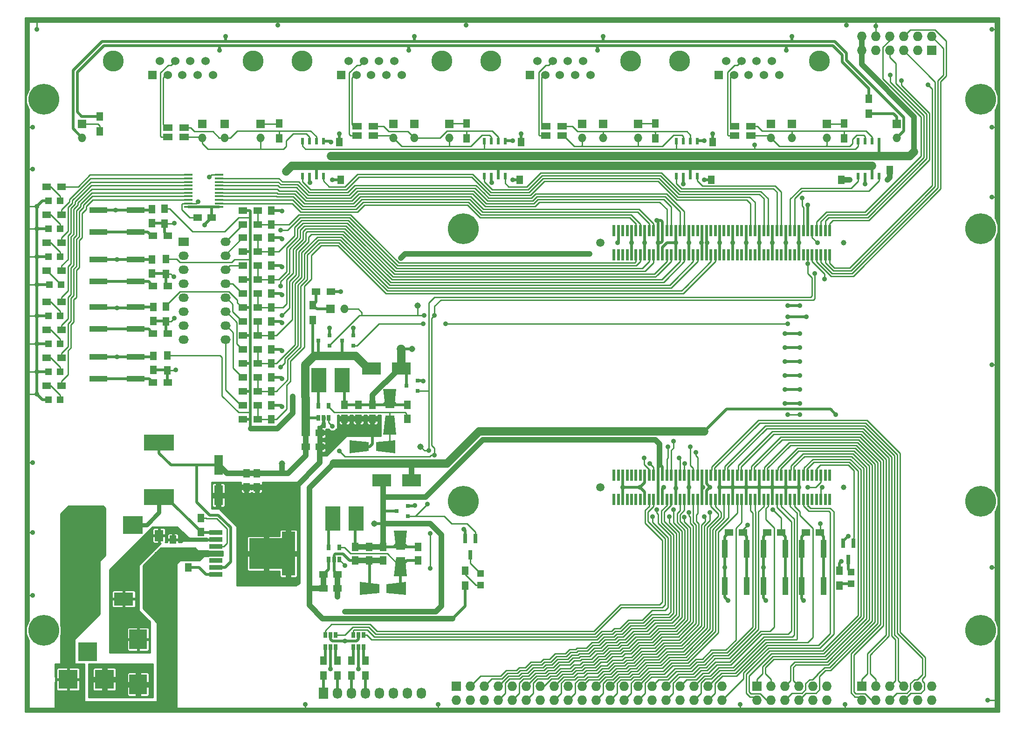
<source format=gbr>
G04 #@! TF.FileFunction,Copper,L1,Top,Signal*
%FSLAX46Y46*%
G04 Gerber Fmt 4.6, Leading zero omitted, Abs format (unit mm)*
G04 Created by KiCad (PCBNEW 4.0.2-stable) date Pá 22. duben 2016, 03:40:40 CEST*
%MOMM*%
G01*
G04 APERTURE LIST*
%ADD10C,0.100000*%
%ADD11R,6.350000X5.590000*%
%ADD12R,2.410000X0.910000*%
%ADD13R,2.410000X8.000000*%
%ADD14R,1.727200X1.727200*%
%ADD15O,1.727200X1.727200*%
%ADD16R,1.250000X1.500000*%
%ADD17R,3.200000X1.000000*%
%ADD18R,1.500000X1.300000*%
%ADD19R,1.500000X1.250000*%
%ADD20R,0.650000X1.060000*%
%ADD21R,1.824000X1.524000*%
%ADD22O,1.824000X1.524000*%
%ADD23C,3.810000*%
%ADD24R,1.524000X1.524000*%
%ADD25C,1.524000*%
%ADD26O,1.524000X1.524000*%
%ADD27R,0.508000X1.143000*%
%ADD28R,1.300000X1.500000*%
%ADD29R,3.500120X2.400300*%
%ADD30R,3.500120X2.301240*%
%ADD31R,1.000000X3.200000*%
%ADD32R,1.198880X1.198880*%
%ADD33R,0.800100X1.800860*%
%ADD34R,0.497840X1.998980*%
%ADD35C,1.000000*%
%ADD36C,1.500000*%
%ADD37C,1.143000*%
%ADD38R,2.750000X4.500000*%
%ADD39R,0.800100X0.800100*%
%ADD40R,3.500000X3.500000*%
%ADD41R,3.200000X3.600000*%
%ADD42R,3.600000X3.200000*%
%ADD43R,1.600000X2.000000*%
%ADD44R,1.600200X3.599180*%
%ADD45R,1.600000X0.300000*%
%ADD46R,5.400040X2.900680*%
%ADD47C,5.600000*%
%ADD48R,1.800000X1.300000*%
%ADD49R,1.727200X2.032000*%
%ADD50O,1.727200X2.032000*%
%ADD51C,0.914400*%
%ADD52C,0.254000*%
%ADD53C,0.508000*%
%ADD54C,1.016000*%
%ADD55C,1.524000*%
%ADD56C,0.762000*%
G04 APERTURE END LIST*
D10*
D11*
X44275000Y-97790000D03*
D12*
X35050000Y-93980000D03*
X35050000Y-95250000D03*
X35050000Y-96520000D03*
X35050000Y-97790000D03*
X35050000Y-99060000D03*
X35050000Y-100330000D03*
X35050000Y-101600000D03*
D13*
X48275000Y-97790000D03*
D14*
X78740000Y-121920000D03*
D15*
X78740000Y-124460000D03*
X81280000Y-121920000D03*
X81280000Y-124460000D03*
X83820000Y-121920000D03*
X83820000Y-124460000D03*
X86360000Y-121920000D03*
X86360000Y-124460000D03*
X88900000Y-121920000D03*
X88900000Y-124460000D03*
X91440000Y-121920000D03*
X91440000Y-124460000D03*
X93980000Y-121920000D03*
X93980000Y-124460000D03*
X96520000Y-121920000D03*
X96520000Y-124460000D03*
X99060000Y-121920000D03*
X99060000Y-124460000D03*
X101600000Y-121920000D03*
X101600000Y-124460000D03*
X104140000Y-121920000D03*
X104140000Y-124460000D03*
X106680000Y-121920000D03*
X106680000Y-124460000D03*
X109220000Y-121920000D03*
X109220000Y-124460000D03*
X111760000Y-121920000D03*
X111760000Y-124460000D03*
X114300000Y-121920000D03*
X114300000Y-124460000D03*
X116840000Y-121920000D03*
X116840000Y-124460000D03*
X119380000Y-121920000D03*
X119380000Y-124460000D03*
X121920000Y-121920000D03*
X121920000Y-124460000D03*
X124460000Y-121920000D03*
X124460000Y-124460000D03*
X127000000Y-121920000D03*
X127000000Y-124460000D03*
D16*
X45165000Y-68306000D03*
X45165000Y-65806000D03*
D17*
X20545000Y-35338000D03*
X13745000Y-35338000D03*
X13745000Y-39338000D03*
X20545000Y-39338000D03*
D18*
X26369000Y-40005000D03*
X23669000Y-40005000D03*
D19*
X144760000Y-93980000D03*
X142260000Y-93980000D03*
X130790000Y-93980000D03*
X128290000Y-93980000D03*
D20*
X60010000Y-114765000D03*
X60960000Y-114765000D03*
X61910000Y-114765000D03*
X61910000Y-112565000D03*
X60010000Y-112565000D03*
X60960000Y-112565000D03*
D21*
X29210000Y-41148000D03*
D22*
X36830000Y-41148000D03*
X29210000Y-43688000D03*
X36830000Y-43688000D03*
X29210000Y-46228000D03*
X36830000Y-46228000D03*
X29210000Y-48768000D03*
X36830000Y-48768000D03*
X29210000Y-51308000D03*
X36830000Y-51308000D03*
X29210000Y-53848000D03*
X36830000Y-53848000D03*
X29210000Y-56388000D03*
X36830000Y-56388000D03*
X29210000Y-58928000D03*
X36830000Y-58928000D03*
D14*
X165100000Y-6350000D03*
D15*
X165100000Y-3810000D03*
X162560000Y-6350000D03*
X162560000Y-3810000D03*
X160020000Y-6350000D03*
X160020000Y-3810000D03*
X157480000Y-6350000D03*
X157480000Y-3810000D03*
X154940000Y-6350000D03*
X154940000Y-3810000D03*
X152400000Y-6350000D03*
X152400000Y-3810000D03*
D17*
X20545000Y-52991000D03*
X13745000Y-52991000D03*
X13745000Y-56991000D03*
X20545000Y-56991000D03*
D23*
X41808642Y-8264858D03*
X16408642Y-8264858D03*
D24*
X23520642Y-10804858D03*
D25*
X26314642Y-10804858D03*
X28981642Y-10804858D03*
X31775642Y-10804858D03*
X34569642Y-10804858D03*
X24917642Y-8264858D03*
X27711642Y-8264858D03*
X30378642Y-8264858D03*
X33172642Y-8264858D03*
D24*
X10795000Y-19685000D03*
D26*
X10795000Y-22225000D03*
D27*
X50800000Y-22860000D03*
X52070000Y-22860000D03*
X53340000Y-22860000D03*
X54610000Y-22860000D03*
X54610000Y-29210000D03*
X53340000Y-29210000D03*
X52070000Y-29210000D03*
X50800000Y-29210000D03*
D28*
X13970000Y-18335000D03*
X13970000Y-21035000D03*
D23*
X144678642Y-8264858D03*
X119278642Y-8264858D03*
D24*
X126390642Y-10804858D03*
D25*
X129184642Y-10804858D03*
X131851642Y-10804858D03*
X134645642Y-10804858D03*
X137439642Y-10804858D03*
X127787642Y-8264858D03*
X130581642Y-8264858D03*
X133248642Y-8264858D03*
X136042642Y-8264858D03*
D23*
X76098642Y-8264858D03*
X50698642Y-8264858D03*
D24*
X57810642Y-10804858D03*
D25*
X60604642Y-10804858D03*
X63271642Y-10804858D03*
X66065642Y-10804858D03*
X68859642Y-10804858D03*
X59207642Y-8264858D03*
X62001642Y-8264858D03*
X64668642Y-8264858D03*
X67462642Y-8264858D03*
D29*
X18338800Y-106045000D03*
X24841200Y-106045000D03*
D30*
X70645020Y-84455000D03*
X65244980Y-84455000D03*
D18*
X4365000Y-36195000D03*
X7065000Y-36195000D03*
D19*
X137775000Y-93980000D03*
X135275000Y-93980000D03*
D16*
X148717000Y-27325000D03*
X148717000Y-29825000D03*
X27305000Y-95270000D03*
X27305000Y-97770000D03*
X30099000Y-100310000D03*
X30099000Y-97810000D03*
X32385000Y-93833000D03*
X32385000Y-91333000D03*
D28*
X80391000Y-100885000D03*
X80391000Y-103585000D03*
X148336000Y-103585000D03*
X148336000Y-100885000D03*
D31*
X134525000Y-96930000D03*
X134525000Y-103730000D03*
X138525000Y-103730000D03*
X138525000Y-96930000D03*
D27*
X151765000Y-22860000D03*
X153035000Y-22860000D03*
X154305000Y-22860000D03*
X155575000Y-22860000D03*
X155575000Y-29210000D03*
X154305000Y-29210000D03*
X153035000Y-29210000D03*
X151765000Y-29210000D03*
D16*
X40640000Y-83225000D03*
X40640000Y-85725000D03*
X42545000Y-83225000D03*
X42545000Y-85725000D03*
X23749000Y-64369000D03*
X23749000Y-61869000D03*
X23749000Y-55479000D03*
X23749000Y-52979000D03*
X45165000Y-73386000D03*
X45165000Y-70886000D03*
X45165000Y-63226000D03*
X45165000Y-60726000D03*
X23495000Y-46843000D03*
X23495000Y-44343000D03*
X45165000Y-58146000D03*
X45165000Y-55646000D03*
X45165000Y-53066000D03*
X45165000Y-50566000D03*
X45165000Y-47986000D03*
X45165000Y-45486000D03*
X23495000Y-37699000D03*
X23495000Y-35199000D03*
X45165000Y-42906000D03*
X45165000Y-40406000D03*
X45165000Y-37953000D03*
X45165000Y-35453000D03*
X157480000Y-25547000D03*
X157480000Y-28047000D03*
X125095000Y-27325000D03*
X125095000Y-29825000D03*
X125349000Y-25507000D03*
X125349000Y-23007000D03*
X90297000Y-27325000D03*
X90297000Y-29825000D03*
X90551000Y-25507000D03*
X90551000Y-23007000D03*
X57785000Y-27325000D03*
X57785000Y-29825000D03*
X57531000Y-25507000D03*
X57531000Y-23007000D03*
D32*
X83185000Y-103538020D03*
X83185000Y-101439980D03*
X150495000Y-103284020D03*
X150495000Y-101185980D03*
X6764020Y-33655000D03*
X4665980Y-33655000D03*
X6764020Y-38735000D03*
X4665980Y-38735000D03*
X6764020Y-43815000D03*
X4665980Y-43815000D03*
X6985000Y-48895000D03*
X4886960Y-48895000D03*
D33*
X82230000Y-95018860D03*
X80330000Y-95018860D03*
X81280000Y-98021140D03*
X150937000Y-95907860D03*
X149037000Y-95907860D03*
X149987000Y-98910140D03*
D18*
X42705000Y-65786000D03*
X40005000Y-65786000D03*
X42705000Y-60706000D03*
X40005000Y-60706000D03*
X42705000Y-55626000D03*
X40005000Y-55626000D03*
X42705000Y-50546000D03*
X40005000Y-50546000D03*
X42705000Y-45466000D03*
X40005000Y-45466000D03*
X42705000Y-40386000D03*
X40005000Y-40386000D03*
X42705000Y-37973000D03*
X40005000Y-37973000D03*
D28*
X26289000Y-61769000D03*
X26289000Y-64469000D03*
D18*
X26369000Y-57785000D03*
X23669000Y-57785000D03*
D28*
X26035000Y-52879000D03*
X26035000Y-55579000D03*
D18*
X40005000Y-73406000D03*
X42705000Y-73406000D03*
X4365000Y-41275000D03*
X7065000Y-41275000D03*
X40005000Y-68326000D03*
X42705000Y-68326000D03*
X26369000Y-49149000D03*
X23669000Y-49149000D03*
X40005000Y-63246000D03*
X42705000Y-63246000D03*
D28*
X26035000Y-44243000D03*
X26035000Y-46943000D03*
D18*
X40005000Y-58166000D03*
X42705000Y-58166000D03*
X4365000Y-46355000D03*
X7065000Y-46355000D03*
X40005000Y-53086000D03*
X42705000Y-53086000D03*
X40005000Y-48006000D03*
X42705000Y-48006000D03*
D28*
X25781000Y-35099000D03*
X25781000Y-37799000D03*
D18*
X40005000Y-42926000D03*
X42705000Y-42926000D03*
X40005000Y-35433000D03*
X42705000Y-35433000D03*
D28*
X153670000Y-15160000D03*
X153670000Y-17860000D03*
D17*
X20545000Y-62008000D03*
X13745000Y-62008000D03*
X13745000Y-66008000D03*
X20545000Y-66008000D03*
X20545000Y-44355000D03*
X13745000Y-44355000D03*
X13745000Y-48355000D03*
X20545000Y-48355000D03*
D27*
X118745000Y-22860000D03*
X120015000Y-22860000D03*
X121285000Y-22860000D03*
X122555000Y-22860000D03*
X122555000Y-29210000D03*
X121285000Y-29210000D03*
X120015000Y-29210000D03*
X118745000Y-29210000D03*
X83820000Y-22860000D03*
X85090000Y-22860000D03*
X86360000Y-22860000D03*
X87630000Y-22860000D03*
X87630000Y-29210000D03*
X86360000Y-29210000D03*
X85090000Y-29210000D03*
X83820000Y-29210000D03*
D18*
X4365000Y-31115000D03*
X7065000Y-31115000D03*
X26369000Y-66675000D03*
X23669000Y-66675000D03*
X42705000Y-70866000D03*
X40005000Y-70866000D03*
D34*
X146600000Y-83531350D03*
X145802440Y-83531350D03*
X145002340Y-83531350D03*
X144202240Y-83531350D03*
X143402140Y-83531350D03*
X142602040Y-83531350D03*
X141801940Y-83531350D03*
X141001840Y-83531350D03*
X140201740Y-83531350D03*
X139401640Y-83531350D03*
X138601540Y-83531350D03*
X137801440Y-83531350D03*
X137001340Y-83531350D03*
X136201240Y-83531350D03*
X135401140Y-83531350D03*
X134601040Y-83531350D03*
X133800940Y-83531350D03*
X133000840Y-83531350D03*
X132200740Y-83531350D03*
X131400640Y-83531350D03*
X130600540Y-83531350D03*
X129800440Y-83531350D03*
X129000340Y-83531350D03*
X128200240Y-83531350D03*
X127400140Y-83531350D03*
X126600040Y-83531350D03*
X125802480Y-83531350D03*
X125002380Y-83531350D03*
X124202280Y-83531350D03*
X123402180Y-83531350D03*
X122602080Y-83531350D03*
X121801980Y-83531350D03*
X121001880Y-83531350D03*
X120201780Y-83531350D03*
X119401680Y-83531350D03*
X118601580Y-83531350D03*
X117801480Y-83531350D03*
X117001380Y-83531350D03*
X116201280Y-83531350D03*
X115401180Y-83531350D03*
X114601080Y-83531350D03*
X113800980Y-83531350D03*
X113000880Y-83531350D03*
X112200780Y-83531350D03*
X111400680Y-83531350D03*
X110600580Y-83531350D03*
X109800480Y-83531350D03*
X109000380Y-83531350D03*
X108200280Y-83531350D03*
X107400180Y-83531350D03*
X107400180Y-87930630D03*
X108200280Y-87930630D03*
X109000380Y-87930630D03*
X109800480Y-87930630D03*
X110600580Y-87930630D03*
X111400680Y-87930630D03*
X112200780Y-87930630D03*
X113000880Y-87930630D03*
X113800980Y-87930630D03*
X114601080Y-87930630D03*
X115401180Y-87930630D03*
X116201280Y-87930630D03*
X117001380Y-87930630D03*
X117801480Y-87930630D03*
X118601580Y-87930630D03*
X119401680Y-87930630D03*
X120201780Y-87930630D03*
X121001880Y-87930630D03*
X121801980Y-87930630D03*
X122602080Y-87930630D03*
X123402180Y-87930630D03*
X124202280Y-87930630D03*
X125002380Y-87930630D03*
X125802480Y-87930630D03*
X126600040Y-87930630D03*
X127400140Y-87930630D03*
X128200240Y-87930630D03*
X129000340Y-87930630D03*
X129800440Y-87930630D03*
X130600540Y-87930630D03*
X131400640Y-87930630D03*
X132200740Y-87930630D03*
X133000840Y-87930630D03*
X133800940Y-87930630D03*
X134601040Y-87930630D03*
X135401140Y-87930630D03*
X136201240Y-87930630D03*
X137001340Y-87930630D03*
X137801440Y-87930630D03*
X138601540Y-87930630D03*
X139401640Y-87930630D03*
X140201740Y-87930630D03*
X141001840Y-87930630D03*
X141801940Y-87930630D03*
X142602040Y-87930630D03*
X143402140Y-87930630D03*
X144202240Y-87930630D03*
X145002340Y-87930630D03*
X145802440Y-87930630D03*
X146600000Y-87930630D03*
D35*
X149100000Y-85731350D03*
D36*
X104900000Y-85731350D03*
D34*
X146600000Y-39068650D03*
X145802440Y-39068650D03*
X145002340Y-39068650D03*
X144202240Y-39068650D03*
X143402140Y-39068650D03*
X142602040Y-39068650D03*
X141801940Y-39068650D03*
X141001840Y-39068650D03*
X140201740Y-39068650D03*
X139401640Y-39068650D03*
X138601540Y-39068650D03*
X137801440Y-39068650D03*
X137001340Y-39068650D03*
X136201240Y-39068650D03*
X135401140Y-39068650D03*
X134601040Y-39068650D03*
X133800940Y-39068650D03*
X133000840Y-39068650D03*
X132200740Y-39068650D03*
X131400640Y-39068650D03*
X130600540Y-39068650D03*
X129800440Y-39068650D03*
X129000340Y-39068650D03*
X128200240Y-39068650D03*
X127400140Y-39068650D03*
X126600040Y-39068650D03*
X125802480Y-39068650D03*
X125002380Y-39068650D03*
X124202280Y-39068650D03*
X123402180Y-39068650D03*
X122602080Y-39068650D03*
X121801980Y-39068650D03*
X121001880Y-39068650D03*
X120201780Y-39068650D03*
X119401680Y-39068650D03*
X118601580Y-39068650D03*
X117801480Y-39068650D03*
X117001380Y-39068650D03*
X116201280Y-39068650D03*
X115401180Y-39068650D03*
X114601080Y-39068650D03*
X113800980Y-39068650D03*
X113000880Y-39068650D03*
X112200780Y-39068650D03*
X111400680Y-39068650D03*
X110600580Y-39068650D03*
X109800480Y-39068650D03*
X109000380Y-39068650D03*
X108200280Y-39068650D03*
X107400180Y-39068650D03*
X107400180Y-43467930D03*
X108200280Y-43467930D03*
X109000380Y-43467930D03*
X109800480Y-43467930D03*
X110600580Y-43467930D03*
X111400680Y-43467930D03*
X112200780Y-43467930D03*
X113000880Y-43467930D03*
X113800980Y-43467930D03*
X114601080Y-43467930D03*
X115401180Y-43467930D03*
X116201280Y-43467930D03*
X117001380Y-43467930D03*
X117801480Y-43467930D03*
X118601580Y-43467930D03*
X119401680Y-43467930D03*
X120201780Y-43467930D03*
X121001880Y-43467930D03*
X121801980Y-43467930D03*
X122602080Y-43467930D03*
X123402180Y-43467930D03*
X124202280Y-43467930D03*
X125002380Y-43467930D03*
X125802480Y-43467930D03*
X126600040Y-43467930D03*
X127400140Y-43467930D03*
X128200240Y-43467930D03*
X129000340Y-43467930D03*
X129800440Y-43467930D03*
X130600540Y-43467930D03*
X131400640Y-43467930D03*
X132200740Y-43467930D03*
X133000840Y-43467930D03*
X133800940Y-43467930D03*
X134601040Y-43467930D03*
X135401140Y-43467930D03*
X136201240Y-43467930D03*
X137001340Y-43467930D03*
X137801440Y-43467930D03*
X138601540Y-43467930D03*
X139401640Y-43467930D03*
X140201740Y-43467930D03*
X141001840Y-43467930D03*
X141801940Y-43467930D03*
X142602040Y-43467930D03*
X143402140Y-43467930D03*
X144202240Y-43467930D03*
X145002340Y-43467930D03*
X145802440Y-43467930D03*
X146600000Y-43467930D03*
D35*
X149100000Y-41268650D03*
D36*
X104900000Y-41268650D03*
D19*
X51455000Y-78359000D03*
X53955000Y-78359000D03*
X51455000Y-75819000D03*
X53955000Y-75819000D03*
D16*
X69850000Y-70759000D03*
X69850000Y-73259000D03*
X63500000Y-70759000D03*
X63500000Y-73259000D03*
X60960000Y-70759000D03*
X60960000Y-73259000D03*
X58420000Y-70759000D03*
X58420000Y-73259000D03*
D30*
X63339980Y-64135000D03*
X68740020Y-64135000D03*
D20*
X53660000Y-73109000D03*
X54610000Y-73109000D03*
X55560000Y-73109000D03*
X55560000Y-70909000D03*
X53660000Y-70909000D03*
D31*
X141510000Y-96930000D03*
X141510000Y-103730000D03*
X145510000Y-103730000D03*
X145510000Y-96930000D03*
X127540000Y-96930000D03*
X127540000Y-103730000D03*
X131540000Y-103730000D03*
X131540000Y-96930000D03*
D28*
X52705000Y-55325000D03*
X52705000Y-52625000D03*
D18*
X53260000Y-50165000D03*
X55960000Y-50165000D03*
D37*
X70739000Y-60579000D03*
D19*
X54630000Y-104143778D03*
X57130000Y-104143778D03*
X54630000Y-101600000D03*
X57130000Y-101600000D03*
D16*
X71781854Y-96543778D03*
X71781854Y-99043778D03*
X65431854Y-96543778D03*
X65431854Y-99043778D03*
X62891854Y-96543778D03*
X62891854Y-99043778D03*
X60351854Y-96543778D03*
X60351854Y-99043778D03*
D38*
X60545000Y-91440000D03*
X56295000Y-91440000D03*
X58005000Y-66294000D03*
X53755000Y-66294000D03*
D20*
X55591854Y-98893778D03*
X56541854Y-98893778D03*
X57491854Y-98893778D03*
X57491854Y-96693778D03*
X55591854Y-96693778D03*
D39*
X55737760Y-60005000D03*
X55737760Y-58105000D03*
X53738780Y-59055000D03*
X60055760Y-60005000D03*
X60055760Y-58105000D03*
X58056780Y-59055000D03*
X69961760Y-90993000D03*
X69961760Y-89093000D03*
X67962780Y-90043000D03*
X71739760Y-68260000D03*
X71739760Y-66360000D03*
X69740780Y-67310000D03*
D37*
X71755000Y-52705000D03*
X72263000Y-78359000D03*
X47117000Y-81407000D03*
X63881000Y-92329000D03*
D40*
X11805000Y-115650000D03*
X8255000Y-120650000D03*
X14855000Y-120650000D03*
D41*
X20955000Y-121575000D03*
X20955000Y-113375000D03*
D42*
X11775000Y-92583000D03*
X19975000Y-92583000D03*
D32*
X6764020Y-54610000D03*
X4665980Y-54610000D03*
X6764020Y-59690000D03*
X4665980Y-59690000D03*
X6764020Y-64770000D03*
X4665980Y-64770000D03*
X6764020Y-69850000D03*
X4665980Y-69850000D03*
D18*
X4365000Y-52070000D03*
X7065000Y-52070000D03*
X4365000Y-57150000D03*
X7065000Y-57150000D03*
X4365000Y-62230000D03*
X7065000Y-62230000D03*
X4365000Y-67310000D03*
X7065000Y-67310000D03*
D19*
X34270000Y-36703000D03*
X31770000Y-36703000D03*
D10*
G36*
X67407974Y-93630718D02*
X69805734Y-93630718D01*
X69406954Y-97130838D01*
X67806754Y-97130838D01*
X67407974Y-93630718D01*
X67407974Y-93630718D01*
G37*
G36*
X69805734Y-101956838D02*
X67407974Y-101956838D01*
X67806754Y-98456718D01*
X69406954Y-98456718D01*
X69805734Y-101956838D01*
X69805734Y-101956838D01*
G37*
G36*
X69594914Y-102944898D02*
X69594914Y-105342658D01*
X66094794Y-104943878D01*
X66094794Y-103343678D01*
X69594914Y-102944898D01*
X69594914Y-102944898D01*
G37*
G36*
X61268794Y-105342658D02*
X61268794Y-102944898D01*
X64768914Y-103343678D01*
X64768914Y-104943878D01*
X61268794Y-105342658D01*
X61268794Y-105342658D01*
G37*
G36*
X65476120Y-67845940D02*
X67873880Y-67845940D01*
X67475100Y-71346060D01*
X65874900Y-71346060D01*
X65476120Y-67845940D01*
X65476120Y-67845940D01*
G37*
G36*
X67873880Y-76172060D02*
X65476120Y-76172060D01*
X65874900Y-72671940D01*
X67475100Y-72671940D01*
X67873880Y-76172060D01*
X67873880Y-76172060D01*
G37*
G36*
X67663060Y-77160120D02*
X67663060Y-79557880D01*
X64162940Y-79159100D01*
X64162940Y-77558900D01*
X67663060Y-77160120D01*
X67663060Y-77160120D01*
G37*
G36*
X59336940Y-79557880D02*
X59336940Y-77160120D01*
X62837060Y-77558900D01*
X62837060Y-79159100D01*
X59336940Y-79557880D01*
X59336940Y-79557880D01*
G37*
D43*
X24765000Y-94520000D03*
X24765000Y-98520000D03*
D44*
X35560000Y-81704180D03*
X35560000Y-87205820D03*
D45*
X30093000Y-34152000D03*
X30093000Y-34802000D03*
X30093000Y-33502000D03*
X30093000Y-32852000D03*
X30093000Y-32202000D03*
X30093000Y-31552000D03*
X30093000Y-30902000D03*
X30093000Y-30252000D03*
X35693000Y-28952000D03*
X35693000Y-29602000D03*
X35693000Y-30252000D03*
X35693000Y-30902000D03*
X35693000Y-34802000D03*
X35693000Y-34152000D03*
X35693000Y-33502000D03*
X35693000Y-32852000D03*
X35693000Y-32202000D03*
X35693000Y-31552000D03*
X30093000Y-29602000D03*
X30093000Y-28952000D03*
D46*
X24765000Y-87500460D03*
X24765000Y-77599540D03*
D47*
X173990000Y-111760000D03*
X80010000Y-88265000D03*
X80010000Y-38735000D03*
X173990000Y-38735000D03*
X173990000Y-88265000D03*
X3810000Y-111760000D03*
X3810000Y-15240000D03*
X173990000Y-15240000D03*
D23*
X110388642Y-8264858D03*
X84988642Y-8264858D03*
D24*
X92100642Y-10804858D03*
D25*
X94894642Y-10804858D03*
X97561642Y-10804858D03*
X100355642Y-10804858D03*
X103149642Y-10804858D03*
X93497642Y-8264858D03*
X96291642Y-8264858D03*
X98958642Y-8264858D03*
X101752642Y-8264858D03*
D48*
X132310000Y-20105000D03*
X132310000Y-21805000D03*
X129310000Y-20105000D03*
X129310000Y-21805000D03*
X98020000Y-20105000D03*
X98020000Y-21805000D03*
X95020000Y-20105000D03*
X95020000Y-21805000D03*
X63730000Y-20105000D03*
X63730000Y-21805000D03*
X60730000Y-20105000D03*
X60730000Y-21805000D03*
X29313000Y-20359000D03*
X29313000Y-22059000D03*
X26313000Y-20359000D03*
X26313000Y-22059000D03*
D28*
X149225000Y-19605000D03*
X149225000Y-22305000D03*
X114935000Y-19605000D03*
X114935000Y-22305000D03*
X80645000Y-19605000D03*
X80645000Y-22305000D03*
X46609000Y-19605000D03*
X46609000Y-22305000D03*
D24*
X55880000Y-53340000D03*
D26*
X58420000Y-53340000D03*
D24*
X158750000Y-19694858D03*
D26*
X158750000Y-22234858D03*
D24*
X135890000Y-19685000D03*
D26*
X135890000Y-22225000D03*
D24*
X139700000Y-19685000D03*
D26*
X139700000Y-22225000D03*
D24*
X146050000Y-19685000D03*
D26*
X146050000Y-22225000D03*
D24*
X101600000Y-19685000D03*
D26*
X101600000Y-22225000D03*
D24*
X105410000Y-19685000D03*
D26*
X105410000Y-22225000D03*
D24*
X111760000Y-19685000D03*
D26*
X111760000Y-22225000D03*
D24*
X67310000Y-19685000D03*
D26*
X67310000Y-22225000D03*
D24*
X71120000Y-19685000D03*
D26*
X71120000Y-22225000D03*
D24*
X77470000Y-19685000D03*
D26*
X77470000Y-22225000D03*
D24*
X32639000Y-19685000D03*
D26*
X32639000Y-22225000D03*
D24*
X36703000Y-19685000D03*
D26*
X36703000Y-22225000D03*
D24*
X43180000Y-19685000D03*
D26*
X43180000Y-22225000D03*
D14*
X152400000Y-121920000D03*
D15*
X152400000Y-124460000D03*
X154940000Y-121920000D03*
X154940000Y-124460000D03*
X157480000Y-121920000D03*
X157480000Y-124460000D03*
X160020000Y-121920000D03*
X160020000Y-124460000D03*
X162560000Y-121920000D03*
X162560000Y-124460000D03*
X165100000Y-121920000D03*
X165100000Y-124460000D03*
D14*
X133350000Y-121920000D03*
D15*
X133350000Y-124460000D03*
X135890000Y-121920000D03*
X135890000Y-124460000D03*
X138430000Y-121920000D03*
X138430000Y-124460000D03*
X140970000Y-121920000D03*
X140970000Y-124460000D03*
X143510000Y-121920000D03*
X143510000Y-124460000D03*
X146050000Y-121920000D03*
X146050000Y-124460000D03*
D20*
X54930000Y-114765000D03*
X55880000Y-114765000D03*
X56830000Y-114765000D03*
X56830000Y-112565000D03*
X54930000Y-112565000D03*
X55880000Y-112565000D03*
D28*
X54610000Y-119968000D03*
X54610000Y-117268000D03*
X57150000Y-119968000D03*
X57150000Y-117268000D03*
X59690000Y-119968000D03*
X59690000Y-117268000D03*
X62230000Y-119968000D03*
X62230000Y-117268000D03*
D49*
X54610000Y-123190000D03*
D50*
X57150000Y-123190000D03*
X59690000Y-123190000D03*
X62230000Y-123190000D03*
X64770000Y-123190000D03*
X67310000Y-123190000D03*
X69850000Y-123190000D03*
X72390000Y-123190000D03*
D51*
X127508000Y-100330000D03*
X73786993Y-79095899D03*
X73533000Y-88773000D03*
X136271000Y-89789000D03*
X142621000Y-45085000D03*
X149606000Y-1778000D03*
X80518000Y-1778000D03*
X46355000Y-1778000D03*
X51308000Y-125222000D03*
X75438000Y-125222000D03*
X130302000Y-125222000D03*
X149352000Y-125222000D03*
X175260000Y-124460000D03*
X176022000Y-100330000D03*
X176022000Y-63500000D03*
X176022000Y-33020000D03*
X176022000Y-20320000D03*
X176022000Y-2540000D03*
X1778000Y-105410000D03*
X1778000Y-93980000D03*
X1778000Y-81280000D03*
X1778000Y-20320000D03*
X2540000Y-2540000D03*
X154940000Y-1905000D03*
X1778000Y-27940000D03*
X17145000Y-44355000D03*
X56261000Y-29845000D03*
X57531000Y-21463000D03*
X55880000Y-118745000D03*
X60960000Y-118745000D03*
X24841200Y-113919000D03*
X24841200Y-122555000D03*
X48133000Y-92837000D03*
X48387000Y-102743000D03*
X48275000Y-97790000D03*
X44323000Y-101727000D03*
X40259000Y-97917000D03*
X44323000Y-93853000D03*
X38100000Y-90805000D03*
X36830000Y-89535000D03*
X31750000Y-98425000D03*
X138480790Y-70485000D03*
X141173210Y-70485000D03*
X138480790Y-67945000D03*
X141173210Y-67945000D03*
X138480790Y-65405000D03*
X141173210Y-65405000D03*
X138480790Y-62865000D03*
X141173210Y-62865000D03*
X138480790Y-60325000D03*
X141173210Y-60325000D03*
X138480790Y-57785000D03*
X141173210Y-57785000D03*
X142367000Y-54737000D03*
X138988790Y-54737000D03*
X138988790Y-52705000D03*
X141173210Y-52705000D03*
X128143000Y-106299000D03*
X135001000Y-106299000D03*
X141859000Y-106299000D03*
X57785000Y-50165000D03*
X80137000Y-93345000D03*
X60071000Y-56769000D03*
X55753000Y-56769000D03*
X49530000Y-85725000D03*
X57150000Y-105664000D03*
X64135000Y-99043778D03*
X61595000Y-99043778D03*
X57130000Y-102870000D03*
X72771000Y-66421000D03*
X71247000Y-89027000D03*
X116459000Y-85725000D03*
X118668781Y-85882522D03*
X112141000Y-85725000D03*
X17145000Y-62008000D03*
X149958027Y-94594326D03*
X134525000Y-100330000D03*
X109000380Y-85725000D03*
X141001840Y-85725000D03*
X138601540Y-85725000D03*
X136201240Y-85725000D03*
X131400640Y-85725000D03*
X133800940Y-85725000D03*
X129000340Y-85725000D03*
X126600040Y-85725000D03*
X121001880Y-85725000D03*
X33909000Y-29337000D03*
X31877000Y-33844791D03*
X150241000Y-29845000D03*
X157099000Y-29845000D03*
X153035000Y-30607000D03*
X89027000Y-29845000D03*
X90551000Y-21463000D03*
X125349000Y-21463000D03*
X123825000Y-29845000D03*
X120015000Y-30607000D03*
X85217000Y-30353000D03*
X52197000Y-30353000D03*
X110600580Y-41275000D03*
X113000880Y-41275000D03*
X118601580Y-41275000D03*
X121001880Y-41275000D03*
X141001840Y-41275000D03*
X138601540Y-41275000D03*
X136201240Y-41275000D03*
X133800940Y-41275000D03*
X131400640Y-41275000D03*
X129000340Y-41275000D03*
X17145000Y-53118000D03*
X16891000Y-35338000D03*
X2540000Y-34673540D03*
X2540000Y-68831460D03*
X2540000Y-64770000D03*
X2540000Y-59690000D03*
X2540000Y-54610000D03*
X2540000Y-48895000D03*
X2540000Y-43815000D03*
X2540000Y-38735000D03*
X47070000Y-71120000D03*
X47070000Y-66040000D03*
X47070000Y-60960000D03*
X47070000Y-55880000D03*
X47070000Y-50800000D03*
X47070000Y-45720000D03*
X47070000Y-40640000D03*
X47070000Y-35560000D03*
X126619000Y-41275000D03*
X142621000Y-85725000D03*
X131699000Y-92583000D03*
X51363999Y-64643000D03*
X51363999Y-63444001D03*
X147701000Y-72517000D03*
X72263000Y-109601000D03*
X75819000Y-109601000D03*
X123825000Y-75565000D03*
X123571000Y-85725000D03*
X124841000Y-85725000D03*
X49403000Y-82052000D03*
X47879000Y-28321000D03*
X49403000Y-27305000D03*
X33020000Y-38100000D03*
X148717000Y-99187000D03*
X56515000Y-81407000D03*
X50175000Y-81280000D03*
X115443000Y-27305000D03*
X124333000Y-41275000D03*
X123317000Y-41275000D03*
X116459000Y-27305000D03*
X142621000Y-27305010D03*
X142621000Y-34417000D03*
X67437010Y-108330990D03*
X58547000Y-108331000D03*
X58547000Y-108331000D03*
X76073000Y-107315000D03*
X58547000Y-113726999D03*
X143891000Y-46863000D03*
X74803000Y-79883000D03*
X74803000Y-54483000D03*
X72948783Y-54483000D03*
X57531000Y-79121000D03*
X74041000Y-94107000D03*
X74041000Y-100457000D03*
X58547000Y-99949000D03*
X144399000Y-41275000D03*
X56261000Y-74676000D03*
X49022000Y-69215000D03*
X63500000Y-68993000D03*
X68707000Y-25527000D03*
X56007000Y-25527000D03*
X68707000Y-44069000D03*
X102997000Y-43307000D03*
X115189000Y-37211000D03*
X113157000Y-25527000D03*
X108077000Y-41275000D03*
X115443000Y-41275000D03*
X89027000Y-22733000D03*
X89027000Y-25527000D03*
X123825000Y-22733000D03*
X123825000Y-25527000D03*
X56007000Y-22987000D03*
X68740020Y-61849000D03*
X68707000Y-60579000D03*
X145669000Y-47879000D03*
X144907000Y-92329000D03*
X138988790Y-72517000D03*
X138988790Y-56007000D03*
X76835000Y-56007000D03*
X72771000Y-56007000D03*
X141173210Y-72517000D03*
X145204294Y-85768294D03*
X159639000Y-11811000D03*
X157607000Y-10795000D03*
X164465000Y-12573000D03*
X46863000Y-63881000D03*
X27813000Y-64389000D03*
X47117000Y-54483000D03*
X27559000Y-54991000D03*
X27432000Y-47498000D03*
X46863000Y-49149000D03*
X46863000Y-38989000D03*
X27559000Y-37719000D03*
X139700000Y-3810000D03*
X105410000Y-3810000D03*
X71120000Y-3810000D03*
X36830000Y-3810000D03*
X138734790Y-6350000D03*
X104444790Y-6350000D03*
X70154790Y-6350000D03*
X35737790Y-6350000D03*
X117475000Y-91059000D03*
X117221000Y-78359000D03*
X121031000Y-90297000D03*
X120269000Y-81407000D03*
X124841000Y-90297000D03*
X122301000Y-79375000D03*
X123825000Y-91059000D03*
X121285000Y-78359000D03*
X120204815Y-91123185D03*
X119253000Y-80391000D03*
X118237000Y-89789000D03*
X118237000Y-77343000D03*
X115189000Y-89789000D03*
X113919000Y-81407000D03*
X114427000Y-91059000D03*
X112903000Y-80391000D03*
X132969000Y-23495000D03*
X141605000Y-33147000D03*
D52*
X73786993Y-52197007D02*
X74422000Y-51562000D01*
X142113000Y-51180990D02*
X74803010Y-51180990D01*
X74803010Y-51180990D02*
X74422000Y-51562000D01*
X137775000Y-93980000D02*
X137775000Y-91293000D01*
X137775000Y-91293000D02*
X136271000Y-89789000D01*
D53*
X138525000Y-96930000D02*
X138525000Y-94730000D01*
X138525000Y-94730000D02*
X137775000Y-93980000D01*
D52*
X142602040Y-43467930D02*
X142602040Y-45066040D01*
X142602040Y-45066040D02*
X142621000Y-45085000D01*
X71313000Y-90993000D02*
X76581000Y-90993000D01*
X80694570Y-92329000D02*
X77917000Y-92329000D01*
X77917000Y-92329000D02*
X76581000Y-90993000D01*
X82230000Y-95018860D02*
X82230000Y-93864430D01*
X82230000Y-93864430D02*
X80694570Y-92329000D01*
X82230000Y-94518480D02*
X82230000Y-95018860D01*
X73786993Y-68199000D02*
X73786993Y-52197007D01*
X73786993Y-69469000D02*
X73786993Y-68199000D01*
X73786993Y-68199000D02*
X73725993Y-68260000D01*
X73725993Y-68260000D02*
X71739760Y-68260000D01*
X143129010Y-51180990D02*
X142113000Y-51180990D01*
X142113000Y-51180990D02*
X141224010Y-51180990D01*
X73786993Y-69469000D02*
X73786993Y-69272183D01*
X73786993Y-79095899D02*
X73786993Y-69469000D01*
X73786993Y-79095899D02*
X72999899Y-79095899D01*
X72999899Y-79095899D02*
X72263000Y-78359000D01*
X69961760Y-90993000D02*
X71313000Y-90993000D01*
X71313000Y-90993000D02*
X73533000Y-88773000D01*
X143383000Y-47625000D02*
X143383000Y-50927000D01*
X143383000Y-50927000D02*
X143129010Y-51180990D01*
X142621000Y-46863000D02*
X143383000Y-47625000D01*
X142621000Y-45085000D02*
X142621000Y-46863000D01*
X142621000Y-43448970D02*
X142602040Y-43467930D01*
D53*
X138525000Y-96930000D02*
X138525000Y-103730000D01*
D52*
X155067000Y-635000D02*
X177038000Y-635000D01*
X149606000Y-635000D02*
X155067000Y-635000D01*
X80518000Y-635000D02*
X149606000Y-635000D01*
X149606000Y-635000D02*
X149606000Y-1778000D01*
X46355000Y-635000D02*
X80518000Y-635000D01*
X80518000Y-635000D02*
X80518000Y-1778000D01*
X20828000Y-635000D02*
X46355000Y-635000D01*
X46355000Y-635000D02*
X46355000Y-1778000D01*
X51308000Y-126365000D02*
X6985000Y-126365000D01*
X75438000Y-126365000D02*
X51308000Y-126365000D01*
X51308000Y-126365000D02*
X51308000Y-125222000D01*
X75438000Y-126365000D02*
X75438000Y-125222000D01*
X130302000Y-126365000D02*
X75438000Y-126365000D01*
X149352000Y-126365000D02*
X130302000Y-126365000D01*
X130302000Y-126365000D02*
X130302000Y-125222000D01*
X149352000Y-126365000D02*
X149352000Y-125222000D01*
X177165000Y-126365000D02*
X149352000Y-126365000D01*
X177292000Y-124460000D02*
X177292000Y-126238000D01*
X177292000Y-100330000D02*
X177292000Y-124460000D01*
X177292000Y-124460000D02*
X175260000Y-124460000D01*
X177292000Y-63500000D02*
X177292000Y-100330000D01*
X177292000Y-100330000D02*
X176022000Y-100330000D01*
X177292000Y-33020000D02*
X177292000Y-63500000D01*
X177292000Y-63500000D02*
X176022000Y-63500000D01*
X177292000Y-33020000D02*
X176022000Y-33020000D01*
X177292000Y-20320000D02*
X177292000Y-33020000D01*
X177292000Y-2540000D02*
X177292000Y-20320000D01*
X177292000Y-20320000D02*
X176022000Y-20320000D01*
X177292000Y-889000D02*
X177292000Y-2540000D01*
X177292000Y-2540000D02*
X176022000Y-2540000D01*
X635000Y-105410000D02*
X635000Y-93980000D01*
X635000Y-125857000D02*
X635000Y-105410000D01*
X635000Y-105410000D02*
X1778000Y-105410000D01*
X635000Y-93980000D02*
X635000Y-81280000D01*
X635000Y-93980000D02*
X1778000Y-93980000D01*
X635000Y-81280000D02*
X635000Y-68961000D01*
X635000Y-81280000D02*
X1778000Y-81280000D01*
X635000Y-38481000D02*
X635000Y-34671000D01*
X635000Y-34671000D02*
X635000Y-20320000D01*
X2540000Y-34673540D02*
X1893422Y-34673540D01*
X1893422Y-34673540D02*
X1890882Y-34671000D01*
X1890882Y-34671000D02*
X635000Y-34671000D01*
X635000Y-68961000D02*
X635000Y-64770000D01*
X764540Y-68831460D02*
X635000Y-68961000D01*
X2540000Y-68831460D02*
X764540Y-68831460D01*
X635000Y-64770000D02*
X635000Y-59690000D01*
X2540000Y-64770000D02*
X1893422Y-64770000D01*
X1893422Y-64770000D02*
X635000Y-64770000D01*
X635000Y-59690000D02*
X635000Y-54610000D01*
X2540000Y-59690000D02*
X635000Y-59690000D01*
X635000Y-54610000D02*
X635000Y-48895000D01*
X2540000Y-54610000D02*
X635000Y-54610000D01*
X1893422Y-48895000D02*
X635000Y-48895000D01*
X635000Y-48895000D02*
X635000Y-43815000D01*
X2540000Y-48895000D02*
X1893422Y-48895000D01*
X635000Y-43815000D02*
X635000Y-38481000D01*
X2540000Y-43815000D02*
X1893422Y-43815000D01*
X1893422Y-43815000D02*
X635000Y-43815000D01*
X2540000Y-38735000D02*
X889000Y-38735000D01*
X889000Y-38735000D02*
X635000Y-38481000D01*
X635000Y-20320000D02*
X635000Y-889000D01*
X635000Y-20320000D02*
X1778000Y-20320000D01*
X2540000Y-635000D02*
X20828000Y-635000D01*
X1778000Y-635000D02*
X2540000Y-635000D01*
X2540000Y-635000D02*
X2540000Y-2540000D01*
X1778000Y-635000D02*
X1905000Y-635000D01*
X154940000Y-635000D02*
X155067000Y-635000D01*
X889000Y-635000D02*
X1778000Y-635000D01*
X635000Y-889000D02*
X889000Y-635000D01*
X1143000Y-126365000D02*
X635000Y-125857000D01*
X6985000Y-126365000D02*
X1143000Y-126365000D01*
X154940000Y-1905000D02*
X154940000Y-635000D01*
X177038000Y-635000D02*
X177292000Y-889000D01*
X177292000Y-126238000D02*
X177165000Y-126365000D01*
X6985000Y-126365000D02*
X8255000Y-125095000D01*
X8255000Y-125095000D02*
X8255000Y-120650000D01*
X154940000Y-2616201D02*
X154940000Y-1905000D01*
X154940000Y-3810000D02*
X154940000Y-2616201D01*
X1131422Y-27940000D02*
X1131422Y-28078578D01*
X1131422Y-28078578D02*
X762000Y-28448000D01*
X1778000Y-27940000D02*
X1131422Y-27940000D01*
X762000Y-34671000D02*
X762000Y-28575000D01*
X762000Y-28448000D02*
X762000Y-28575000D01*
D53*
X17145000Y-44355000D02*
X20545000Y-44355000D01*
X15853000Y-44355000D02*
X17145000Y-44355000D01*
X13745000Y-44355000D02*
X15853000Y-44355000D01*
X17145000Y-62008000D02*
X20545000Y-62008000D01*
X13745000Y-62008000D02*
X17145000Y-62008000D01*
D52*
X8255000Y-120650000D02*
X8255000Y-126365000D01*
D53*
X57785000Y-29825000D02*
X56281000Y-29825000D01*
X56281000Y-29825000D02*
X56261000Y-29845000D01*
X57531000Y-23007000D02*
X57531000Y-21463000D01*
X55880000Y-114765000D02*
X55880000Y-118745000D01*
X60960000Y-114765000D02*
X60960000Y-118745000D01*
X141510000Y-96930000D02*
X141510000Y-98266000D01*
X141510000Y-98266000D02*
X141510000Y-103730000D01*
D52*
X24841200Y-113919000D02*
X24841200Y-122555000D01*
X24841200Y-106045000D02*
X24841200Y-113919000D01*
X24841200Y-122555000D02*
X24841200Y-125018800D01*
X26035000Y-97917000D02*
X26035000Y-98304000D01*
X26035000Y-98304000D02*
X25819000Y-98520000D01*
X25819000Y-98520000D02*
X24765000Y-98520000D01*
X26182000Y-97770000D02*
X26035000Y-97917000D01*
X27305000Y-97770000D02*
X26182000Y-97770000D01*
D53*
X36830000Y-89535000D02*
X38100000Y-90805000D01*
X38735000Y-87630000D02*
X36830000Y-89535000D01*
D54*
X40640000Y-85725000D02*
X38735000Y-85725000D01*
D53*
X38735000Y-85725000D02*
X38735000Y-87630000D01*
D54*
X42545000Y-85725000D02*
X40640000Y-85725000D01*
D52*
X31750000Y-98425000D02*
X32385000Y-97790000D01*
X32385000Y-97790000D02*
X35050000Y-97790000D01*
X30099000Y-97810000D02*
X31135000Y-97810000D01*
X31135000Y-97810000D02*
X31750000Y-98425000D01*
X27305000Y-97770000D02*
X30059000Y-97770000D01*
X30059000Y-97770000D02*
X30099000Y-97810000D01*
X24841200Y-106045000D02*
X24841200Y-98596200D01*
X24841200Y-98596200D02*
X24765000Y-98520000D01*
X24841200Y-125018800D02*
X24130000Y-125730000D01*
X24130000Y-125730000D02*
X11331000Y-125730000D01*
X11331000Y-125730000D02*
X8255000Y-122654000D01*
X8255000Y-122654000D02*
X8255000Y-120650000D01*
X11775000Y-92583000D02*
X11775000Y-94437000D01*
X11775000Y-94437000D02*
X8255000Y-97957000D01*
X8255000Y-97957000D02*
X8255000Y-120650000D01*
D53*
X141173210Y-70485000D02*
X138480790Y-70485000D01*
X141173210Y-67945000D02*
X138480790Y-67945000D01*
X141173210Y-65405000D02*
X138480790Y-65405000D01*
X141173210Y-62865000D02*
X138480790Y-62865000D01*
X141173210Y-60325000D02*
X138480790Y-60325000D01*
X141173210Y-57785000D02*
X138480790Y-57785000D01*
X138988790Y-54737000D02*
X142367000Y-54737000D01*
X141173210Y-52705000D02*
X138988790Y-52705000D01*
X126600040Y-85725000D02*
X126600040Y-83531350D01*
X127540000Y-103730000D02*
X127540000Y-105696000D01*
X127540000Y-105696000D02*
X128143000Y-106299000D01*
X134525000Y-103730000D02*
X134525000Y-105823000D01*
X134525000Y-105823000D02*
X135001000Y-106299000D01*
X141510000Y-103730000D02*
X141510000Y-105950000D01*
X141510000Y-105950000D02*
X141859000Y-106299000D01*
X55960000Y-50165000D02*
X57785000Y-50165000D01*
X80330000Y-95018860D02*
X80330000Y-93538000D01*
X80330000Y-93538000D02*
X80137000Y-93345000D01*
X60055760Y-58105000D02*
X60055760Y-56784240D01*
X60055760Y-56784240D02*
X60071000Y-56769000D01*
X55737760Y-58105000D02*
X55737760Y-56784240D01*
X55737760Y-56784240D02*
X55753000Y-56769000D01*
D54*
X49530000Y-85725000D02*
X42545000Y-85725000D01*
X57130000Y-104143778D02*
X57130000Y-105644000D01*
X57130000Y-105644000D02*
X57150000Y-105664000D01*
D53*
X56541854Y-98893778D02*
X56541854Y-98074376D01*
X56541854Y-98074376D02*
X56760453Y-97855777D01*
X56760453Y-97855777D02*
X58223255Y-97855777D01*
X58223255Y-97855777D02*
X59411256Y-99043778D01*
X59411256Y-99043778D02*
X60351854Y-99043778D01*
D54*
X64135000Y-99043778D02*
X65431854Y-99043778D01*
X62891854Y-99043778D02*
X64135000Y-99043778D01*
X61595000Y-99043778D02*
X62891854Y-99043778D01*
X60351854Y-99043778D02*
X61595000Y-99043778D01*
X57130000Y-104143778D02*
X57130000Y-102870000D01*
X57130000Y-101600000D02*
X57130000Y-102870000D01*
D53*
X71739760Y-66360000D02*
X72710000Y-66360000D01*
X72710000Y-66360000D02*
X72771000Y-66421000D01*
X69961760Y-89093000D02*
X71181000Y-89093000D01*
X71181000Y-89093000D02*
X71247000Y-89027000D01*
X118668781Y-85882522D02*
X118601580Y-85815321D01*
X118601580Y-85815321D02*
X118601580Y-83531350D01*
X109000380Y-85725000D02*
X112141000Y-85725000D01*
X129000340Y-85725000D02*
X126600040Y-85725000D01*
X131400640Y-85725000D02*
X129000340Y-85725000D01*
X133800940Y-85725000D02*
X131400640Y-85725000D01*
X136201240Y-85725000D02*
X133800940Y-85725000D01*
X138601540Y-85725000D02*
X136201240Y-85725000D01*
X141001840Y-85725000D02*
X138601540Y-85725000D01*
X116201280Y-87930630D02*
X116201280Y-85982720D01*
X116201280Y-85982720D02*
X116459000Y-85725000D01*
X118601580Y-87930630D02*
X118601580Y-85949723D01*
X118601580Y-85949723D02*
X118668781Y-85882522D01*
X112141000Y-85725000D02*
X113000880Y-84865120D01*
X113000880Y-84865120D02*
X113000880Y-83531350D01*
X112141000Y-85725000D02*
X113000880Y-86584880D01*
X113000880Y-86584880D02*
X113000880Y-87930630D01*
X63018854Y-104143778D02*
X63018854Y-99170778D01*
X63018854Y-99170778D02*
X62891854Y-99043778D01*
X57130000Y-101600000D02*
X56541854Y-101011854D01*
X56541854Y-101011854D02*
X56541854Y-98893778D01*
X45165000Y-40406000D02*
X47050000Y-40406000D01*
X20291000Y-62008000D02*
X23610000Y-62008000D01*
X23610000Y-62008000D02*
X23749000Y-61869000D01*
X20291000Y-52991000D02*
X23737000Y-52991000D01*
X23737000Y-52991000D02*
X23749000Y-52979000D01*
X20291000Y-44355000D02*
X23483000Y-44355000D01*
X23483000Y-44355000D02*
X23495000Y-44343000D01*
X20418000Y-35338000D02*
X23356000Y-35338000D01*
X23356000Y-35338000D02*
X23495000Y-35199000D01*
D52*
X31770000Y-36703000D02*
X30358198Y-36703000D01*
X30358198Y-36703000D02*
X28911999Y-35256801D01*
X28911999Y-35256801D02*
X28911999Y-34279001D01*
X28911999Y-34279001D02*
X29039000Y-34152000D01*
X29039000Y-34152000D02*
X30093000Y-34152000D01*
X35693000Y-28952000D02*
X34294000Y-28952000D01*
X34294000Y-28952000D02*
X33909000Y-29337000D01*
D53*
X141510000Y-96930000D02*
X141510000Y-94730000D01*
X141510000Y-94730000D02*
X142260000Y-93980000D01*
X127540000Y-96930000D02*
X127540000Y-94730000D01*
X127540000Y-94730000D02*
X128290000Y-93980000D01*
X134525000Y-96930000D02*
X134525000Y-94730000D01*
X134525000Y-94730000D02*
X135275000Y-93980000D01*
X149037000Y-95907860D02*
X149037000Y-95515353D01*
X149037000Y-95515353D02*
X149958027Y-94594326D01*
X134525000Y-100330000D02*
X134525000Y-96930000D01*
X134525000Y-103730000D02*
X134525000Y-100330000D01*
X127540000Y-103730000D02*
X127540000Y-96930000D01*
X109000380Y-85725000D02*
X109000380Y-87930630D01*
X109000380Y-83531350D02*
X109000380Y-85725000D01*
X141001840Y-85725000D02*
X141001840Y-87930630D01*
X141001840Y-83531350D02*
X141001840Y-85725000D01*
X138601540Y-85725000D02*
X138601540Y-87930630D01*
X138601540Y-83531350D02*
X138601540Y-85725000D01*
X136201240Y-85725000D02*
X136201240Y-87930630D01*
X136201240Y-83531350D02*
X136201240Y-85725000D01*
X131400640Y-85725000D02*
X131400640Y-87930630D01*
X131400640Y-83531350D02*
X131400640Y-85725000D01*
X133800940Y-85725000D02*
X133800940Y-87930630D01*
X133800940Y-83531350D02*
X133800940Y-85725000D01*
X129000340Y-85725000D02*
X129000340Y-87930630D01*
X129000340Y-83531350D02*
X129000340Y-85725000D01*
X126600040Y-85725000D02*
X126600040Y-87930630D01*
X121001880Y-85725000D02*
X121001880Y-87930630D01*
X121001880Y-83531350D02*
X121001880Y-85725000D01*
X116201280Y-43467930D02*
X116201280Y-42105218D01*
X116201280Y-42105218D02*
X117031498Y-41275000D01*
X117031498Y-41275000D02*
X118601580Y-41275000D01*
D52*
X30093000Y-34152000D02*
X31569791Y-34152000D01*
D54*
X148717000Y-29825000D02*
X150221000Y-29825000D01*
X150221000Y-29825000D02*
X150241000Y-29845000D01*
X157480000Y-28047000D02*
X157480000Y-29464000D01*
X157480000Y-29464000D02*
X157099000Y-29845000D01*
D53*
X153035000Y-29210000D02*
X153035000Y-30607000D01*
X90297000Y-29825000D02*
X89047000Y-29825000D01*
X89047000Y-29825000D02*
X89027000Y-29845000D01*
X90551000Y-23007000D02*
X90551000Y-21463000D01*
X125349000Y-23007000D02*
X125349000Y-21463000D01*
X125095000Y-29825000D02*
X123845000Y-29825000D01*
X123845000Y-29825000D02*
X123825000Y-29845000D01*
X120015000Y-29210000D02*
X120015000Y-30607000D01*
X85090000Y-29210000D02*
X85090000Y-30226000D01*
X85090000Y-30226000D02*
X85217000Y-30353000D01*
X52070000Y-29210000D02*
X52070000Y-30226000D01*
X52070000Y-30226000D02*
X52197000Y-30353000D01*
X110600580Y-41275000D02*
X110600580Y-43467930D01*
X110600580Y-39068650D02*
X110600580Y-41275000D01*
X113000880Y-41275000D02*
X113000880Y-43467930D01*
X113000880Y-39068650D02*
X113000880Y-41275000D01*
X118601580Y-41275000D02*
X118601580Y-43467930D01*
X118601580Y-39068650D02*
X118601580Y-41275000D01*
X121001880Y-41275000D02*
X121001880Y-39068650D01*
X121001880Y-43467930D02*
X121001880Y-41275000D01*
X141001840Y-41275000D02*
X141001840Y-43467930D01*
X141001840Y-39068650D02*
X141001840Y-41275000D01*
X138601540Y-41021000D02*
X138601540Y-43467930D01*
X138601540Y-39068650D02*
X138601540Y-41021000D01*
X138601540Y-41021000D02*
X138601540Y-41275000D01*
X136201240Y-41275000D02*
X136201240Y-43467930D01*
X136201240Y-39068650D02*
X136201240Y-41275000D01*
X133800940Y-41275000D02*
X133800940Y-43467930D01*
X133800940Y-39068650D02*
X133800940Y-41275000D01*
X131400640Y-41021000D02*
X131400640Y-43467930D01*
X131400640Y-39068650D02*
X131400640Y-41021000D01*
X131400640Y-41021000D02*
X131400640Y-41275000D01*
X129000340Y-41275000D02*
X129000340Y-43467930D01*
X129000340Y-39068650D02*
X129000340Y-41275000D01*
X16891000Y-53118000D02*
X20418000Y-53118000D01*
X13618000Y-53118000D02*
X16891000Y-53118000D01*
X16891000Y-53118000D02*
X17145000Y-53118000D01*
X16891000Y-35338000D02*
X20418000Y-35338000D01*
X13618000Y-35338000D02*
X16891000Y-35338000D01*
X2540000Y-59690000D02*
X2540000Y-64770000D01*
X2540000Y-54610000D02*
X2540000Y-59690000D01*
X2540000Y-43815000D02*
X2540000Y-48895000D01*
X2696460Y-34830000D02*
X2540000Y-34673540D01*
X2540000Y-64770000D02*
X2540000Y-68831460D01*
X4665980Y-64770000D02*
X2540000Y-64770000D01*
X4665980Y-59690000D02*
X2540000Y-59690000D01*
X2540000Y-48895000D02*
X2540000Y-54610000D01*
X4665980Y-54610000D02*
X2540000Y-54610000D01*
X4886960Y-48895000D02*
X2540000Y-48895000D01*
X2540000Y-38735000D02*
X2540000Y-43815000D01*
X4665980Y-43815000D02*
X2540000Y-43815000D01*
X2540000Y-34673540D02*
X2540000Y-38735000D01*
X4665980Y-38735000D02*
X2540000Y-38735000D01*
X2540000Y-68831460D02*
X3558540Y-69850000D01*
X3558540Y-69850000D02*
X4665980Y-69850000D01*
X4665980Y-33655000D02*
X3558540Y-33655000D01*
X3558540Y-33655000D02*
X2540000Y-34673540D01*
D54*
X53955000Y-81300000D02*
X53955000Y-78359000D01*
X49530000Y-85725000D02*
X53955000Y-81300000D01*
D53*
X45165000Y-70886000D02*
X47050000Y-70886000D01*
X45165000Y-65806000D02*
X47050000Y-65806000D01*
X45165000Y-60726000D02*
X47050000Y-60726000D01*
X45165000Y-55646000D02*
X47050000Y-55646000D01*
X45165000Y-50566000D02*
X47050000Y-50566000D01*
X45165000Y-45486000D02*
X47050000Y-45486000D01*
X45165000Y-35453000D02*
X46923000Y-35453000D01*
X126600040Y-39068650D02*
X126600040Y-41256040D01*
X126600040Y-41256040D02*
X126619000Y-41275000D01*
X126600040Y-43467930D02*
X126600040Y-41293960D01*
X126600040Y-41293960D02*
X126619000Y-41275000D01*
X58420000Y-75311000D02*
X57912000Y-75819000D01*
X57912000Y-75819000D02*
X53955000Y-75819000D01*
X58420000Y-73259000D02*
X58420000Y-75311000D01*
X63500000Y-73259000D02*
X63500000Y-77851000D01*
X63500000Y-77851000D02*
X62992000Y-78359000D01*
X62992000Y-78359000D02*
X61087000Y-78359000D01*
X53955000Y-75819000D02*
X53955000Y-74950000D01*
X53955000Y-74950000D02*
X54610000Y-74295000D01*
X54610000Y-74295000D02*
X54610000Y-73109000D01*
X53955000Y-75819000D02*
X53955000Y-75204000D01*
X60960000Y-73259000D02*
X58420000Y-73259000D01*
X63500000Y-73259000D02*
X60960000Y-73259000D01*
D52*
X30624000Y-34163000D02*
X30613000Y-34152000D01*
X142621000Y-85725000D02*
X144062180Y-85725000D01*
X144062180Y-85725000D02*
X145002340Y-84784840D01*
X145002340Y-84784840D02*
X145002340Y-83531350D01*
X130790000Y-93980000D02*
X130790000Y-93492000D01*
X130790000Y-93492000D02*
X131699000Y-92583000D01*
D53*
X131540000Y-96930000D02*
X131540000Y-94730000D01*
X131540000Y-94730000D02*
X130790000Y-93980000D01*
X131540000Y-103730000D02*
X131540000Y-96930000D01*
D55*
X51363999Y-63444001D02*
X51363999Y-69356801D01*
X52959000Y-61849000D02*
X51363999Y-63444001D01*
X51363999Y-69356801D02*
X51363999Y-64643000D01*
X51455000Y-69447802D02*
X51363999Y-69356801D01*
D53*
X147701000Y-72517000D02*
X146735799Y-71551799D01*
X146735799Y-71551799D02*
X127838201Y-71551799D01*
X127838201Y-71551799D02*
X123825000Y-75565000D01*
X121285000Y-29210000D02*
X121285000Y-27305010D01*
D55*
X61087000Y-27305000D02*
X67970515Y-27305000D01*
X57785000Y-27325000D02*
X61067000Y-27325000D01*
X61067000Y-27325000D02*
X61087000Y-27305000D01*
X86233000Y-27305010D02*
X92837000Y-27305010D01*
X92837000Y-27305010D02*
X114427000Y-27305010D01*
X90297000Y-27325000D02*
X92446000Y-27325000D01*
X92446000Y-27325000D02*
X92465990Y-27305010D01*
X92465990Y-27305010D02*
X92837000Y-27305010D01*
X121285000Y-27305010D02*
X123952000Y-27305010D01*
X123952000Y-27305010D02*
X142621000Y-27305010D01*
X125095000Y-27325000D02*
X123971990Y-27325000D01*
X123971990Y-27325000D02*
X123952000Y-27305010D01*
X142621000Y-27305010D02*
X143383000Y-27305010D01*
X143383000Y-27305010D02*
X149733000Y-27305010D01*
X148717000Y-27325000D02*
X146568000Y-27325000D01*
X146568000Y-27325000D02*
X146548010Y-27305010D01*
X146548010Y-27305010D02*
X143383000Y-27305010D01*
X67970515Y-27305000D02*
X67970525Y-27305010D01*
X67970525Y-27305010D02*
X86233000Y-27305010D01*
X53340000Y-27432000D02*
X53447000Y-27325000D01*
X53447000Y-27325000D02*
X57785000Y-27325000D01*
X149733000Y-27305010D02*
X154305000Y-27305010D01*
D52*
X149713010Y-27325000D02*
X148717000Y-27325000D01*
X149733000Y-27305010D02*
X149713010Y-27325000D01*
D53*
X52705000Y-55325000D02*
X52705000Y-61595000D01*
X52705000Y-61595000D02*
X52959000Y-61849000D01*
X80391000Y-103585000D02*
X80391000Y-107315000D01*
X80391000Y-107315000D02*
X78105000Y-109601000D01*
D54*
X54483000Y-109601000D02*
X72263000Y-109601000D01*
X72263000Y-109601000D02*
X75819000Y-109601000D01*
X75819000Y-109601000D02*
X78105000Y-109601000D01*
X52070000Y-107188000D02*
X54483000Y-109601000D01*
D55*
X52959000Y-61849000D02*
X58039000Y-61849000D01*
X58039000Y-61849000D02*
X60454540Y-61849000D01*
D53*
X58056780Y-59055000D02*
X58056780Y-59963050D01*
X58056780Y-59963050D02*
X58039000Y-59980830D01*
X58039000Y-59980830D02*
X58039000Y-61849000D01*
X53738780Y-61831220D02*
X53721000Y-61849000D01*
X53738780Y-59055000D02*
X53738780Y-61831220D01*
X31623000Y-81704180D02*
X31623000Y-88457356D01*
X37779011Y-99313989D02*
X36763000Y-100330000D01*
X31623000Y-88457356D02*
X33970644Y-90805000D01*
X33970644Y-90805000D02*
X35527046Y-90805000D01*
X35527046Y-90805000D02*
X37779011Y-93056965D01*
X37779011Y-93056965D02*
X37779011Y-99313989D01*
X36763000Y-100330000D02*
X35050000Y-100330000D01*
D54*
X52070000Y-85852000D02*
X52070000Y-104013000D01*
X52070000Y-104013000D02*
X52070000Y-107188000D01*
X54630000Y-104143778D02*
X52200778Y-104143778D01*
X52200778Y-104143778D02*
X52070000Y-104013000D01*
X56515000Y-81407000D02*
X52070000Y-85852000D01*
X54606222Y-104143778D02*
X54630000Y-104143778D01*
D55*
X82931000Y-75565000D02*
X123825000Y-75565000D01*
D53*
X124202280Y-87930630D02*
X124202280Y-86363720D01*
X124202280Y-86363720D02*
X124841000Y-85725000D01*
X123402180Y-87930630D02*
X123402180Y-85893820D01*
X123402180Y-85893820D02*
X123571000Y-85725000D01*
X124202280Y-83531350D02*
X124202280Y-85086280D01*
X124202280Y-85086280D02*
X124841000Y-85725000D01*
X123402180Y-83531350D02*
X123402180Y-85556180D01*
X123402180Y-85556180D02*
X123571000Y-85725000D01*
D55*
X70485000Y-81407000D02*
X77089000Y-81407000D01*
X82931000Y-75565000D02*
X77089000Y-81407000D01*
X56515000Y-81407000D02*
X70485000Y-81407000D01*
D54*
X70645020Y-84455000D02*
X70645020Y-81567020D01*
X70645020Y-81567020D02*
X70485000Y-81407000D01*
D53*
X55591854Y-98893778D02*
X55591854Y-100638146D01*
X55591854Y-100638146D02*
X54630000Y-101600000D01*
D54*
X54021854Y-83900146D02*
X54737000Y-83185000D01*
X54737000Y-83185000D02*
X56515000Y-81407000D01*
X52832000Y-85090000D02*
X54737000Y-83185000D01*
X54630000Y-101600000D02*
X54630000Y-104143778D01*
D55*
X51455000Y-71755000D02*
X51455000Y-73025000D01*
X51455000Y-73025000D02*
X51455000Y-75819000D01*
D53*
X53660000Y-73109000D02*
X51539000Y-73109000D01*
X51539000Y-73109000D02*
X51455000Y-73025000D01*
D54*
X48230000Y-83225000D02*
X49403000Y-82052000D01*
X49403000Y-82052000D02*
X50175000Y-81280000D01*
D55*
X49403000Y-27305000D02*
X48895000Y-27305000D01*
X48895000Y-27305000D02*
X47879000Y-28321000D01*
D53*
X31299401Y-34810001D02*
X34163000Y-34810001D01*
X34270000Y-36703000D02*
X34270000Y-34917001D01*
X34163000Y-34810001D02*
X35693000Y-34810001D01*
X34270000Y-34917001D02*
X34163000Y-34810001D01*
X32270001Y-34810001D02*
X31299401Y-34810001D01*
X33020000Y-38100000D02*
X33020000Y-37953000D01*
X33020000Y-37953000D02*
X34270000Y-36703000D01*
D55*
X51455000Y-70759000D02*
X51455000Y-71755000D01*
X51455000Y-71755000D02*
X51455000Y-69447802D01*
D53*
X148336000Y-100885000D02*
X148336000Y-99568000D01*
X148336000Y-99568000D02*
X148717000Y-99187000D01*
D55*
X63339980Y-64135000D02*
X62740540Y-64135000D01*
X62740540Y-64135000D02*
X60454540Y-61849000D01*
D53*
X26911300Y-81704180D02*
X31623000Y-81704180D01*
X31623000Y-81704180D02*
X35560000Y-81704180D01*
D54*
X50175000Y-81280000D02*
X51455000Y-80000000D01*
D53*
X31299401Y-34810001D02*
X30093000Y-34810001D01*
D55*
X49403000Y-27305000D02*
X53467000Y-27305000D01*
X115951000Y-27305010D02*
X117475000Y-27305010D01*
X117475000Y-27305010D02*
X121285000Y-27305010D01*
X117474990Y-27305000D02*
X117475000Y-27305010D01*
X114427000Y-27305010D02*
X114427010Y-27305000D01*
X114427010Y-27305000D02*
X117474990Y-27305000D01*
D53*
X124333000Y-41275000D02*
X124202280Y-41144280D01*
X124202280Y-41144280D02*
X124202280Y-39068650D01*
X123317000Y-41275000D02*
X123402180Y-41189820D01*
X123402180Y-41189820D02*
X123402180Y-39068650D01*
X124202280Y-43467930D02*
X124202280Y-41405720D01*
X124202280Y-41405720D02*
X124333000Y-41275000D01*
X123317000Y-41275000D02*
X123402180Y-41360180D01*
X123402180Y-41360180D02*
X123402180Y-43467930D01*
X142602040Y-39068650D02*
X142602040Y-34435960D01*
X142602040Y-34435960D02*
X142621000Y-34417000D01*
X154305000Y-27305010D02*
X154305000Y-29210000D01*
X53467000Y-27305000D02*
X53340000Y-27432000D01*
X53340000Y-27432000D02*
X53340000Y-29210000D01*
X86233000Y-27305010D02*
X86360000Y-27432010D01*
X86360000Y-27432010D02*
X86360000Y-29210000D01*
D54*
X42545000Y-83225000D02*
X47371000Y-83225000D01*
X47371000Y-83225000D02*
X48230000Y-83225000D01*
X47117000Y-81407000D02*
X47117000Y-82971000D01*
X47117000Y-82971000D02*
X47371000Y-83225000D01*
X51455000Y-80000000D02*
X51455000Y-78359000D01*
X51455000Y-77069000D02*
X51455000Y-75555000D01*
X51455000Y-78359000D02*
X51455000Y-75819000D01*
X40640000Y-83225000D02*
X42545000Y-83225000D01*
X40640000Y-83225000D02*
X37080820Y-83225000D01*
X37080820Y-83225000D02*
X35560000Y-81704180D01*
D53*
X24765000Y-77599540D02*
X24765000Y-79557880D01*
X24765000Y-79557880D02*
X26911300Y-81704180D01*
X115401180Y-87930630D02*
X115401180Y-86741000D01*
X115401180Y-83531350D02*
X115401180Y-86741000D01*
X115401180Y-86741000D02*
X115401180Y-86191180D01*
D54*
X115697000Y-77851000D02*
X115697000Y-79756000D01*
X115697000Y-79756000D02*
X115697000Y-81661000D01*
D53*
X116201280Y-83531350D02*
X116201280Y-82023860D01*
X116201280Y-82023860D02*
X115697000Y-81519580D01*
X115697000Y-81519580D02*
X115697000Y-79756000D01*
X115697000Y-81661000D02*
X115401180Y-81956820D01*
X115401180Y-81956820D02*
X115401180Y-83531350D01*
D54*
X114935000Y-77089000D02*
X115697000Y-77851000D01*
X73152000Y-87503000D02*
X73152000Y-87499274D01*
X73152000Y-87499274D02*
X77470000Y-83181274D01*
D53*
X67443854Y-96543778D02*
X69769854Y-96543778D01*
D54*
X65431854Y-87503000D02*
X65431854Y-84641874D01*
X65431854Y-84641874D02*
X65244980Y-84455000D01*
X65431854Y-89789000D02*
X65431854Y-87503000D01*
X65431854Y-89789000D02*
X65431854Y-92583000D01*
X74041000Y-92329000D02*
X65685854Y-92329000D01*
X65685854Y-92329000D02*
X65431854Y-92583000D01*
D53*
X55880000Y-112565000D02*
X55880000Y-113384402D01*
X55880000Y-113384402D02*
X56222597Y-113726999D01*
X56222597Y-113726999D02*
X58547000Y-113726999D01*
X60960000Y-112565000D02*
X60960000Y-113384402D01*
X60960000Y-113384402D02*
X60617403Y-113726999D01*
X60617403Y-113726999D02*
X58547000Y-113726999D01*
D54*
X67437000Y-108331000D02*
X58547000Y-108331000D01*
X76073000Y-107315000D02*
X75057010Y-108330990D01*
X75057010Y-108330990D02*
X67437010Y-108330990D01*
X76073000Y-107315000D02*
X76073000Y-94361000D01*
X76073000Y-94361000D02*
X74041000Y-92329000D01*
D53*
X63881000Y-92329000D02*
X65177854Y-92329000D01*
X65177854Y-92329000D02*
X65431854Y-92075000D01*
D54*
X65431854Y-96543778D02*
X65431854Y-92583000D01*
D53*
X67962780Y-90043000D02*
X65685854Y-90043000D01*
X65685854Y-90043000D02*
X65431854Y-89789000D01*
D54*
X65431854Y-87503000D02*
X73152000Y-87503000D01*
X83562274Y-77089000D02*
X114935000Y-77089000D01*
X77470000Y-83185000D02*
X77470000Y-83181274D01*
X77470000Y-83181274D02*
X83562274Y-77089000D01*
D53*
X60351854Y-96543778D02*
X60351854Y-91633146D01*
X60351854Y-91633146D02*
X60545000Y-91440000D01*
X71781854Y-96543778D02*
X69769854Y-96543778D01*
X69769854Y-96543778D02*
X68606854Y-95380778D01*
X65431854Y-96543778D02*
X67443854Y-96543778D01*
X67443854Y-96543778D02*
X68606854Y-95380778D01*
D54*
X62891854Y-96543778D02*
X65431854Y-96543778D01*
X60351854Y-96543778D02*
X62891854Y-96543778D01*
D52*
X151003000Y-93091000D02*
X151003000Y-94869000D01*
X151003000Y-94869000D02*
X150937000Y-94935000D01*
X150937000Y-94935000D02*
X150937000Y-95907860D01*
X151003000Y-93091000D02*
X151003000Y-93599000D01*
X151003000Y-82720566D02*
X151003000Y-93091000D01*
X144202240Y-83531350D02*
X144202240Y-82359526D01*
X144202240Y-82359526D02*
X144918916Y-81642850D01*
X144918916Y-81642850D02*
X149925284Y-81642850D01*
X149925284Y-81642850D02*
X151003000Y-82720566D01*
X74803000Y-52832000D02*
X74803000Y-54483000D01*
X143891000Y-46863000D02*
X143891000Y-51435000D01*
X143891000Y-51435000D02*
X143637000Y-51689000D01*
X143637000Y-51689000D02*
X75946000Y-51689000D01*
X75946000Y-51689000D02*
X74803000Y-52832000D01*
X61595000Y-54483000D02*
X71755000Y-54483000D01*
X71755000Y-54483000D02*
X72517000Y-54483000D01*
X71755000Y-52705000D02*
X71755000Y-54483000D01*
X61142878Y-54483000D02*
X61595000Y-54483000D01*
X61595000Y-53975000D02*
X61595000Y-54483000D01*
X60960000Y-53340000D02*
X61595000Y-53975000D01*
X58420000Y-53340000D02*
X60960000Y-53340000D01*
X57531000Y-79121000D02*
X58039000Y-79629000D01*
X58039000Y-79629000D02*
X58348890Y-79938890D01*
X73902422Y-80137000D02*
X58547000Y-80137000D01*
X58547000Y-80137000D02*
X58039000Y-79629000D01*
X74803000Y-79883000D02*
X74156422Y-79883000D01*
X74156422Y-79883000D02*
X73902422Y-80137000D01*
X74295000Y-78105000D02*
X74803000Y-78613000D01*
X74803000Y-78613000D02*
X74803000Y-79883000D01*
X74295000Y-54991000D02*
X74295000Y-78105000D01*
X74803000Y-54483000D02*
X74295000Y-54991000D01*
X72517000Y-54483000D02*
X72771000Y-54483000D01*
X72517000Y-54483000D02*
X72948783Y-54483000D01*
X55737760Y-60005000D02*
X55737760Y-59888118D01*
X55737760Y-59888118D02*
X61142878Y-54483000D01*
X74041000Y-100457000D02*
X74041000Y-94107000D01*
X57491854Y-98893778D02*
X57491854Y-98893854D01*
X57491854Y-98893854D02*
X58547000Y-99949000D01*
X143402140Y-39068650D02*
X143402140Y-40322140D01*
X143402140Y-40322140D02*
X144355000Y-41275000D01*
X144355000Y-41275000D02*
X144399000Y-41275000D01*
X55560000Y-73109000D02*
X55560000Y-73975000D01*
X55560000Y-73975000D02*
X56261000Y-74676000D01*
D53*
X41355000Y-71628000D02*
X41355000Y-73406000D01*
X41355000Y-73406000D02*
X41355000Y-75010000D01*
X40005000Y-73406000D02*
X41355000Y-73406000D01*
X41355000Y-75010000D02*
X41402000Y-75057000D01*
D54*
X46240602Y-75057000D02*
X41402000Y-75057000D01*
X49022000Y-69215000D02*
X49022000Y-72275602D01*
X49022000Y-72275602D02*
X46240602Y-75057000D01*
X65818000Y-66675000D02*
X63500000Y-68993000D01*
D53*
X58420000Y-70759000D02*
X58420000Y-66709000D01*
X58420000Y-66709000D02*
X58005000Y-66294000D01*
X41355000Y-68326000D02*
X40005000Y-68326000D01*
X41355000Y-63246000D02*
X41355000Y-67945000D01*
X41355000Y-67945000D02*
X41355000Y-68326000D01*
X41355000Y-68234000D02*
X41355000Y-67945000D01*
X41355000Y-68326000D02*
X41355000Y-71628000D01*
X41355000Y-71628000D02*
X41355000Y-72136000D01*
D52*
X26289000Y-61769000D02*
X35861000Y-61769000D01*
X35861000Y-61769000D02*
X36195000Y-62103000D01*
X36195000Y-62103000D02*
X36195000Y-69141802D01*
X36195000Y-69141802D02*
X39209198Y-72156000D01*
X39209198Y-72156000D02*
X41335000Y-72156000D01*
X41335000Y-72156000D02*
X41355000Y-72136000D01*
D53*
X41355000Y-58420000D02*
X41355000Y-63246000D01*
X40005000Y-63246000D02*
X41355000Y-63246000D01*
X65512000Y-70759000D02*
X67711000Y-70759000D01*
X66675000Y-69596000D02*
X65512000Y-70759000D01*
X65512000Y-70759000D02*
X63500000Y-70759000D01*
X67711000Y-70759000D02*
X67711000Y-70632000D01*
X67711000Y-70632000D02*
X66675000Y-69596000D01*
X69850000Y-70759000D02*
X67711000Y-70759000D01*
D55*
X58908000Y-25507000D02*
X58928000Y-25527000D01*
X58928000Y-25527000D02*
X68707000Y-25527000D01*
X57531000Y-25507000D02*
X58908000Y-25507000D01*
X89027000Y-25527000D02*
X91948000Y-25527000D01*
X91928000Y-25507000D02*
X91948000Y-25527000D01*
X91948000Y-25527000D02*
X113157000Y-25527000D01*
X90551000Y-25507000D02*
X91928000Y-25507000D01*
X155575000Y-25527000D02*
X157460000Y-25527000D01*
X157460000Y-25527000D02*
X157480000Y-25547000D01*
X123825000Y-25527000D02*
X125329000Y-25527000D01*
X125329000Y-25527000D02*
X125349000Y-25507000D01*
X57531000Y-25507000D02*
X56027000Y-25507000D01*
X56027000Y-25507000D02*
X56007000Y-25527000D01*
X68740020Y-61849000D02*
X68740020Y-60612020D01*
X68740020Y-60612020D02*
X68707000Y-60579000D01*
D53*
X69740780Y-67310000D02*
X69740780Y-65135760D01*
X69740780Y-65135760D02*
X68740020Y-64135000D01*
X68707000Y-60579000D02*
X70739000Y-60579000D01*
D52*
X26035000Y-52879000D02*
X26035000Y-52716540D01*
X26035000Y-52716540D02*
X28586550Y-50164990D01*
X28586550Y-50164990D02*
X37453450Y-50164990D01*
X37453450Y-50164990D02*
X39001000Y-51712540D01*
X39001000Y-52182000D02*
X39905000Y-53086000D01*
X39001000Y-51712540D02*
X39001000Y-52182000D01*
X39905000Y-53086000D02*
X40005000Y-53086000D01*
X30829000Y-39243000D02*
X36649198Y-39243000D01*
X36649198Y-39243000D02*
X39209198Y-36683000D01*
X39209198Y-36683000D02*
X41355000Y-36683000D01*
X28586550Y-44831010D02*
X37973000Y-44831010D01*
X37973000Y-44831010D02*
X38496011Y-44307999D01*
X38496011Y-44307999D02*
X41339999Y-44307999D01*
D53*
X41355000Y-37592000D02*
X41355000Y-42926000D01*
D52*
X25781000Y-35099000D02*
X26685000Y-35099000D01*
X26685000Y-35099000D02*
X30829000Y-39243000D01*
D53*
X41355000Y-48006000D02*
X41355000Y-53086000D01*
X41355000Y-42926000D02*
X41355000Y-44323000D01*
D52*
X26035000Y-44243000D02*
X27998540Y-44243000D01*
X27998540Y-44243000D02*
X28586550Y-44831010D01*
D53*
X41355000Y-37592000D02*
X41355000Y-35513000D01*
X41355000Y-35513000D02*
X41275000Y-35433000D01*
X41275000Y-35433000D02*
X40005000Y-35433000D01*
X41355000Y-44323000D02*
X41355000Y-48006000D01*
X41339999Y-44307999D02*
X41355000Y-44323000D01*
X41355000Y-53086000D02*
X41355000Y-58420000D01*
X41355000Y-58258000D02*
X41355000Y-58420000D01*
X40005000Y-58166000D02*
X41263000Y-58166000D01*
X41263000Y-58166000D02*
X41355000Y-58258000D01*
X40005000Y-53086000D02*
X41355000Y-53086000D01*
X40005000Y-48006000D02*
X41355000Y-48006000D01*
X40005000Y-42926000D02*
X41355000Y-42926000D01*
X41355000Y-36683000D02*
X41355000Y-37592000D01*
D54*
X102997000Y-43307000D02*
X69469000Y-43307000D01*
X68707000Y-44069000D02*
X69469000Y-43307000D01*
X69215000Y-43561000D02*
X68707000Y-44069000D01*
D53*
X115951000Y-37211000D02*
X116201280Y-37461280D01*
X116201280Y-37461280D02*
X116201280Y-39068650D01*
X115189000Y-37211000D02*
X115951000Y-37211000D01*
X115401180Y-39068650D02*
X115401180Y-37423180D01*
X115401180Y-37423180D02*
X115189000Y-37211000D01*
X115443000Y-39026830D02*
X115401180Y-39068650D01*
X108077000Y-41275000D02*
X108200280Y-41151720D01*
X108200280Y-41151720D02*
X108200280Y-39068650D01*
X116205000Y-41021000D02*
X116201280Y-41017280D01*
X116201280Y-41017280D02*
X116201280Y-39068650D01*
X115951000Y-41275000D02*
X116205000Y-41021000D01*
X115443000Y-41275000D02*
X115951000Y-41275000D01*
X115401180Y-39068650D02*
X115401180Y-41233180D01*
X115401180Y-41233180D02*
X115443000Y-41275000D01*
X115401180Y-43467930D02*
X115401180Y-41316820D01*
X115401180Y-41316820D02*
X115443000Y-41275000D01*
D55*
X123825000Y-25527000D02*
X155575000Y-25527000D01*
X155575000Y-25527000D02*
X161163000Y-25527000D01*
D53*
X155575000Y-22860000D02*
X155575000Y-25527000D01*
D55*
X161163000Y-25527000D02*
X161925000Y-24765000D01*
X161163000Y-25527000D02*
X161290000Y-25400000D01*
D54*
X161925000Y-24765000D02*
X161290000Y-25400000D01*
X152400000Y-8890000D02*
X161925000Y-18415000D01*
X161925000Y-18415000D02*
X161925000Y-24765000D01*
D53*
X89027000Y-22733000D02*
X87757000Y-22733000D01*
X87757000Y-22733000D02*
X87630000Y-22860000D01*
D55*
X68707000Y-25527000D02*
X89027000Y-25527000D01*
D53*
X123825000Y-22733000D02*
X122682000Y-22733000D01*
X122682000Y-22733000D02*
X122555000Y-22860000D01*
D55*
X113157000Y-25527000D02*
X123825000Y-25527000D01*
D53*
X54610000Y-22860000D02*
X55880000Y-22860000D01*
X55880000Y-22860000D02*
X56007000Y-22987000D01*
D55*
X68740020Y-64389000D02*
X68740020Y-61849000D01*
D54*
X152400000Y-6350000D02*
X152400000Y-8890000D01*
X152400000Y-6350000D02*
X152400000Y-3810000D01*
X68740020Y-64389000D02*
X68140580Y-64389000D01*
X68140580Y-64389000D02*
X65854580Y-66675000D01*
X65854580Y-66675000D02*
X65818000Y-66675000D01*
X63500000Y-68993000D02*
X63500000Y-70759000D01*
D53*
X60960000Y-70759000D02*
X63500000Y-70759000D01*
X58420000Y-70759000D02*
X60960000Y-70759000D01*
X145510000Y-96930000D02*
X145510000Y-103730000D01*
D52*
X143402140Y-43467930D02*
X143402140Y-44721420D01*
X143402140Y-44721420D02*
X145669000Y-46988280D01*
X145669000Y-46988280D02*
X145669000Y-47625000D01*
X144907000Y-92329000D02*
X144907000Y-93833000D01*
X144907000Y-93833000D02*
X144760000Y-93980000D01*
D53*
X145510000Y-96930000D02*
X145510000Y-94730000D01*
X145510000Y-94730000D02*
X144760000Y-93980000D01*
D52*
X80391000Y-100885000D02*
X80391000Y-101597460D01*
X80391000Y-101597460D02*
X82331560Y-103538020D01*
X82331560Y-103538020D02*
X83185000Y-103538020D01*
X26035000Y-94736000D02*
X26035000Y-94879000D01*
X26035000Y-94879000D02*
X26426000Y-95270000D01*
X26426000Y-95270000D02*
X27305000Y-95270000D01*
X24765000Y-94520000D02*
X25819000Y-94520000D01*
X25819000Y-94520000D02*
X26035000Y-94736000D01*
X20955000Y-113375000D02*
X20955000Y-110109000D01*
X18338800Y-107499150D02*
X18345150Y-107499150D01*
X18345150Y-107499150D02*
X20955000Y-110109000D01*
X18338800Y-106045000D02*
X18338800Y-107499150D01*
X35050000Y-95250000D02*
X27325000Y-95250000D01*
X27325000Y-95250000D02*
X27305000Y-95270000D01*
X24765000Y-94520000D02*
X23711000Y-94520000D01*
X18338800Y-99892200D02*
X18338800Y-106045000D01*
X23711000Y-94520000D02*
X18338800Y-99892200D01*
X81280000Y-98021140D02*
X81280000Y-99534980D01*
X81280000Y-99534980D02*
X83185000Y-101439980D01*
D53*
X150495000Y-103284020D02*
X148636980Y-103284020D01*
X148636980Y-103284020D02*
X148336000Y-103585000D01*
X149987000Y-98910140D02*
X149987000Y-100677980D01*
X149987000Y-100677980D02*
X150495000Y-101185980D01*
D52*
X4365000Y-31115000D02*
X5077460Y-31115000D01*
X5077460Y-31115000D02*
X6764020Y-32801560D01*
X6764020Y-32801560D02*
X6764020Y-33655000D01*
X4365000Y-36195000D02*
X5077460Y-36195000D01*
X5077460Y-36195000D02*
X6764020Y-37881560D01*
X6764020Y-37881560D02*
X6764020Y-38735000D01*
X4365000Y-41275000D02*
X5077460Y-41275000D01*
X5077460Y-41275000D02*
X6764020Y-42961560D01*
X6764020Y-42961560D02*
X6764020Y-43815000D01*
X4365000Y-46355000D02*
X4465000Y-46355000D01*
X4465000Y-46355000D02*
X6985000Y-48875000D01*
X6985000Y-48875000D02*
X6985000Y-48895000D01*
X4365000Y-52070000D02*
X5077460Y-52070000D01*
X5077460Y-52070000D02*
X6764020Y-53756560D01*
X6764020Y-53756560D02*
X6764020Y-54610000D01*
X4365000Y-57150000D02*
X5077460Y-57150000D01*
X5077460Y-57150000D02*
X6764020Y-58836560D01*
X6764020Y-58836560D02*
X6764020Y-59690000D01*
X4365000Y-62230000D02*
X5077460Y-62230000D01*
X5077460Y-62230000D02*
X6764020Y-63916560D01*
X6764020Y-63916560D02*
X6764020Y-64770000D01*
X24765000Y-28952000D02*
X12247018Y-28952000D01*
X25013000Y-28952000D02*
X24765000Y-28952000D01*
X24765000Y-28952000D02*
X30093000Y-28952000D01*
X12247018Y-28952000D02*
X10084018Y-31115000D01*
X10084018Y-31115000D02*
X7065000Y-31115000D01*
D53*
X20291000Y-66008000D02*
X23002000Y-66008000D01*
X23002000Y-66008000D02*
X23669000Y-66675000D01*
X13491000Y-66008000D02*
X20291000Y-66008000D01*
D52*
X60055760Y-60005000D02*
X60709810Y-60005000D01*
X60709810Y-60005000D02*
X64707810Y-56007000D01*
X64707810Y-56007000D02*
X72771000Y-56007000D01*
X141173210Y-72517000D02*
X138988790Y-72517000D01*
X136779000Y-56007000D02*
X137541000Y-56007000D01*
X76835000Y-56007000D02*
X136779000Y-56007000D01*
X136779000Y-56007000D02*
X138988790Y-56007000D01*
X72705000Y-55941000D02*
X72771000Y-56007000D01*
X145002340Y-87930630D02*
X145002340Y-85970248D01*
X145002340Y-85970248D02*
X145204294Y-85768294D01*
X147204160Y-37211000D02*
X153412301Y-37211000D01*
X153412301Y-37211000D02*
X153412301Y-37211001D01*
X164719029Y-17740163D02*
X164719028Y-26201840D01*
X159639000Y-11811000D02*
X159639000Y-12660132D01*
X159639000Y-12660132D02*
X164719029Y-17740163D01*
X164719028Y-26201840D02*
X153709868Y-37211000D01*
X153709868Y-37211000D02*
X153412301Y-37211000D01*
X146600000Y-39068650D02*
X146600000Y-37815160D01*
X146600000Y-37815160D02*
X147204160Y-37211000D01*
X153201876Y-36702992D02*
X153499443Y-36702991D01*
X164211020Y-17950586D02*
X164211019Y-25991415D01*
X153499443Y-36702991D02*
X151511000Y-36702992D01*
X157480000Y-6350000D02*
X157480000Y-7571314D01*
X157480000Y-7571314D02*
X158623000Y-8714314D01*
X158623000Y-8714314D02*
X158623000Y-12362566D01*
X158623000Y-12362566D02*
X164211020Y-17950586D01*
X164211019Y-25991415D02*
X153499443Y-36702991D01*
X151665180Y-36702990D02*
X151511000Y-36702992D01*
X151511000Y-36702992D02*
X146431010Y-36702990D01*
X146431010Y-36702990D02*
X145802440Y-37331560D01*
X145802440Y-37331560D02*
X145802440Y-39068650D01*
X163703010Y-25780990D02*
X154051000Y-35433000D01*
X154051000Y-35433000D02*
X153797000Y-35687000D01*
X151511000Y-36194982D02*
X153289018Y-36194982D01*
X153289018Y-36194982D02*
X154051000Y-35433000D01*
X153289000Y-36195000D02*
X153288982Y-36194982D01*
X153288982Y-36194982D02*
X153035000Y-36194982D01*
X161163000Y-15621000D02*
X163703010Y-18161010D01*
X163703010Y-18161010D02*
X163703010Y-25780990D01*
X161163000Y-15621000D02*
X161290020Y-15748020D01*
X145002340Y-37413226D02*
X145002340Y-39068650D01*
X151454756Y-36194980D02*
X146220585Y-36194981D01*
X146220585Y-36194981D02*
X145002340Y-37413226D01*
X161290019Y-15748019D02*
X161163000Y-15621000D01*
X161163000Y-15621000D02*
X157607000Y-12065000D01*
X157607000Y-12065000D02*
X157607000Y-10795000D01*
X152781028Y-35686972D02*
X152273000Y-35686972D01*
X163195000Y-25527000D02*
X153035028Y-35686972D01*
X152273000Y-35686972D02*
X149987000Y-35686972D01*
X159893000Y-15125751D02*
X162941000Y-18173752D01*
X162941000Y-18173752D02*
X162953752Y-18173752D01*
X162953752Y-18173752D02*
X163195000Y-18415000D01*
X163195000Y-18415000D02*
X163195000Y-25527000D01*
X153035028Y-35686972D02*
X152273000Y-35686972D01*
X156235399Y-11468151D02*
X159893000Y-15125751D01*
X159893000Y-15125752D02*
X159893000Y-15125751D01*
X151244330Y-35686972D02*
X149987000Y-35686972D01*
X149987000Y-35686972D02*
X146010160Y-35686972D01*
X157480000Y-3810000D02*
X157480000Y-4507990D01*
X157480000Y-4507990D02*
X156235399Y-5752591D01*
X156235399Y-5752591D02*
X156235399Y-11468151D01*
X146010160Y-35686972D02*
X144202240Y-37494892D01*
X144202240Y-37494892D02*
X144202240Y-39068650D01*
X166751067Y-12021481D02*
X166751066Y-31492236D01*
X166751066Y-31492236D02*
X150872270Y-47371028D01*
X150872270Y-47371028D02*
X146815725Y-47371027D01*
X146815725Y-47371027D02*
X144202240Y-44757542D01*
X144202240Y-44757542D02*
X144202240Y-43467930D01*
X167767010Y-4635000D02*
X167767010Y-11005538D01*
X167767010Y-11005538D02*
X166751067Y-12021481D01*
X165697409Y-2565399D02*
X167767010Y-4635000D01*
X160020000Y-3810000D02*
X161264601Y-2565399D01*
X161264601Y-2565399D02*
X165697409Y-2565399D01*
X145002340Y-43467930D02*
X145002340Y-44839208D01*
X145002340Y-44839208D02*
X147026150Y-46863018D01*
X147026150Y-46863018D02*
X150661847Y-46863019D01*
X166243057Y-11811057D02*
X167259000Y-10795114D01*
X150661847Y-46863019D02*
X166243057Y-31281811D01*
X166243057Y-31281811D02*
X166243057Y-11811057D01*
X167259000Y-10795114D02*
X167259000Y-5969000D01*
X167259000Y-5969000D02*
X165100000Y-3810000D01*
X160020000Y-6350000D02*
X165227000Y-11557000D01*
X165227000Y-11557000D02*
X165303201Y-11633201D01*
X145802440Y-43467930D02*
X145802440Y-44920874D01*
X145802440Y-44920874D02*
X147236575Y-46355009D01*
X147236575Y-46355009D02*
X150451424Y-46355010D01*
X150451424Y-46355010D02*
X165735048Y-31071386D01*
X165735048Y-31071386D02*
X165735048Y-12065048D01*
X165735048Y-12065048D02*
X165227000Y-11557000D01*
X146600000Y-43467930D02*
X146600000Y-45000000D01*
X146600000Y-45000000D02*
X147447000Y-45847000D01*
X147447000Y-45847000D02*
X150241000Y-45847000D01*
X165227038Y-30860962D02*
X165227038Y-13335038D01*
X150241000Y-45847000D02*
X165227038Y-30860962D01*
X165227038Y-13335038D02*
X164465000Y-12573000D01*
D53*
X55591854Y-96693778D02*
X55591854Y-92143146D01*
X55591854Y-92143146D02*
X56295000Y-91440000D01*
D52*
X4365000Y-67310000D02*
X5077460Y-67310000D01*
X5077460Y-67310000D02*
X6764020Y-68996560D01*
X6764020Y-68996560D02*
X6764020Y-69850000D01*
D53*
X55880000Y-53340000D02*
X53420000Y-53340000D01*
X53420000Y-53340000D02*
X52705000Y-52625000D01*
X53260000Y-50165000D02*
X53260000Y-52070000D01*
X53260000Y-52070000D02*
X52705000Y-52625000D01*
X53660000Y-70909000D02*
X53660000Y-66389000D01*
X53660000Y-66389000D02*
X53755000Y-66294000D01*
D52*
X24765000Y-29602000D02*
X12315452Y-29602000D01*
X24765000Y-29602000D02*
X30093000Y-29602000D01*
X25013000Y-29602000D02*
X24765000Y-29602000D01*
X12315452Y-29602000D02*
X8509000Y-33408452D01*
X8509000Y-33408452D02*
X8509000Y-33847000D01*
X7065000Y-36195000D02*
X7065000Y-35291000D01*
X7065000Y-35291000D02*
X8509000Y-33847000D01*
X24511000Y-30252000D02*
X12383886Y-30252000D01*
X25013000Y-30252000D02*
X24511000Y-30252000D01*
X24511000Y-30252000D02*
X30093000Y-30252000D01*
X9017009Y-34057425D02*
X8911434Y-34163000D01*
X8911434Y-34163000D02*
X8255000Y-34819434D01*
X12383886Y-30252000D02*
X9017010Y-33618876D01*
X9017010Y-33618876D02*
X9017010Y-34057424D01*
X9017010Y-34057424D02*
X8911434Y-34163000D01*
X7065000Y-40371000D02*
X7065000Y-41275000D01*
X8255000Y-39181000D02*
X7065000Y-40371000D01*
X8255000Y-34819434D02*
X8255000Y-39181000D01*
X24765000Y-30902000D02*
X12452320Y-30902000D01*
X25013000Y-30902000D02*
X24765000Y-30902000D01*
X24765000Y-30902000D02*
X30093000Y-30902000D01*
X12452320Y-30902000D02*
X9525019Y-33829301D01*
X9525019Y-33829301D02*
X9525019Y-34267849D01*
X9525019Y-34267849D02*
X8763009Y-35029859D01*
X8763009Y-35029859D02*
X8763009Y-35029877D01*
X9525018Y-34267850D02*
X8763000Y-35029868D01*
X8763000Y-35029868D02*
X8763009Y-35029877D01*
X8763009Y-35029877D02*
X8763009Y-39496991D01*
X8763009Y-39496991D02*
X8196001Y-40063999D01*
X7065000Y-45451000D02*
X7065000Y-46355000D01*
X8196001Y-40063999D02*
X8196001Y-44319999D01*
X8196001Y-44319999D02*
X7065000Y-45451000D01*
X24765000Y-31552000D02*
X12520754Y-31552000D01*
X25013000Y-31552000D02*
X24765000Y-31552000D01*
X24765000Y-31552000D02*
X30093000Y-31552000D01*
X12520754Y-31552000D02*
X10033028Y-34039726D01*
X10033028Y-34039726D02*
X10033028Y-34478274D01*
X10033028Y-34478274D02*
X9271019Y-35240283D01*
X9271019Y-35240283D02*
X9271018Y-39707416D01*
X8704011Y-45143989D02*
X8255000Y-45593000D01*
X8255000Y-49976000D02*
X7065000Y-51166000D01*
X8704011Y-40274423D02*
X8704011Y-45143989D01*
X7065000Y-51166000D02*
X7065000Y-52070000D01*
X9271018Y-39707416D02*
X8704011Y-40274423D01*
X8255000Y-45593000D02*
X8255000Y-49976000D01*
X24511000Y-32202000D02*
X12589188Y-32202000D01*
X24511000Y-32202000D02*
X29916000Y-32202000D01*
X25013000Y-32202000D02*
X24511000Y-32202000D01*
X29916000Y-32202000D02*
X30093000Y-32202000D01*
X10541037Y-34688699D02*
X10541036Y-34688699D01*
X10541036Y-34250152D02*
X10541036Y-34688699D01*
X12589188Y-32202000D02*
X10541036Y-34250152D01*
X8255000Y-51181000D02*
X8255000Y-55056000D01*
X8255000Y-55056000D02*
X7065000Y-56246000D01*
X7065000Y-56246000D02*
X7065000Y-57150000D01*
X8763010Y-50672990D02*
X8255000Y-51181000D01*
X9212021Y-45397979D02*
X8763010Y-45846990D01*
X8763010Y-45846990D02*
X8763010Y-50672990D01*
X9779027Y-39917841D02*
X9212021Y-40484847D01*
X9212021Y-40484847D02*
X9212021Y-45397979D01*
X10541037Y-34688699D02*
X9779028Y-35450708D01*
X9779028Y-35450708D02*
X9779027Y-39917841D01*
X24765000Y-32852000D02*
X12657622Y-32852000D01*
X25013000Y-32852000D02*
X24765000Y-32852000D01*
X24765000Y-32852000D02*
X30093000Y-32852000D01*
X12657622Y-32852000D02*
X11049046Y-34460576D01*
X11049046Y-34460576D02*
X11049046Y-34899124D01*
X8255000Y-56007000D02*
X8255000Y-60136000D01*
X8255000Y-60136000D02*
X7065000Y-61326000D01*
X7065000Y-61326000D02*
X7065000Y-62230000D01*
X8763010Y-55498990D02*
X8255000Y-56007000D01*
X9271019Y-50883415D02*
X8763010Y-51391424D01*
X8763010Y-51391424D02*
X8763010Y-55498990D01*
X9271020Y-46057414D02*
X9271019Y-50883415D01*
X9720030Y-45608404D02*
X9271020Y-46057414D01*
X10287036Y-40128266D02*
X9720031Y-40695271D01*
X9720031Y-40695271D02*
X9720030Y-45608404D01*
X10287037Y-35661133D02*
X10287036Y-40128266D01*
X11049046Y-34899124D02*
X10287037Y-35661133D01*
X24765000Y-33502000D02*
X12726056Y-33502000D01*
X25013000Y-33502000D02*
X24765000Y-33502000D01*
X24765000Y-33502000D02*
X29438000Y-33502000D01*
X29438000Y-33502000D02*
X30093000Y-33502000D01*
X11557056Y-34671000D02*
X11557056Y-35178944D01*
X12726056Y-33502000D02*
X11557056Y-34671000D01*
X9525000Y-51435000D02*
X9437868Y-51435000D01*
X11557056Y-35178944D02*
X10795046Y-35940954D01*
X9271020Y-51601848D02*
X9271019Y-55709415D01*
X10795046Y-35940954D02*
X10795045Y-40338691D01*
X9779029Y-46267839D02*
X9779029Y-51180971D01*
X9271019Y-55709415D02*
X8763010Y-56217424D01*
X10228040Y-40905696D02*
X10228039Y-45818829D01*
X10795045Y-40338691D02*
X10228040Y-40905696D01*
X10228039Y-45818829D02*
X9779029Y-46267839D01*
X9779029Y-51180971D02*
X9525000Y-51435000D01*
X9437868Y-51435000D02*
X9271020Y-51601848D01*
X8763009Y-60346425D02*
X8196001Y-60913433D01*
X8196001Y-60913433D02*
X8196001Y-65274999D01*
X7065000Y-66406000D02*
X7065000Y-67310000D01*
X8763010Y-56217424D02*
X8763009Y-60346425D01*
X8196001Y-65274999D02*
X7065000Y-66406000D01*
D53*
X20291000Y-56991000D02*
X22875000Y-56991000D01*
X22875000Y-56991000D02*
X23669000Y-57785000D01*
X13491000Y-56991000D02*
X20291000Y-56991000D01*
D52*
X20418000Y-57118000D02*
X21315540Y-57118000D01*
D53*
X20291000Y-48355000D02*
X22875000Y-48355000D01*
X22875000Y-48355000D02*
X23669000Y-49149000D01*
X13491000Y-48355000D02*
X20291000Y-48355000D01*
X20418000Y-39338000D02*
X22748000Y-39338000D01*
X22748000Y-39338000D02*
X23415000Y-40005000D01*
X13618000Y-39338000D02*
X20418000Y-39338000D01*
D52*
X36830000Y-58928000D02*
X36830000Y-68045000D01*
X36830000Y-68045000D02*
X39651000Y-70866000D01*
X38227000Y-57635000D02*
X38227000Y-64108000D01*
X38227000Y-64108000D02*
X39905000Y-65786000D01*
X39905000Y-65786000D02*
X40005000Y-65786000D01*
X36980000Y-56388000D02*
X38227000Y-57635000D01*
X36830000Y-56388000D02*
X36980000Y-56388000D01*
X36830000Y-53848000D02*
X36980000Y-53848000D01*
X38873999Y-55741999D02*
X38873999Y-59674999D01*
X36980000Y-53848000D02*
X38873999Y-55741999D01*
X39905000Y-60706000D02*
X40005000Y-60706000D01*
X38873999Y-59674999D02*
X39905000Y-60706000D01*
X36830000Y-51308000D02*
X36980000Y-51308000D01*
X38123010Y-53844010D02*
X39905000Y-55626000D01*
X36980000Y-51308000D02*
X38123010Y-52451010D01*
X38123010Y-52451010D02*
X38123010Y-53844010D01*
X39905000Y-55626000D02*
X40005000Y-55626000D01*
X40005000Y-50546000D02*
X39905000Y-50546000D01*
X39905000Y-50546000D02*
X38127000Y-48768000D01*
X38127000Y-48768000D02*
X36830000Y-48768000D01*
X40005000Y-45466000D02*
X37592000Y-45466000D01*
X37592000Y-45466000D02*
X36830000Y-46228000D01*
X40005000Y-40386000D02*
X39905000Y-40386000D01*
X39905000Y-40386000D02*
X36830000Y-43461000D01*
X36830000Y-43461000D02*
X36830000Y-43688000D01*
X36830000Y-43688000D02*
X36980000Y-43688000D01*
X40005000Y-37973000D02*
X36830000Y-41148000D01*
X36830000Y-41148000D02*
X36980000Y-41148000D01*
D53*
X32047000Y-100310000D02*
X30099000Y-100310000D01*
X35050000Y-101600000D02*
X33337000Y-101600000D01*
X33337000Y-101600000D02*
X32047000Y-100310000D01*
D56*
X19975000Y-92583000D02*
X22537000Y-92583000D01*
X22537000Y-92583000D02*
X24765000Y-90355000D01*
X24765000Y-90355000D02*
X24765000Y-87500460D01*
D53*
X32385000Y-93870780D02*
X31224220Y-92710000D01*
X31224220Y-92710000D02*
X26014680Y-87500460D01*
X35050000Y-93980000D02*
X32494220Y-93980000D01*
X32494220Y-93980000D02*
X31224220Y-92710000D01*
X26014680Y-87500460D02*
X24765000Y-87500460D01*
X35050000Y-93980000D02*
X32532000Y-93980000D01*
X28321000Y-89806780D02*
X26014680Y-87500460D01*
X35030000Y-94000000D02*
X35050000Y-93980000D01*
X24635460Y-87630000D02*
X24765000Y-87500460D01*
D52*
X37144001Y-93319993D02*
X35264018Y-91440010D01*
X35264018Y-91440010D02*
X33371010Y-91440010D01*
X33371010Y-91440010D02*
X33264000Y-91333000D01*
X33264000Y-91333000D02*
X32385000Y-91333000D01*
X37144001Y-95884999D02*
X37144001Y-93319993D01*
X35050000Y-96520000D02*
X36509000Y-96520000D01*
X36509000Y-96520000D02*
X37144001Y-95884999D01*
D53*
X35000038Y-96470038D02*
X35050000Y-96520000D01*
D52*
X68606854Y-100206778D02*
X66190076Y-97790000D01*
X66190076Y-97790000D02*
X59563000Y-97790000D01*
X58466778Y-96693778D02*
X57491854Y-96693778D01*
X59563000Y-97790000D02*
X58466778Y-96693778D01*
D53*
X68606854Y-100206778D02*
X68606854Y-103381778D01*
X68606854Y-103381778D02*
X67844854Y-104143778D01*
X71781854Y-99043778D02*
X69769854Y-99043778D01*
X69769854Y-99043778D02*
X68606854Y-100206778D01*
D52*
X69460999Y-72127999D02*
X66675000Y-72127999D01*
X66675000Y-72127999D02*
X66167000Y-72127999D01*
X66675000Y-74422000D02*
X66675000Y-72127999D01*
X56573999Y-72127999D02*
X66167000Y-72127999D01*
X66167000Y-72127999D02*
X66412999Y-72127999D01*
X69723000Y-72390000D02*
X69460999Y-72127999D01*
X69723000Y-73007000D02*
X69723000Y-72390000D01*
X69850000Y-73259000D02*
X69850000Y-73134000D01*
X69850000Y-73134000D02*
X69723000Y-73007000D01*
X55560000Y-70909000D02*
X55560000Y-71114000D01*
X55560000Y-71114000D02*
X56573999Y-72127999D01*
X66675000Y-74422000D02*
X66675000Y-77597000D01*
X66675000Y-77597000D02*
X65913000Y-78359000D01*
X146050000Y-19685000D02*
X149145000Y-19685000D01*
X149145000Y-19685000D02*
X149225000Y-19605000D01*
X114935000Y-19605000D02*
X111840000Y-19605000D01*
X111840000Y-19605000D02*
X111760000Y-19685000D01*
X80645000Y-19605000D02*
X77550000Y-19605000D01*
X77550000Y-19605000D02*
X77470000Y-19685000D01*
X43180000Y-19685000D02*
X46529000Y-19685000D01*
X46529000Y-19685000D02*
X46609000Y-19605000D01*
D53*
X153670000Y-17860000D02*
X158185142Y-17860000D01*
X158185142Y-17860000D02*
X158750000Y-18424858D01*
X158750000Y-18424858D02*
X158750000Y-19694858D01*
D52*
X10795000Y-19685000D02*
X13624000Y-19685000D01*
X13970000Y-21035000D02*
X13970000Y-20031000D01*
X13970000Y-20031000D02*
X13624000Y-19685000D01*
X122602080Y-43467930D02*
X122602080Y-44721420D01*
X122602080Y-44721420D02*
X117793510Y-49529990D01*
X117793510Y-49529990D02*
X72941576Y-49529990D01*
X72941576Y-49529990D02*
X72941468Y-49530098D01*
X72941468Y-49530098D02*
X72897902Y-49530098D01*
X46863000Y-63881000D02*
X47625000Y-63119000D01*
X47625000Y-62363434D02*
X47625000Y-63119000D01*
X49940240Y-60048194D02*
X47625000Y-62363434D01*
X51181037Y-47748265D02*
X49940241Y-48989061D01*
X49940241Y-48989061D02*
X49940240Y-60048194D01*
X53713414Y-40767190D02*
X51181038Y-43299566D01*
X51181038Y-43299566D02*
X51181037Y-47748265D01*
X57669284Y-40767190D02*
X53713414Y-40767190D01*
X26289000Y-64469000D02*
X27733000Y-64469000D01*
X27733000Y-64469000D02*
X27813000Y-64389000D01*
D53*
X26289000Y-64469000D02*
X26289000Y-66595000D01*
X26289000Y-66595000D02*
X26369000Y-66675000D01*
X23749000Y-64369000D02*
X26189000Y-64369000D01*
X26189000Y-64369000D02*
X26289000Y-64469000D01*
D52*
X72897902Y-49530098D02*
X66432192Y-49530098D01*
X66432192Y-49530098D02*
X57669284Y-40767190D01*
X119401680Y-44721420D02*
X116371100Y-47752000D01*
X52705000Y-39243160D02*
X58300556Y-39243160D01*
X58300556Y-39243160D02*
X67063464Y-48006068D01*
X67063464Y-48006068D02*
X72179498Y-48006068D01*
X72179498Y-48006068D02*
X72179606Y-48005960D01*
X72179606Y-48005960D02*
X116117140Y-48005960D01*
X116117140Y-48005960D02*
X116371100Y-47752000D01*
X48416211Y-48357789D02*
X48416211Y-51943000D01*
X48416210Y-51943001D02*
X48416211Y-51943000D01*
X47117000Y-54483000D02*
X48416210Y-53183790D01*
X48416210Y-53183790D02*
X48416210Y-51943001D01*
X26035000Y-55579000D02*
X26971000Y-55579000D01*
X26971000Y-55579000D02*
X27559000Y-54991000D01*
D53*
X26035000Y-55579000D02*
X26035000Y-57451000D01*
X26035000Y-57451000D02*
X26369000Y-57785000D01*
X23749000Y-55479000D02*
X25935000Y-55479000D01*
X25935000Y-55479000D02*
X26035000Y-55579000D01*
D52*
X52705000Y-39243160D02*
X51688840Y-39243160D01*
X52363708Y-39243160D02*
X52705000Y-39243160D01*
X119401680Y-43467930D02*
X119401680Y-44721420D01*
X51688840Y-39243160D02*
X51435039Y-39496961D01*
X51435039Y-39496961D02*
X51435038Y-40890264D01*
X51435038Y-40890264D02*
X49657000Y-42668302D01*
X49657000Y-42668302D02*
X49657000Y-46565434D01*
X49657000Y-46565434D02*
X49657009Y-46565443D01*
X49657009Y-46565443D02*
X49657009Y-47116991D01*
X49657009Y-47116991D02*
X48416211Y-48357789D01*
X61515264Y-41021000D02*
X67484312Y-46990048D01*
X67484312Y-46990048D02*
X71881952Y-46990048D01*
X71881952Y-46990048D02*
X71882060Y-46989940D01*
X117001380Y-44721420D02*
X117001380Y-43467930D01*
X71882060Y-46989940D02*
X114732860Y-46989940D01*
X114732860Y-46989940D02*
X117001380Y-44721420D01*
X27432000Y-47498000D02*
X26877000Y-46943000D01*
X58721404Y-38227140D02*
X52705000Y-38227140D01*
X52705000Y-38227140D02*
X51942860Y-38227140D01*
X46863000Y-49149000D02*
X46863000Y-48343434D01*
X48416211Y-42472223D02*
X50419020Y-40469414D01*
X46863000Y-48343434D02*
X48416211Y-46790223D01*
X48416211Y-46790223D02*
X48416211Y-42472223D01*
X50419020Y-40469414D02*
X50419020Y-38988980D01*
X50419020Y-38988980D02*
X51180860Y-38227140D01*
X51180860Y-38227140D02*
X52705000Y-38227140D01*
X26035000Y-46943000D02*
X26877000Y-46943000D01*
D53*
X26035000Y-46943000D02*
X26035000Y-48815000D01*
X26035000Y-48815000D02*
X26369000Y-49149000D01*
X23495000Y-46843000D02*
X25935000Y-46843000D01*
X25935000Y-46843000D02*
X26035000Y-46943000D01*
D52*
X61515264Y-41021000D02*
X58721404Y-38227140D01*
X61261284Y-40767020D02*
X61515264Y-41021000D01*
X112200780Y-44721420D02*
X112200780Y-43467930D01*
X46863000Y-38989000D02*
X48089434Y-38989000D01*
X48089434Y-38989000D02*
X50375324Y-36703110D01*
X50375324Y-36703110D02*
X59352676Y-36703110D01*
X59352676Y-36703110D02*
X68115584Y-45466018D01*
X68115584Y-45466018D02*
X70865982Y-45466018D01*
X70865982Y-45466018D02*
X70866090Y-45465910D01*
X70866090Y-45465910D02*
X111456290Y-45465910D01*
X111456290Y-45465910D02*
X112200780Y-44721420D01*
X25781000Y-37799000D02*
X27479000Y-37799000D01*
X27479000Y-37799000D02*
X27559000Y-37719000D01*
D53*
X25781000Y-37799000D02*
X25781000Y-39417000D01*
X25781000Y-39417000D02*
X26369000Y-40005000D01*
X23495000Y-37699000D02*
X25681000Y-37699000D01*
X25681000Y-37699000D02*
X25781000Y-37799000D01*
D52*
X125802480Y-43467930D02*
X125802480Y-44721420D01*
X125802480Y-44721420D02*
X119977900Y-50546000D01*
X119977900Y-50546000D02*
X108712236Y-50546000D01*
X108712236Y-50546000D02*
X108712118Y-50546118D01*
X108712118Y-50546118D02*
X73405882Y-50546118D01*
X45165000Y-73386000D02*
X46044538Y-73386000D01*
X42705000Y-73406000D02*
X45145000Y-73406000D01*
X42705000Y-70866000D02*
X42705000Y-73406000D01*
X46044538Y-73386000D02*
X47908201Y-71522337D01*
X51181000Y-60244301D02*
X51181000Y-49185169D01*
X51181000Y-49185169D02*
X52451000Y-47915169D01*
X47908201Y-71522337D02*
X47908201Y-67212201D01*
X52451000Y-43561000D02*
X54228790Y-41783210D01*
X47908201Y-67212201D02*
X48641020Y-66479382D01*
X48641020Y-66479382D02*
X48641020Y-62784281D01*
X48641020Y-62784281D02*
X51181000Y-60244301D01*
X52451000Y-47915169D02*
X52451000Y-43561000D01*
X54228790Y-41783210D02*
X57248436Y-41783210D01*
X57248436Y-41783210D02*
X66011344Y-50546118D01*
X66011344Y-50546118D02*
X73405882Y-50546118D01*
X125002380Y-44721420D02*
X120396000Y-49327800D01*
X50448249Y-60258617D02*
X50448249Y-49199487D01*
X66221768Y-50038108D02*
X73151892Y-50038108D01*
X45165000Y-68306000D02*
X46044000Y-68306000D01*
X50448249Y-49199487D02*
X51689046Y-47958688D01*
X57458860Y-41275200D02*
X66221768Y-50038108D01*
X73151892Y-50038108D02*
X73152000Y-50038000D01*
X46044000Y-68306000D02*
X48133010Y-66216990D01*
X48133010Y-66216990D02*
X48133010Y-62573858D01*
X51689046Y-43509992D02*
X53923838Y-41275200D01*
X48133010Y-62573858D02*
X50448249Y-60258617D01*
X51689046Y-47958688D02*
X51689046Y-43509992D01*
X53923838Y-41275200D02*
X57458860Y-41275200D01*
X73152000Y-50038000D02*
X119685800Y-50038000D01*
X119685800Y-50038000D02*
X120396000Y-49327800D01*
X42705000Y-68326000D02*
X45145000Y-68326000D01*
X42705000Y-65786000D02*
X42705000Y-68326000D01*
X125002380Y-43467930D02*
X125002380Y-44721420D01*
X121801980Y-44721420D02*
X118618000Y-47905400D01*
X117501420Y-49021980D02*
X118618000Y-47905400D01*
X72390000Y-49022088D02*
X72600347Y-49022087D01*
X72600347Y-49022087D02*
X72600454Y-49021980D01*
X72600454Y-49021980D02*
X117501420Y-49021980D01*
X72390000Y-49022088D02*
X72600346Y-49022088D01*
X66642616Y-49022088D02*
X72390000Y-49022088D01*
X45165000Y-63226000D02*
X46044000Y-63226000D01*
X42705000Y-63246000D02*
X45145000Y-63246000D01*
X42705000Y-60706000D02*
X42705000Y-63246000D01*
X50673028Y-47537840D02*
X50673028Y-43089142D01*
X57879708Y-40259180D02*
X66642616Y-49022088D01*
X46044000Y-63226000D02*
X49432231Y-59837769D01*
X49432231Y-59837769D02*
X49432231Y-48778637D01*
X49432231Y-48778637D02*
X50673028Y-47537840D01*
X50673028Y-43089142D02*
X53502990Y-40259180D01*
X53502990Y-40259180D02*
X57879708Y-40259180D01*
X121801980Y-43467930D02*
X121801980Y-44721420D01*
X120201780Y-44721420D02*
X116917200Y-48006000D01*
X116409230Y-48513970D02*
X116917200Y-48006000D01*
X72390030Y-48513970D02*
X116409230Y-48513970D01*
X72389922Y-48514078D02*
X72390030Y-48513970D01*
X45165000Y-58146000D02*
X46044000Y-58146000D01*
X42705000Y-58166000D02*
X45145000Y-58166000D01*
X42705000Y-55626000D02*
X42705000Y-58166000D01*
X46044000Y-58146000D02*
X48924221Y-55265779D01*
X48924221Y-55265779D02*
X48924221Y-48568213D01*
X50165000Y-42878736D02*
X50165018Y-42878754D01*
X50165018Y-42878754D02*
X50165018Y-47327416D01*
X50165018Y-47327416D02*
X48924221Y-48568213D01*
X51943047Y-41100689D02*
X50165000Y-42878736D01*
X58090132Y-39751170D02*
X52450830Y-39751170D01*
X52450830Y-39751170D02*
X51943048Y-40258952D01*
X51943048Y-40258952D02*
X51943047Y-41100689D01*
X58090132Y-39751170D02*
X66853040Y-48514078D01*
X66853040Y-48514078D02*
X72389922Y-48514078D01*
X120201780Y-43467930D02*
X120201780Y-44721420D01*
X117801480Y-44639754D02*
X115316000Y-47125234D01*
X52451000Y-38735150D02*
X58510980Y-38735150D01*
X58510980Y-38735150D02*
X67273888Y-47498058D01*
X67273888Y-47498058D02*
X71969074Y-47498058D01*
X71969074Y-47498058D02*
X71969182Y-47497950D01*
X71969182Y-47497950D02*
X114943284Y-47497950D01*
X114943284Y-47497950D02*
X115316000Y-47125234D01*
X45165000Y-53066000D02*
X47264000Y-53066000D01*
X47264000Y-53066000D02*
X47908201Y-52421799D01*
X47908201Y-52421799D02*
X47908201Y-48016667D01*
X47908201Y-48016667D02*
X49149000Y-46775868D01*
X49149000Y-46775868D02*
X49149000Y-42457868D01*
X49149000Y-42457868D02*
X50927029Y-40679839D01*
X50927029Y-40679839D02*
X50927030Y-39242970D01*
X50927030Y-39242970D02*
X51434850Y-38735150D01*
X51434850Y-38735150D02*
X52451000Y-38735150D01*
X42705000Y-53086000D02*
X45145000Y-53086000D01*
X42705000Y-50546000D02*
X42705000Y-53086000D01*
X52153284Y-38735150D02*
X52451000Y-38735150D01*
X117801480Y-43467930D02*
X117801480Y-44639754D01*
X45165000Y-47986000D02*
X46502000Y-47986000D01*
X49911010Y-40258990D02*
X49911010Y-38734990D01*
X46502000Y-47986000D02*
X47908201Y-46579799D01*
X47908201Y-46579799D02*
X47908201Y-42261799D01*
X114601080Y-44910920D02*
X114601080Y-43467930D01*
X47908201Y-42261799D02*
X49911010Y-40258990D01*
X71373962Y-46482038D02*
X71374070Y-46481930D01*
X49911010Y-38734990D02*
X50926870Y-37719130D01*
X71374070Y-46481930D02*
X113030070Y-46481930D01*
X50926870Y-37719130D02*
X58931828Y-37719130D01*
X58931828Y-37719130D02*
X67694736Y-46482038D01*
X67694736Y-46482038D02*
X71373962Y-46482038D01*
X113030070Y-46481930D02*
X114601080Y-44910920D01*
X42705000Y-48006000D02*
X45145000Y-48006000D01*
X42705000Y-45466000D02*
X42705000Y-48006000D01*
X70866000Y-45974028D02*
X71076406Y-45974028D01*
X71076406Y-45974028D02*
X71076514Y-45973920D01*
X71076514Y-45973920D02*
X112548480Y-45973920D01*
X112548480Y-45973920D02*
X113800980Y-44721420D01*
X113800980Y-44721420D02*
X113800980Y-43467930D01*
X70866000Y-45974028D02*
X71119972Y-45974028D01*
X67905160Y-45974028D02*
X70866000Y-45974028D01*
X45165000Y-42906000D02*
X46502000Y-42906000D01*
X46502000Y-42906000D02*
X49403000Y-40005000D01*
X49403000Y-40005000D02*
X49403000Y-38481000D01*
X49403000Y-38481000D02*
X50672880Y-37211120D01*
X50672880Y-37211120D02*
X59142252Y-37211120D01*
X59142252Y-37211120D02*
X67905160Y-45974028D01*
X42705000Y-40386000D02*
X42705000Y-42926000D01*
X42705000Y-42926000D02*
X45145000Y-42926000D01*
X63373000Y-39992248D02*
X68338760Y-44958008D01*
X68338760Y-44958008D02*
X70655558Y-44958008D01*
X70655558Y-44958008D02*
X70655666Y-44957900D01*
X70655666Y-44957900D02*
X111164200Y-44957900D01*
X111164200Y-44957900D02*
X111400680Y-44721420D01*
X111400680Y-44721420D02*
X111400680Y-43467930D01*
X48387000Y-37973000D02*
X50164900Y-36195100D01*
X45165000Y-37953000D02*
X46044000Y-37953000D01*
X46044000Y-37953000D02*
X46064000Y-37973000D01*
X46064000Y-37973000D02*
X48387000Y-37973000D01*
X50164900Y-36195100D02*
X59563100Y-36195100D01*
X59563100Y-36195100D02*
X63360248Y-39992248D01*
X62865000Y-39484248D02*
X63373000Y-39992248D01*
X63360248Y-39992248D02*
X63373000Y-39992248D01*
X62865000Y-39484248D02*
X62852248Y-39484248D01*
X62852248Y-39484248D02*
X62103000Y-38735000D01*
X42705000Y-37973000D02*
X45145000Y-37973000D01*
X45145000Y-37973000D02*
X45165000Y-37953000D01*
X42705000Y-35433000D02*
X42705000Y-37973000D01*
X128537009Y-19685000D02*
X128890000Y-19685000D01*
X128890000Y-19685000D02*
X129310000Y-20105000D01*
X128537009Y-11162991D02*
X128537009Y-19685000D01*
X129184642Y-10804858D02*
X128895142Y-10804858D01*
X128895142Y-10804858D02*
X128537009Y-11162991D01*
X129184642Y-19979642D02*
X129310000Y-20105000D01*
X130581642Y-8264858D02*
X129819643Y-9026857D01*
X129819643Y-9026857D02*
X129271001Y-9026857D01*
X129271001Y-9026857D02*
X128028999Y-10268859D01*
X128028999Y-10268859D02*
X128028999Y-21677999D01*
X128028999Y-21677999D02*
X128156000Y-21805000D01*
X128156000Y-21805000D02*
X129310000Y-21805000D01*
X94247009Y-19685000D02*
X94600000Y-19685000D01*
X94600000Y-19685000D02*
X95020000Y-20105000D01*
X94247009Y-11162991D02*
X94247009Y-19685000D01*
X94894642Y-10804858D02*
X94605142Y-10804858D01*
X94605142Y-10804858D02*
X94247009Y-11162991D01*
X94894642Y-19979642D02*
X95020000Y-20105000D01*
X96291642Y-8264858D02*
X95529643Y-9026857D01*
X94981001Y-9026857D02*
X93738999Y-10268859D01*
X95529643Y-9026857D02*
X94981001Y-9026857D01*
X93738999Y-10268859D02*
X93738999Y-21677999D01*
X93738999Y-21677999D02*
X93866000Y-21805000D01*
X93866000Y-21805000D02*
X95020000Y-21805000D01*
X59817011Y-11302989D02*
X59817011Y-17780000D01*
X59817011Y-17780000D02*
X59817011Y-19050000D01*
X60730000Y-20105000D02*
X60110000Y-20105000D01*
X60110000Y-20105000D02*
X59817011Y-19812011D01*
X59817011Y-19812011D02*
X59817011Y-17780000D01*
X60604642Y-10804858D02*
X60315142Y-10804858D01*
X60315142Y-10804858D02*
X59817011Y-11302989D01*
X60604642Y-10804858D02*
X60180062Y-10804858D01*
X62001642Y-8264858D02*
X61239643Y-9026857D01*
X61239643Y-9026857D02*
X60691001Y-9026857D01*
X60691001Y-9026857D02*
X59309001Y-10408857D01*
X59309001Y-10408857D02*
X59309001Y-21538001D01*
X59309001Y-21538001D02*
X59576000Y-21805000D01*
X59576000Y-21805000D02*
X60730000Y-21805000D01*
X59309000Y-21538000D02*
X59576000Y-21805000D01*
X25540009Y-11289991D02*
X25540009Y-18415000D01*
X25540009Y-18415000D02*
X25540009Y-19050000D01*
X25540009Y-19825009D02*
X25540009Y-18415000D01*
X26313000Y-20359000D02*
X26074000Y-20359000D01*
X26074000Y-20359000D02*
X25540009Y-19825009D01*
X26314642Y-10804858D02*
X26025142Y-10804858D01*
X26025142Y-10804858D02*
X25540009Y-11289991D01*
X26314642Y-20357358D02*
X26313000Y-20359000D01*
X26063000Y-20359000D02*
X26313000Y-20359000D01*
X26314642Y-10804858D02*
X25890062Y-10804858D01*
X27711642Y-8264858D02*
X26949643Y-9026857D01*
X26949643Y-9026857D02*
X26401001Y-9026857D01*
X26401001Y-9026857D02*
X25031999Y-10395859D01*
X25031999Y-21931999D02*
X25159000Y-22059000D01*
X25031999Y-10395859D02*
X25031999Y-21931999D01*
X25159000Y-22059000D02*
X26313000Y-22059000D01*
X26063000Y-22059000D02*
X26313000Y-22059000D01*
D53*
X147477814Y-4699000D02*
X139827000Y-4699000D01*
X139827000Y-4699000D02*
X105410000Y-4699000D01*
X139700000Y-3810000D02*
X139700000Y-4572000D01*
X139700000Y-4572000D02*
X139827000Y-4699000D01*
X160020001Y-18511187D02*
X149606000Y-8097186D01*
X158750000Y-22234858D02*
X160020001Y-20964857D01*
X160020001Y-20964857D02*
X160020001Y-18511187D01*
X105410000Y-4699000D02*
X71120000Y-4699000D01*
X105410000Y-3810000D02*
X105410000Y-4699000D01*
X71120000Y-4699000D02*
X36830000Y-4699000D01*
X71120000Y-3810000D02*
X71120000Y-4699000D01*
X36830000Y-4699000D02*
X14447186Y-4699000D01*
X36830000Y-3810000D02*
X36830000Y-4699000D01*
X149606000Y-8097186D02*
X149606000Y-6827186D01*
X149606000Y-6827186D02*
X147477814Y-4699000D01*
X14447186Y-4699000D02*
X9144000Y-10002186D01*
X9144000Y-10002186D02*
X9144000Y-20574000D01*
X9144000Y-20574000D02*
X10795000Y-22225000D01*
D52*
X139700000Y-22225000D02*
X139700000Y-21082000D01*
X139700000Y-21082000D02*
X139827000Y-20955000D01*
X134315198Y-20955000D02*
X139827000Y-20955000D01*
X139827000Y-20955000D02*
X149225000Y-20955000D01*
X149225000Y-20955000D02*
X153225500Y-20955000D01*
X153225500Y-20955000D02*
X154305000Y-22034500D01*
X154305000Y-22034500D02*
X154305000Y-22860000D01*
X149225000Y-22305000D02*
X149225000Y-20955000D01*
X134315198Y-20955000D02*
X133465198Y-20105000D01*
X133465198Y-20105000D02*
X132310000Y-20105000D01*
X132310000Y-20105000D02*
X132741001Y-20105000D01*
X150241000Y-23749000D02*
X145923000Y-23749000D01*
X145923000Y-23749000D02*
X137414000Y-23749000D01*
X146050000Y-22225000D02*
X146050000Y-23622000D01*
X146050000Y-23622000D02*
X145923000Y-23749000D01*
X135890000Y-22225000D02*
X137414000Y-23749000D01*
X132310000Y-21805000D02*
X135470000Y-21805000D01*
X135470000Y-21805000D02*
X135890000Y-22225000D01*
X151511000Y-21717000D02*
X152781000Y-21717000D01*
X150749000Y-22479000D02*
X151511000Y-21717000D01*
X150241000Y-23749000D02*
X150749000Y-23241000D01*
X150749000Y-23241000D02*
X150749000Y-22479000D01*
X152781000Y-21717000D02*
X153035000Y-21971000D01*
X153035000Y-21971000D02*
X153035000Y-22860000D01*
D53*
X138430000Y-5461000D02*
X138811000Y-5461000D01*
X138811000Y-5461000D02*
X147162186Y-5461000D01*
X138734790Y-5537210D02*
X138811000Y-5461000D01*
X138734790Y-6350000D02*
X138734790Y-5537210D01*
X148844000Y-8412814D02*
X151765000Y-11333830D01*
X153670000Y-15160000D02*
X153670000Y-13238830D01*
X153670000Y-13238830D02*
X151765000Y-11333830D01*
X104140000Y-5461000D02*
X138430000Y-5461000D01*
X138492368Y-5461000D02*
X138430000Y-5461000D01*
X69850000Y-5461000D02*
X104140000Y-5461000D01*
X104444790Y-5703422D02*
X104202368Y-5461000D01*
X104444790Y-6350000D02*
X104444790Y-5703422D01*
X104202368Y-5461000D02*
X104140000Y-5461000D01*
X35560000Y-5461000D02*
X69850000Y-5461000D01*
X70154790Y-6350000D02*
X70154790Y-5703422D01*
X70154790Y-5703422D02*
X69912368Y-5461000D01*
X69912368Y-5461000D02*
X69850000Y-5461000D01*
X14762814Y-5461000D02*
X35560000Y-5461000D01*
X35737790Y-6350000D02*
X35737790Y-5638790D01*
X35737790Y-5638790D02*
X35560000Y-5461000D01*
X9906008Y-10317822D02*
X9906010Y-10317824D01*
X9906010Y-10317824D02*
X9906010Y-17526010D01*
X9906010Y-17526010D02*
X10715000Y-18335000D01*
X10715000Y-18335000D02*
X13970000Y-18335000D01*
X9906000Y-10317814D02*
X9906008Y-10317822D01*
X9906008Y-10317822D02*
X14762814Y-5461000D01*
X148844000Y-7142814D02*
X148844000Y-8412814D01*
X147162186Y-5461000D02*
X148844000Y-7142814D01*
D52*
X100787197Y-21081999D02*
X105537000Y-21081999D01*
X105537000Y-21081999D02*
X107950000Y-21081999D01*
X105410000Y-22225000D02*
X105410000Y-21147370D01*
X105410000Y-21147370D02*
X105475371Y-21081999D01*
X105475371Y-21081999D02*
X105537000Y-21081999D01*
X107950000Y-21081999D02*
X114681000Y-21081999D01*
X114681000Y-21081999D02*
X120649999Y-21081999D01*
X114935000Y-22305000D02*
X114935000Y-21301000D01*
X114935000Y-21301000D02*
X114715999Y-21081999D01*
X114715999Y-21081999D02*
X114681000Y-21081999D01*
X120649999Y-21081999D02*
X121285000Y-21717000D01*
X121285000Y-21717000D02*
X121285000Y-22860000D01*
X106995631Y-21081999D02*
X107950000Y-21081999D01*
X98020000Y-20105000D02*
X99810198Y-20105000D01*
X99810198Y-20105000D02*
X100787197Y-21081999D01*
X98020000Y-20105000D02*
X99175198Y-20105000D01*
X101473000Y-23749000D02*
X111887000Y-23749000D01*
X111887000Y-23749000D02*
X116205000Y-23749000D01*
X111760000Y-22225000D02*
X111760000Y-23622000D01*
X111760000Y-23622000D02*
X111887000Y-23749000D01*
X100203000Y-23749000D02*
X101473000Y-23749000D01*
X101600000Y-22225000D02*
X101600000Y-23622000D01*
X101600000Y-23622000D02*
X101473000Y-23749000D01*
X116205000Y-23749000D02*
X117729000Y-22225000D01*
X117729000Y-22225000D02*
X118046501Y-21907499D01*
X120015000Y-22860000D02*
X120015000Y-21971000D01*
X120015000Y-21971000D02*
X119761000Y-21717000D01*
X119761000Y-21717000D02*
X118237000Y-21717000D01*
X118237000Y-21717000D02*
X117729000Y-22225000D01*
X98020000Y-21805000D02*
X98270000Y-21805000D01*
X98270000Y-21805000D02*
X99960000Y-23495000D01*
X99960000Y-23495000D02*
X99960000Y-23506000D01*
X99960000Y-23506000D02*
X100203000Y-23749000D01*
X85217000Y-20955000D02*
X84709000Y-20955000D01*
X86360000Y-22860000D02*
X86360000Y-22034500D01*
X84709000Y-20955000D02*
X80899000Y-20955000D01*
X86360000Y-22034500D02*
X85280500Y-20955000D01*
X85280500Y-20955000D02*
X84709000Y-20955000D01*
X81216500Y-20955000D02*
X80899000Y-20955000D01*
X80899000Y-20955000D02*
X80645000Y-20955000D01*
X71120000Y-22225000D02*
X75778358Y-22225000D01*
X75778358Y-22225000D02*
X77048358Y-20955000D01*
X77048358Y-20955000D02*
X80645000Y-20955000D01*
X63730000Y-20105000D02*
X65520198Y-20105000D01*
X65520198Y-20105000D02*
X66497197Y-21081999D01*
X66497197Y-21081999D02*
X69976999Y-21081999D01*
X69976999Y-21081999D02*
X71120000Y-22225000D01*
X80645000Y-22305000D02*
X80645000Y-20955000D01*
X77470000Y-22225000D02*
X77470000Y-23622000D01*
X77470000Y-23622000D02*
X77597000Y-23749000D01*
X77597000Y-23749000D02*
X77851000Y-23749000D01*
X77851000Y-23749000D02*
X81419698Y-23749000D01*
X68834000Y-23749000D02*
X77851000Y-23749000D01*
X81673698Y-23495000D02*
X81927698Y-23241000D01*
X81927698Y-23241000D02*
X83451698Y-21717000D01*
X67310000Y-22225000D02*
X68834000Y-23749000D01*
X81419698Y-23749000D02*
X81927698Y-23241000D01*
X85090000Y-22034500D02*
X85090000Y-22860000D01*
X83451698Y-21717000D02*
X84772500Y-21717000D01*
X84772500Y-21717000D02*
X85090000Y-22034500D01*
X63730000Y-21805000D02*
X66890000Y-21805000D01*
X66890000Y-21805000D02*
X67310000Y-22225000D01*
X46355000Y-20955000D02*
X52292250Y-20955000D01*
X52292250Y-20955000D02*
X53340000Y-22002750D01*
X53340000Y-22002750D02*
X53340000Y-22860000D01*
X37719000Y-22225000D02*
X36703000Y-22225000D01*
X31189999Y-21081999D02*
X34543999Y-21081999D01*
X34543999Y-21081999D02*
X35687000Y-22225000D01*
X35687000Y-22225000D02*
X36703000Y-22225000D01*
X38989000Y-20955000D02*
X37719000Y-22225000D01*
X46355000Y-20955000D02*
X46609000Y-20955000D01*
X46609000Y-22305000D02*
X46609000Y-20955000D01*
X46355000Y-20955000D02*
X38989000Y-20955000D01*
X29313000Y-20359000D02*
X30467000Y-20359000D01*
X30467000Y-20359000D02*
X31189999Y-21081999D01*
X47371000Y-24257000D02*
X43307000Y-24257000D01*
X43307000Y-24257000D02*
X42545000Y-24257000D01*
X43180000Y-22225000D02*
X43180000Y-24130000D01*
X43180000Y-24130000D02*
X43307000Y-24257000D01*
X42799000Y-24257000D02*
X42545000Y-24257000D01*
X42545000Y-24257000D02*
X33655000Y-24257000D01*
X49149010Y-21463010D02*
X51181000Y-21463010D01*
X51181000Y-21463010D02*
X51435010Y-21463010D01*
X51498510Y-21463010D02*
X51181000Y-21463010D01*
X52070000Y-22860000D02*
X52070000Y-22034500D01*
X52070000Y-22034500D02*
X51498510Y-21463010D01*
X47371000Y-24257000D02*
X47879000Y-23749000D01*
X47879000Y-23749000D02*
X47879000Y-22733020D01*
X47879000Y-22733020D02*
X49149010Y-21463010D01*
X32639000Y-23241000D02*
X32639000Y-22225000D01*
X32473000Y-22059000D02*
X32639000Y-22225000D01*
X33655000Y-24257000D02*
X32639000Y-23241000D01*
X29313000Y-22059000D02*
X32473000Y-22059000D01*
X95705152Y-116966932D02*
X96721122Y-115950962D01*
X81280000Y-121920000D02*
X83185009Y-120014991D01*
X105580622Y-112902944D02*
X107358622Y-112902944D01*
X83185009Y-120014991D02*
X86807697Y-120014991D01*
X86807697Y-120014991D02*
X87823708Y-118998980D01*
X103381754Y-113918944D02*
X104564622Y-113918944D01*
X87823708Y-118998980D02*
X89645274Y-118998980D01*
X114470624Y-109346942D02*
X117475058Y-109346942D01*
X117001380Y-89065648D02*
X117001380Y-87930630D01*
X96721122Y-115950962D02*
X98542688Y-115950962D01*
X102365756Y-114934942D02*
X103381754Y-113918944D01*
X89645274Y-118998980D02*
X90153292Y-118490962D01*
X118236851Y-108585149D02*
X118236851Y-94353542D01*
X99304688Y-115188962D02*
X100420868Y-115188962D01*
X116052580Y-92169271D02*
X116052579Y-90014449D01*
X94070887Y-117474943D02*
X94578898Y-116966932D01*
X90153292Y-118490962D02*
X91256424Y-118490962D01*
X91256424Y-118490962D02*
X92272443Y-117474943D01*
X118236851Y-94353542D02*
X116052580Y-92169271D01*
X92272443Y-117474943D02*
X94070887Y-117474943D01*
X104564622Y-113918944D02*
X105580622Y-112902944D01*
X94578898Y-116966932D02*
X95705152Y-116966932D01*
X107358622Y-112902944D02*
X107866622Y-112394944D01*
X108882622Y-112394944D02*
X110406624Y-110870942D01*
X100420868Y-115188962D02*
X100674888Y-114934942D01*
X116052579Y-90014449D02*
X117001380Y-89065648D01*
X98542688Y-115950962D02*
X99304688Y-115188962D01*
X100674888Y-114934942D02*
X102365756Y-114934942D01*
X107866622Y-112394944D02*
X108882622Y-112394944D01*
X112946624Y-110870942D02*
X114470624Y-109346942D01*
X110406624Y-110870942D02*
X112946624Y-110870942D01*
X117475058Y-109346942D02*
X118236851Y-108585149D01*
X81280000Y-121920000D02*
X82524601Y-120675399D01*
X83820000Y-121920000D02*
X85217000Y-120523000D01*
X105791046Y-113410954D02*
X105283000Y-113919000D01*
X85217000Y-120523000D02*
X87018122Y-120523000D01*
X94281311Y-117982953D02*
X94789322Y-117474942D01*
X94789322Y-117474942D02*
X95915576Y-117474942D01*
X87018122Y-120523000D02*
X88034132Y-119506990D01*
X105283000Y-113919000D02*
X105029000Y-114173000D01*
X90363716Y-118998972D02*
X91466848Y-118998972D01*
X88034132Y-119506990D02*
X89855698Y-119506990D01*
X89855698Y-119506990D02*
X90363716Y-118998972D01*
X91466848Y-118998972D02*
X92482867Y-117982953D01*
X92482867Y-117982953D02*
X94281311Y-117982953D01*
X95915576Y-117474942D02*
X96931546Y-116458972D01*
X96931546Y-116458972D02*
X98753112Y-116458972D01*
X98753112Y-116458972D02*
X99515112Y-115696972D01*
X100631292Y-115696972D02*
X100885312Y-115442952D01*
X99515112Y-115696972D02*
X100631292Y-115696972D01*
X102576180Y-115442952D02*
X103592178Y-114426954D01*
X100885312Y-115442952D02*
X102576180Y-115442952D01*
X103592178Y-114426954D02*
X104775046Y-114426954D01*
X104775046Y-114426954D02*
X105283000Y-113919000D01*
X107569046Y-113410954D02*
X105791046Y-113410954D01*
X109093046Y-112902954D02*
X108077046Y-112902954D01*
X108077046Y-112902954D02*
X107569046Y-113410954D01*
X113157048Y-111378952D02*
X110617048Y-111378952D01*
X110617048Y-111378952D02*
X109093046Y-112902954D01*
X114681048Y-109854952D02*
X113157048Y-111378952D01*
X117729048Y-109854952D02*
X114681048Y-109854952D01*
X118744861Y-94143118D02*
X118744861Y-108839139D01*
X118744861Y-108839139D02*
X117729048Y-109854952D01*
X116560589Y-91958846D02*
X118744861Y-94143118D01*
X117801480Y-87930630D02*
X117801480Y-88983982D01*
X117801480Y-88983982D02*
X116560589Y-90224873D01*
X116560589Y-90224873D02*
X116560589Y-91958846D01*
X117221000Y-80391000D02*
X117221000Y-78359000D01*
X117728991Y-92408814D02*
X118157177Y-92837000D01*
X118157177Y-92837000D02*
X119252871Y-93932694D01*
X117475000Y-91059000D02*
X117475000Y-92154823D01*
X117475000Y-92154823D02*
X118157177Y-92837000D01*
X103802603Y-114934963D02*
X103040566Y-115697000D01*
X103040566Y-115697000D02*
X102786605Y-115950961D01*
X88244556Y-120015000D02*
X90066122Y-120015000D01*
X86360000Y-121920000D02*
X87147389Y-121132611D01*
X94999746Y-117982952D02*
X96126000Y-117982952D01*
X87147390Y-121112166D02*
X88244556Y-120015000D01*
X97141970Y-116966982D02*
X98963536Y-116966982D01*
X87147389Y-121132611D02*
X87147390Y-121112166D01*
X90066122Y-120015000D02*
X90574140Y-119506982D01*
X92693291Y-118490963D02*
X94491735Y-118490963D01*
X90574140Y-119506982D02*
X91677272Y-119506982D01*
X91677272Y-119506982D02*
X92693291Y-118490963D01*
X94491735Y-118490963D02*
X94999746Y-117982952D01*
X96126000Y-117982952D02*
X97141970Y-116966982D01*
X98963536Y-116966982D02*
X99725536Y-116204982D01*
X99725536Y-116204982D02*
X100841716Y-116204982D01*
X100841716Y-116204982D02*
X101095736Y-115950962D01*
X101095736Y-115950962D02*
X102786604Y-115950962D01*
X102786604Y-115950962D02*
X103040566Y-115697000D01*
X105023386Y-114934962D02*
X103802603Y-114934963D01*
X105531348Y-114427000D02*
X105023386Y-114934962D01*
X105531348Y-114427000D02*
X106039384Y-113918964D01*
X105407174Y-114551174D02*
X105531348Y-114427000D01*
X113411038Y-111886962D02*
X110914604Y-111886962D01*
X106039384Y-113918964D02*
X107834130Y-113918964D01*
X107834130Y-113918964D02*
X108342130Y-113410964D01*
X109390602Y-113410964D02*
X110914604Y-111886962D01*
X108342130Y-113410964D02*
X109390602Y-113410964D01*
X117983038Y-110362962D02*
X114935038Y-110362962D01*
X114935038Y-110362962D02*
X113411038Y-111886962D01*
X119252871Y-93932694D02*
X119252871Y-109093129D01*
X119252871Y-109093129D02*
X117983038Y-110362962D01*
X117001380Y-83531350D02*
X117001380Y-80610620D01*
X117001380Y-80610620D02*
X117221000Y-80391000D01*
X101219020Y-117982980D02*
X101727010Y-117474990D01*
X91440000Y-121920000D02*
X91440000Y-121899556D01*
X105654660Y-116458990D02*
X106670659Y-115442991D01*
X91440000Y-121899556D02*
X93324565Y-120014991D01*
X108973405Y-114934991D02*
X110103358Y-114934990D01*
X95123009Y-120014991D02*
X95631020Y-119506980D01*
X119366614Y-90720848D02*
X120201780Y-89885682D01*
X93324565Y-120014991D02*
X95123009Y-120014991D01*
X95631020Y-119506980D02*
X96757274Y-119506980D01*
X100102839Y-117982981D02*
X101219020Y-117982980D01*
X96757274Y-119506980D02*
X97620894Y-118643360D01*
X101727010Y-117474990D02*
X103552274Y-117474990D01*
X97620894Y-118643360D02*
X99442461Y-118643359D01*
X99442461Y-118643359D02*
X100102839Y-117982981D01*
X103552274Y-117474990D02*
X104568273Y-116458991D01*
X114173010Y-113410990D02*
X115697010Y-111886990D01*
X104568273Y-116458991D02*
X105654660Y-116458990D01*
X106670659Y-115442991D02*
X108465406Y-115442990D01*
X110103358Y-114934990D02*
X111627357Y-113410991D01*
X108465406Y-115442990D02*
X108973405Y-114934991D01*
X111627357Y-113410991D02*
X114173010Y-113410990D01*
X115697010Y-111886990D02*
X118712538Y-111886990D01*
X118712538Y-111886990D02*
X120280103Y-110319425D01*
X120280103Y-110319425D02*
X120280103Y-110308222D01*
X120280103Y-110308222D02*
X120776901Y-109811424D01*
X120776901Y-109811424D02*
X120776901Y-93301424D01*
X119366614Y-91891137D02*
X119366614Y-90720848D01*
X120776901Y-93301424D02*
X119366614Y-91891137D01*
X120201780Y-89885682D02*
X120201780Y-87930630D01*
X120015000Y-112021396D02*
X119133396Y-112903000D01*
X120149524Y-111886872D02*
X120015000Y-112021396D01*
X121792921Y-110243475D02*
X121792921Y-92793355D01*
X120015000Y-112021396D02*
X121792921Y-110243475D01*
X109394264Y-115951000D02*
X108886264Y-116459000D01*
X110524216Y-115951000D02*
X109394264Y-115951000D01*
X119133396Y-112903000D02*
X116132660Y-112903000D01*
X104989132Y-117475000D02*
X103973132Y-118491000D01*
X107091518Y-116459000D02*
X106075518Y-117475000D01*
X116132660Y-112903000D02*
X114608660Y-114427000D01*
X114608660Y-114427000D02*
X112048216Y-114427000D01*
X103973132Y-118491000D02*
X102155264Y-118491000D01*
X112048216Y-114427000D02*
X110524216Y-115951000D01*
X102155264Y-118491000D02*
X101647264Y-118999000D01*
X108886264Y-116459000D02*
X107091518Y-116459000D01*
X106075518Y-117475000D02*
X104989132Y-117475000D01*
X101647264Y-118999000D02*
X100523688Y-118999000D01*
X94677990Y-121920000D02*
X93980000Y-121920000D01*
X100523688Y-118999000D02*
X99863309Y-119659379D01*
X99863309Y-119659379D02*
X98041743Y-119659379D01*
X98041743Y-119659379D02*
X97178122Y-120523000D01*
X96074990Y-120523000D02*
X94677990Y-121920000D01*
X97178122Y-120523000D02*
X96074990Y-120523000D01*
X121285000Y-91197578D02*
X121285000Y-91821000D01*
X121285000Y-91821000D02*
X121285000Y-92013474D01*
X121792921Y-92793355D02*
X121285000Y-92285434D01*
X121285000Y-92285434D02*
X121285000Y-91821000D01*
X121031000Y-90297000D02*
X121031000Y-90943578D01*
X121031000Y-90943578D02*
X121285000Y-91197578D01*
X120201780Y-83531350D02*
X120201780Y-81474220D01*
X120201780Y-81474220D02*
X120269000Y-81407000D01*
X120015000Y-112739830D02*
X120359948Y-112394882D01*
X119216858Y-113537972D02*
X120015000Y-112739830D01*
X122300931Y-92582931D02*
X122300931Y-110453899D01*
X120015000Y-112739830D02*
X122300931Y-110453899D01*
X116216122Y-113537972D02*
X119216858Y-113537972D01*
X112258650Y-114935000D02*
X114819094Y-114935000D01*
X114819094Y-114935000D02*
X116216122Y-113537972D01*
X109452373Y-116611325D02*
X110582325Y-116611325D01*
X110582325Y-116611325D02*
X112258650Y-114935000D01*
X107149617Y-117119335D02*
X108944363Y-117119335D01*
X108944363Y-117119335D02*
X109452373Y-116611325D01*
X105047213Y-118135353D02*
X106133599Y-118135353D01*
X106133599Y-118135353D02*
X107149617Y-117119335D01*
X102365698Y-118999000D02*
X104183566Y-118999000D01*
X104183566Y-118999000D02*
X105047213Y-118135353D01*
X100734122Y-119507000D02*
X101857698Y-119507000D01*
X101857698Y-119507000D02*
X102365698Y-118999000D01*
X98252167Y-120167389D02*
X100073733Y-120167389D01*
X100073733Y-120167389D02*
X100734122Y-119507000D01*
X96520000Y-121920000D02*
X96520000Y-121899556D01*
X96520000Y-121899556D02*
X98252167Y-120167389D01*
X121801980Y-87930630D02*
X121801980Y-91567000D01*
X121801980Y-91567000D02*
X121801980Y-91812020D01*
X122300931Y-92582931D02*
X121801980Y-92083980D01*
X121801980Y-92083980D02*
X121801980Y-91567000D01*
X122301000Y-79375000D02*
X122301000Y-80021578D01*
X122301000Y-80021578D02*
X122602080Y-80322658D01*
X122602080Y-80322658D02*
X122602080Y-83531350D01*
X123824961Y-92792067D02*
X124841000Y-91776028D01*
X124841000Y-91776028D02*
X124841000Y-90297000D01*
X120737132Y-114173000D02*
X119848132Y-115062000D01*
X120991221Y-113918911D02*
X120737132Y-114173000D01*
X123824961Y-92792067D02*
X123824961Y-111085171D01*
X120737132Y-114173000D02*
X123824961Y-111085171D01*
X110083647Y-118135353D02*
X109575637Y-118643363D01*
X106764873Y-119659381D02*
X105682185Y-119659381D01*
X119848132Y-115062000D02*
X116847396Y-115062000D01*
X111213599Y-118135353D02*
X110083647Y-118135353D01*
X116847396Y-115062000D02*
X115323434Y-116585962D01*
X109575637Y-118643363D02*
X107780891Y-118643363D01*
X112762989Y-116585963D02*
X111213599Y-118135353D01*
X104666167Y-120675399D02*
X102844601Y-120675399D01*
X115323434Y-116585962D02*
X112762989Y-116585963D01*
X107780891Y-118643363D02*
X106764873Y-119659381D01*
X105682185Y-119659381D02*
X104666167Y-120675399D01*
X102844601Y-120675399D02*
X101600000Y-121920000D01*
X122602080Y-83531350D02*
X122602080Y-81708080D01*
X125002380Y-92333082D02*
X124587000Y-92748462D01*
X126365000Y-90551000D02*
X126365000Y-90970462D01*
X124587000Y-92748462D02*
X124332971Y-93002491D01*
X125002380Y-89188380D02*
X126365000Y-90551000D01*
X126365000Y-90970462D02*
X124587000Y-92748462D01*
X125002380Y-87930630D02*
X125002380Y-89188380D01*
X121031000Y-114597566D02*
X120033261Y-115595305D01*
X121201646Y-114426920D02*
X121031000Y-114597566D01*
X124332971Y-93002491D02*
X124332971Y-111295595D01*
X121031000Y-114597566D02*
X124332971Y-111295595D01*
X106975299Y-120167389D02*
X105892610Y-120167390D01*
X120033261Y-115595305D02*
X117032524Y-115595306D01*
X117032524Y-115595306D02*
X115533858Y-117093972D01*
X111424023Y-118643363D02*
X110320891Y-118643363D01*
X115533858Y-117093972D02*
X112973414Y-117093972D01*
X109812883Y-119151371D02*
X107991316Y-119151372D01*
X112973414Y-117093972D02*
X111424023Y-118643363D01*
X110320891Y-118643363D02*
X109812883Y-119151371D01*
X107991316Y-119151372D02*
X106975299Y-120167389D01*
X105892610Y-120167390D02*
X104140000Y-121920000D01*
X121375830Y-115697000D02*
X120461507Y-116611323D01*
X121629885Y-115435549D02*
X125348990Y-111716444D01*
X121629890Y-115442940D02*
X121375830Y-115697000D01*
X125348990Y-93423340D02*
X125348990Y-110617000D01*
X125348990Y-110617000D02*
X125348990Y-111633000D01*
X121375830Y-115697000D02*
X121629885Y-115442945D01*
X121629885Y-115442945D02*
X121629885Y-115435549D01*
X125348990Y-111716444D02*
X125348990Y-110617000D01*
X117453374Y-116611324D02*
X115954708Y-118109990D01*
X115954708Y-118109990D02*
X113394264Y-118109990D01*
X110741741Y-119659381D02*
X110233733Y-120167389D01*
X106680000Y-121899556D02*
X106680000Y-121920000D01*
X120461507Y-116611323D02*
X117453374Y-116611324D01*
X113394264Y-118109990D02*
X111844873Y-119659381D01*
X108412166Y-120167390D02*
X106680000Y-121899556D01*
X111844873Y-119659381D02*
X110741741Y-119659381D01*
X110233733Y-120167389D02*
X108412166Y-120167390D01*
X127400140Y-87930630D02*
X127400140Y-91372190D01*
X127400140Y-91372190D02*
X125348990Y-93423340D01*
X111760000Y-121899556D02*
X114000175Y-119659381D01*
X118084649Y-118135351D02*
X116560619Y-119659381D01*
X116560619Y-119659381D02*
X114000175Y-119659381D01*
X118872000Y-118135351D02*
X118211649Y-118135351D01*
X121092781Y-118135351D02*
X118872000Y-118135351D01*
X118872000Y-118135351D02*
X118084649Y-118135351D01*
X122261160Y-116966972D02*
X121092781Y-118135351D01*
X122555000Y-116966970D02*
X122261164Y-116966970D01*
X122261164Y-116966970D02*
X122261160Y-116966972D01*
X122555000Y-116966970D02*
X122809000Y-116966970D01*
X130600540Y-87930630D02*
X130600540Y-92108658D01*
X123447728Y-116966970D02*
X122555000Y-116966970D01*
X130600540Y-92108658D02*
X129540000Y-93169198D01*
X129540000Y-93169198D02*
X129540000Y-113498132D01*
X129540000Y-113498132D02*
X127722162Y-115315970D01*
X127722162Y-115315970D02*
X125098727Y-115315971D01*
X125098727Y-115315971D02*
X123447728Y-116966970D01*
X111760000Y-121920000D02*
X111760000Y-121899556D01*
X123868576Y-117982990D02*
X122682010Y-117982990D01*
X122682010Y-117982990D02*
X121513629Y-119151371D01*
X121513629Y-119151371D02*
X118719629Y-119151371D01*
X115544601Y-120675399D02*
X114300000Y-121920000D01*
X118719629Y-119151371D02*
X117195601Y-120675399D01*
X117195601Y-120675399D02*
X115544601Y-120675399D01*
X133000840Y-87930630D02*
X133000840Y-90034851D01*
X133000840Y-90034851D02*
X133135989Y-90170000D01*
X133135989Y-111339011D02*
X128143010Y-116331990D01*
X133135989Y-90170000D02*
X133135989Y-111339011D01*
X128143010Y-116331990D02*
X125519576Y-116331990D01*
X125519576Y-116331990D02*
X123868576Y-117982990D01*
X123868576Y-117982990D02*
X124227783Y-117623783D01*
X132802132Y-112395000D02*
X128357132Y-116840000D01*
X128357132Y-116840000D02*
X125773566Y-116840000D01*
X124122566Y-118491000D02*
X123444000Y-118491000D01*
X125773566Y-116840000D02*
X124122566Y-118491000D01*
X123444000Y-118491000D02*
X123443991Y-118490991D01*
X123443991Y-118490991D02*
X122936009Y-118490991D01*
X122936009Y-118490991D02*
X121767621Y-119659379D01*
X121767621Y-119659379D02*
X119080176Y-119659380D01*
X119080176Y-119659380D02*
X116840000Y-121899556D01*
X116840000Y-121899556D02*
X116840000Y-121920000D01*
X133643999Y-110490000D02*
X133643999Y-110783999D01*
X133643999Y-90141161D02*
X133643999Y-110490000D01*
X133350000Y-111847132D02*
X132802132Y-112395000D01*
X133643999Y-110490000D02*
X133643999Y-111553133D01*
X133643999Y-111553133D02*
X132802132Y-112395000D01*
X134601040Y-87930630D02*
X134601040Y-89184120D01*
X134601040Y-89184120D02*
X133643999Y-90141161D01*
X137001340Y-87930630D02*
X137001340Y-89376340D01*
X120624601Y-120675399D02*
X119380000Y-121920000D01*
X137001340Y-89376340D02*
X139612979Y-91987979D01*
X139612979Y-91987979D02*
X139612979Y-111847021D01*
X139612979Y-111847021D02*
X139065050Y-112394950D01*
X134239050Y-112394950D02*
X128651030Y-117982970D01*
X139065050Y-112394950D02*
X134239050Y-112394950D01*
X128651030Y-117982970D02*
X126111030Y-117982970D01*
X126111030Y-117982970D02*
X124587000Y-119507000D01*
X124587000Y-119507000D02*
X123571000Y-119507000D01*
X123571000Y-119507000D02*
X122402601Y-120675399D01*
X122402601Y-120675399D02*
X120624601Y-120675399D01*
X137801440Y-87930630D02*
X137801440Y-89184120D01*
X134605660Y-112902960D02*
X129017640Y-118490980D01*
X126408586Y-118490980D02*
X124884566Y-120015000D01*
X137801440Y-89184120D02*
X140120989Y-91503669D01*
X140120989Y-91503669D02*
X140120989Y-112609011D01*
X129017640Y-118490980D02*
X126408586Y-118490980D01*
X140120989Y-112609011D02*
X139827040Y-112902960D01*
X122707389Y-121112167D02*
X122707389Y-121132611D01*
X139827040Y-112902960D02*
X134605660Y-112902960D01*
X124884566Y-120015000D02*
X123804556Y-120015000D01*
X123804556Y-120015000D02*
X122707389Y-121112167D01*
X122707389Y-121132611D02*
X121920000Y-121920000D01*
X137801440Y-87930630D02*
X137801440Y-89064742D01*
X143510000Y-93169198D02*
X141653802Y-91313000D01*
X141137009Y-90805000D02*
X141137009Y-90119389D01*
X141645009Y-91313000D02*
X141137009Y-90805000D01*
X140843000Y-113918980D02*
X142621020Y-113918980D01*
X142621020Y-113918980D02*
X143510000Y-113030000D01*
X143510000Y-113030000D02*
X143510000Y-93169198D01*
X141137009Y-90119389D02*
X140552620Y-89535000D01*
X140201740Y-89184120D02*
X140552620Y-89535000D01*
X140552620Y-89535000D02*
X141097000Y-90079380D01*
X140843000Y-113918980D02*
X141096980Y-113918980D01*
X140335000Y-113918980D02*
X140843000Y-113918980D01*
X140335000Y-113918980D02*
X140970000Y-113918980D01*
X135026508Y-113918980D02*
X140335000Y-113918980D01*
X140201740Y-87930630D02*
X140201740Y-89184120D01*
X126365000Y-120015000D02*
X126408566Y-120015000D01*
X126408566Y-120015000D02*
X126916566Y-119507000D01*
X126916566Y-119507000D02*
X129438488Y-119507000D01*
X129438488Y-119507000D02*
X135026508Y-113918980D01*
X124460000Y-121920000D02*
X126365000Y-120015000D01*
X142602040Y-87930630D02*
X142602040Y-89064742D01*
X142602040Y-89064742D02*
X143072298Y-89535000D01*
X147304999Y-90154999D02*
X147304999Y-112410001D01*
X143072298Y-89535000D02*
X146685000Y-89535000D01*
X146685000Y-89535000D02*
X147304999Y-90154999D01*
X147304999Y-112410001D02*
X144780000Y-114935000D01*
X144780000Y-114935000D02*
X140970000Y-114935000D01*
X142602040Y-87930630D02*
X142602040Y-89184120D01*
X140970000Y-114935000D02*
X141605000Y-114935000D01*
X135447356Y-114935000D02*
X140970000Y-114935000D01*
X132715000Y-117667356D02*
X135447356Y-114935000D01*
X132272356Y-118110000D02*
X132715000Y-117667356D01*
X132715000Y-117667356D02*
X130936980Y-119445376D01*
X130936980Y-119445376D02*
X130936980Y-120523020D01*
X130936980Y-120523020D02*
X127000000Y-124460000D01*
X127000000Y-124460000D02*
X128905000Y-122555000D01*
X146685000Y-112311566D02*
X146685000Y-94361000D01*
X146685000Y-94361000D02*
X146685000Y-93985514D01*
X146431000Y-90043000D02*
X146685000Y-90297000D01*
X146685000Y-90297000D02*
X146685000Y-94361000D01*
X142742486Y-90043000D02*
X146431000Y-90043000D01*
X141801940Y-87930630D02*
X141801940Y-89102454D01*
X141801940Y-89102454D02*
X142742486Y-90043000D01*
X141883606Y-89184120D02*
X141883606Y-89178606D01*
X141883606Y-89178606D02*
X141801940Y-89096940D01*
X141801940Y-89096940D02*
X141801940Y-87930630D01*
X144569566Y-114427000D02*
X146685000Y-112311566D01*
X140843020Y-114427000D02*
X144569566Y-114427000D01*
X135236932Y-114426990D02*
X140843010Y-114426990D01*
X140843010Y-114426990D02*
X140843020Y-114427000D01*
X140843020Y-114427000D02*
X141394566Y-114427000D01*
X129648922Y-120015000D02*
X135236932Y-114426990D01*
X125755399Y-121386601D02*
X127127000Y-120015000D01*
X127127000Y-120015000D02*
X129648922Y-120015000D01*
X124460000Y-124460000D02*
X125755399Y-123164601D01*
X125755399Y-123164601D02*
X125755399Y-121386601D01*
X140542028Y-113410970D02*
X134816084Y-113410970D01*
X139401640Y-89184120D02*
X140628999Y-90411479D01*
X140628999Y-90411479D02*
X140628999Y-113323999D01*
X140628999Y-113323999D02*
X140542028Y-113410970D01*
X139401640Y-87930630D02*
X139401640Y-89184120D01*
X121920000Y-124460000D02*
X123215399Y-123164601D01*
X123215399Y-123164601D02*
X123215399Y-121322591D01*
X123215399Y-121322591D02*
X124014990Y-120523000D01*
X124014990Y-120523000D02*
X125095000Y-120523000D01*
X125095000Y-120523000D02*
X126619010Y-118998990D01*
X126619010Y-118998990D02*
X129228064Y-118998990D01*
X129228064Y-118998990D02*
X134816084Y-113410970D01*
X135401140Y-87930630D02*
X135401140Y-89184120D01*
X135763060Y-111886940D02*
X134028626Y-111886940D01*
X135401140Y-89184120D02*
X135001000Y-89584260D01*
X135001000Y-89584260D02*
X135001000Y-91567000D01*
X135001000Y-91567000D02*
X136525000Y-93091000D01*
X125857040Y-117474960D02*
X125603000Y-117729000D01*
X136525000Y-93091000D02*
X136525000Y-111125000D01*
X136525000Y-111125000D02*
X135763060Y-111886940D01*
X134028626Y-111886940D02*
X128440606Y-117474960D01*
X128440606Y-117474960D02*
X125857040Y-117474960D01*
X125603000Y-117729000D02*
X124333000Y-118999000D01*
X124333000Y-118999000D02*
X123190000Y-118999000D01*
X123190000Y-118999000D02*
X122021611Y-120167389D01*
X122021611Y-120167389D02*
X119290601Y-120167389D01*
X119290601Y-120167389D02*
X118135399Y-121322591D01*
X118135399Y-121322591D02*
X118135399Y-123164601D01*
X118135399Y-123164601D02*
X116840000Y-124460000D01*
X125603000Y-117729000D02*
X125856940Y-117475060D01*
X116941611Y-120167389D02*
X114210600Y-120167390D01*
X114210600Y-120167390D02*
X113055399Y-121322591D01*
X121303205Y-118643361D02*
X118465639Y-118643361D01*
X118465639Y-118643361D02*
X116941611Y-120167389D01*
X123063000Y-117474980D02*
X123317000Y-117474980D01*
X123658152Y-117474980D02*
X123063000Y-117474980D01*
X123063000Y-117474980D02*
X122471585Y-117474981D01*
X122471585Y-117474981D02*
X121303205Y-118643361D01*
X123658152Y-117474980D02*
X125309152Y-115823980D01*
X125309152Y-115823980D02*
X127932586Y-115823980D01*
X132200740Y-89953185D02*
X132200740Y-87930630D01*
X127932586Y-115823980D02*
X132627979Y-111128587D01*
X132627979Y-90380424D02*
X132200740Y-89953185D01*
X132627979Y-111128587D02*
X132627979Y-90380424D01*
X111760000Y-124460000D02*
X113055399Y-123164601D01*
X113055399Y-123164601D02*
X113055399Y-121322591D01*
X121542698Y-116967000D02*
X120882357Y-117627341D01*
X122050735Y-116458963D02*
X121542698Y-116967000D01*
X126365000Y-93844198D02*
X126365000Y-112137302D01*
X121542698Y-116967000D02*
X124841000Y-113668698D01*
X124841000Y-113668698D02*
X124841000Y-113661302D01*
X124841000Y-113661302D02*
X126365000Y-112137302D01*
X122050740Y-116458960D02*
X122050735Y-116458963D01*
X113789750Y-119151372D02*
X112265723Y-120675399D01*
X110515399Y-123164601D02*
X109220000Y-124460000D01*
X120882357Y-117627341D02*
X117874224Y-117627342D01*
X116350195Y-119151371D02*
X113789750Y-119151372D01*
X117874224Y-117627342D02*
X116350195Y-119151371D01*
X112265723Y-120675399D02*
X111162591Y-120675399D01*
X111162591Y-120675399D02*
X110515399Y-121322591D01*
X110515399Y-121322591D02*
X110515399Y-123164601D01*
X129800440Y-87930630D02*
X129800440Y-90408758D01*
X129800440Y-90408758D02*
X126365000Y-93844198D01*
X106680000Y-124460000D02*
X107975399Y-123164601D01*
X110952166Y-120167390D02*
X112055299Y-120167389D01*
X107975399Y-123164601D02*
X107975399Y-121322591D01*
X110444157Y-120675399D02*
X110952166Y-120167390D01*
X125857000Y-93633764D02*
X128200240Y-91290524D01*
X107975399Y-121322591D02*
X108622591Y-120675399D01*
X123825000Y-113966264D02*
X123825000Y-113958868D01*
X108622591Y-120675399D02*
X110444157Y-120675399D01*
X112055299Y-120167389D02*
X113604690Y-118618000D01*
X113604690Y-118618000D02*
X116165132Y-118618000D01*
X123825000Y-113958868D02*
X125857000Y-111926868D01*
X125857000Y-111926868D02*
X125857000Y-93633764D01*
X116165132Y-118618000D02*
X117663799Y-117119333D01*
X117663799Y-117119333D02*
X120671931Y-117119333D01*
X120671931Y-117119333D02*
X123825000Y-113966264D01*
X128200240Y-91290524D02*
X128200240Y-87930630D01*
X125802480Y-87930630D02*
X125802480Y-89226480D01*
X126873000Y-90297000D02*
X126873000Y-91180896D01*
X125802480Y-89226480D02*
X126873000Y-90297000D01*
X126873000Y-91180896D02*
X124840981Y-93212915D01*
X124840981Y-93212915D02*
X124840981Y-111506019D01*
X124840981Y-111506019D02*
X121158000Y-115189000D01*
X121158000Y-115189000D02*
X120243685Y-116103315D01*
X121412070Y-114934930D02*
X121158000Y-115189000D01*
X105435399Y-123164601D02*
X105435399Y-121386601D01*
X106146601Y-120675399D02*
X105435399Y-121386601D01*
X108201741Y-119659381D02*
X107185723Y-120675399D01*
X107185723Y-120675399D02*
X106146601Y-120675399D01*
X110531316Y-119151372D02*
X110023307Y-119659381D01*
X110023307Y-119659381D02*
X108201741Y-119659381D01*
X113183839Y-117601981D02*
X111634449Y-119151371D01*
X111634449Y-119151371D02*
X110531316Y-119151372D01*
X117242949Y-116103315D02*
X115744284Y-117601980D01*
X115744284Y-117601980D02*
X113183839Y-117601981D01*
X120243685Y-116103315D02*
X117242949Y-116103315D01*
X104140000Y-124460000D02*
X105435399Y-123164601D01*
X121801980Y-83531350D02*
X121801980Y-82277860D01*
X121801980Y-82277860D02*
X121285000Y-81760880D01*
X121285000Y-81760880D02*
X121285000Y-78359000D01*
X124002790Y-91895804D02*
X124002790Y-91236790D01*
X124002790Y-91236790D02*
X123825000Y-91059000D01*
X123316951Y-92581643D02*
X124002790Y-91895804D01*
X120272698Y-113919000D02*
X120780798Y-113410900D01*
X119637708Y-114553990D02*
X120272698Y-113919000D01*
X123316951Y-92581643D02*
X123316951Y-110109000D01*
X123316951Y-110109000D02*
X123316951Y-110871000D01*
X120272698Y-113919000D02*
X123316951Y-110874747D01*
X123316951Y-110874747D02*
X123316951Y-110109000D01*
X99060000Y-124460000D02*
X100355399Y-123164601D01*
X100355399Y-123164601D02*
X100355399Y-121322591D01*
X100355399Y-121322591D02*
X101002591Y-120675399D01*
X101002591Y-120675399D02*
X102126167Y-120675399D01*
X102126167Y-120675399D02*
X102634176Y-120167390D01*
X102634176Y-120167390D02*
X104455743Y-120167389D01*
X115113008Y-116077954D02*
X116636971Y-114553991D01*
X104455743Y-120167389D02*
X105471760Y-119151372D01*
X105471760Y-119151372D02*
X106554449Y-119151371D01*
X106554449Y-119151371D02*
X107570466Y-118135354D01*
X107570466Y-118135354D02*
X109365213Y-118135353D01*
X109365213Y-118135353D02*
X109873222Y-117627344D01*
X116636971Y-114553991D02*
X119637708Y-114553990D01*
X109873222Y-117627344D02*
X111003175Y-117627343D01*
X111003175Y-117627343D02*
X112552564Y-116077954D01*
X112552564Y-116077954D02*
X115113008Y-116077954D01*
X120316264Y-113157000D02*
X119427282Y-114045982D01*
X122808941Y-110664323D02*
X122808941Y-109347000D01*
X120570373Y-112902891D02*
X120316264Y-113157000D01*
X122808941Y-92328941D02*
X122808941Y-109347000D01*
X122808941Y-109347000D02*
X122808941Y-110617000D01*
X120316264Y-113157000D02*
X122808941Y-110664323D01*
X122602080Y-87930630D02*
X122602080Y-90521357D01*
X122602080Y-90521357D02*
X122402589Y-90720848D01*
X122402589Y-90720848D02*
X122402589Y-91922589D01*
X122402589Y-91922589D02*
X122808941Y-92328941D01*
X97815399Y-121322591D02*
X97815399Y-123164601D01*
X97815399Y-123164601D02*
X96520000Y-124460000D01*
X100792166Y-120167390D02*
X100284157Y-120675399D01*
X100284157Y-120675399D02*
X98462591Y-120675399D01*
X98462591Y-120675399D02*
X97815399Y-121322591D01*
X101915743Y-120167389D02*
X100792166Y-120167390D01*
X119427282Y-114045982D02*
X116426546Y-114045982D01*
X104394000Y-119507000D02*
X102576132Y-119507000D01*
X116426546Y-114045982D02*
X114902584Y-115569944D01*
X106344023Y-118643363D02*
X105257637Y-118643363D01*
X109154787Y-117627345D02*
X107360041Y-117627345D01*
X114902584Y-115569944D02*
X112342139Y-115569945D01*
X110792749Y-117119335D02*
X109662797Y-117119335D01*
X112342139Y-115569945D02*
X110792749Y-117119335D01*
X109662797Y-117119335D02*
X109154787Y-117627345D01*
X107360041Y-117627345D02*
X106344023Y-118643363D01*
X105257637Y-118643363D02*
X104394000Y-119507000D01*
X102576132Y-119507000D02*
X101915743Y-120167389D01*
X119761000Y-111556962D02*
X119430962Y-111887000D01*
X119939100Y-111378862D02*
X119761000Y-111556962D01*
X121284911Y-93091000D02*
X121284911Y-110033051D01*
X119761000Y-111556962D02*
X121284911Y-110033051D01*
X118922962Y-112395000D02*
X119430962Y-111887000D01*
X119430962Y-111887000D02*
X119595981Y-111721981D01*
X115922226Y-112395000D02*
X118922962Y-112395000D01*
X111837782Y-113919000D02*
X114398226Y-113919000D01*
X114398226Y-113919000D02*
X115922226Y-112395000D01*
X110313782Y-115443000D02*
X111837782Y-113919000D01*
X106881084Y-115951000D02*
X108675830Y-115951000D01*
X108675830Y-115951000D02*
X109183830Y-115443000D01*
X109183830Y-115443000D02*
X110313782Y-115443000D01*
X105865084Y-116967000D02*
X106881084Y-115951000D01*
X103762698Y-117983000D02*
X104778698Y-116967000D01*
X104778698Y-116967000D02*
X105865084Y-116967000D01*
X100313264Y-118490990D02*
X101436840Y-118490990D01*
X101436840Y-118490990D02*
X101944830Y-117983000D01*
X101944830Y-117983000D02*
X103762698Y-117983000D01*
X97831319Y-119151369D02*
X99652885Y-119151369D01*
X99652885Y-119151369D02*
X100313264Y-118490990D01*
X96967698Y-120014990D02*
X97831319Y-119151369D01*
X93534990Y-120523000D02*
X95356556Y-120523000D01*
X95356556Y-120523000D02*
X95864566Y-120014990D01*
X95864566Y-120014990D02*
X96967698Y-120014990D01*
X91440000Y-124460000D02*
X92735399Y-123164601D01*
X92735399Y-123164601D02*
X92735399Y-121322591D01*
X92735399Y-121322591D02*
X93534990Y-120523000D01*
X121284911Y-93090911D02*
X121284911Y-93091000D01*
X120204815Y-91123185D02*
X120204815Y-92010904D01*
X120204815Y-92010904D02*
X121284911Y-93091000D01*
X119401680Y-83531350D02*
X119401680Y-80539680D01*
X119401680Y-80539680D02*
X119253000Y-80391000D01*
X100203000Y-117221000D02*
X100711000Y-117221000D01*
X100711000Y-117221000D02*
X101262566Y-117221000D01*
X88900000Y-124460000D02*
X90195399Y-123164601D01*
X90195399Y-123164601D02*
X90195399Y-121322591D01*
X100146386Y-117221000D02*
X100711000Y-117221000D01*
X90195399Y-121322591D02*
X90994990Y-120523000D01*
X93114141Y-119506981D02*
X94912585Y-119506981D01*
X90994990Y-120523000D02*
X92098122Y-120523000D01*
X92098122Y-120523000D02*
X93114141Y-119506981D01*
X94912585Y-119506981D02*
X95420596Y-118998970D01*
X96546850Y-118998970D02*
X97562820Y-117983000D01*
X97562820Y-117983000D02*
X99384386Y-117983000D01*
X95420596Y-118998970D02*
X96546850Y-118998970D01*
X99384386Y-117983000D02*
X100146386Y-117221000D01*
X120268891Y-109601000D02*
X120268891Y-93511848D01*
X119772094Y-110109000D02*
X119772094Y-110097797D01*
X119772094Y-110097797D02*
X120268891Y-109601000D01*
X101262566Y-117221000D02*
X101516586Y-116966980D01*
X118858605Y-92101562D02*
X118858604Y-90510424D01*
X118502114Y-111378980D02*
X119772094Y-110109000D01*
X104357848Y-115950982D02*
X105444234Y-115950982D01*
X115486585Y-111378981D02*
X118502114Y-111378980D01*
X108254980Y-114934982D02*
X108762980Y-114426982D01*
X103341850Y-116966980D02*
X104357848Y-115950982D01*
X111379018Y-112902982D02*
X113962584Y-112902982D01*
X101516586Y-116966980D02*
X103341850Y-116966980D01*
X105444234Y-115950982D02*
X106460234Y-114934982D01*
X113962584Y-112902982D02*
X115486585Y-111378981D01*
X106460234Y-114934982D02*
X108254980Y-114934982D01*
X108762980Y-114426982D02*
X109855018Y-114426982D01*
X109855018Y-114426982D02*
X111379018Y-112902982D01*
X120268891Y-93511848D02*
X118858605Y-92101562D01*
X118858604Y-90510424D02*
X119401680Y-89967348D01*
X119401680Y-89967348D02*
X119401680Y-87930630D01*
X88900000Y-124460000D02*
X88900000Y-123762010D01*
X117801480Y-83531350D02*
X117801480Y-79019058D01*
X117801480Y-79019058D02*
X118237000Y-78583538D01*
X118237000Y-78583538D02*
X118237000Y-77343000D01*
X118237000Y-89789000D02*
X118237000Y-92198389D01*
X118237000Y-92198389D02*
X119760881Y-93722270D01*
X119760881Y-109390576D02*
X119253000Y-109898457D01*
X119760881Y-93722270D02*
X119760881Y-109390576D01*
X109601028Y-113918972D02*
X108552555Y-113918973D01*
X108552555Y-113918973D02*
X108044556Y-114426972D01*
X111125028Y-112394972D02*
X109601028Y-113918972D01*
X115276160Y-110870972D02*
X113752160Y-112394972D01*
X119253000Y-109898457D02*
X119253000Y-109909660D01*
X118291688Y-110870972D02*
X115276160Y-110870972D01*
X119253000Y-109909660D02*
X118291688Y-110870972D01*
X113752160Y-112394972D02*
X111125028Y-112394972D01*
X108044556Y-114426972D02*
X106249809Y-114426973D01*
X101306161Y-116458971D02*
X101052142Y-116712990D01*
X91887698Y-120014990D02*
X90784565Y-120014991D01*
X104013028Y-115442972D02*
X102997030Y-116458970D01*
X105233810Y-115442972D02*
X104013028Y-115442972D01*
X106249809Y-114426973D02*
X105233810Y-115442972D01*
X102997030Y-116458970D02*
X101306161Y-116458971D01*
X101052142Y-116712990D02*
X99935961Y-116712991D01*
X99935961Y-116712991D02*
X99173962Y-117474990D01*
X99173962Y-117474990D02*
X97352395Y-117474991D01*
X96336426Y-118490960D02*
X95210171Y-118490961D01*
X88454990Y-120523000D02*
X87655399Y-121322591D01*
X97352395Y-117474991D02*
X96336426Y-118490960D01*
X95210171Y-118490961D02*
X94702161Y-118998971D01*
X94702161Y-118998971D02*
X92903716Y-118998972D01*
X92903716Y-118998972D02*
X91887698Y-120014990D01*
X90784565Y-120014991D02*
X90276556Y-120523000D01*
X87655399Y-121322591D02*
X87655399Y-123164601D01*
X87655399Y-123164601D02*
X86360000Y-124460000D01*
X90276556Y-120523000D02*
X88454990Y-120523000D01*
X117801480Y-83531350D02*
X117801480Y-81842520D01*
X104267000Y-113410934D02*
X64388934Y-113410934D01*
X63335000Y-113411000D02*
X62489000Y-112565000D01*
X64388934Y-113410934D02*
X64388868Y-113411000D01*
X64388868Y-113411000D02*
X63335000Y-113411000D01*
X62489000Y-112565000D02*
X61910000Y-112565000D01*
X103759000Y-113410934D02*
X104267000Y-113410934D01*
X104267000Y-113410934D02*
X104354198Y-113410934D01*
X115189000Y-90435578D02*
X115189000Y-89789000D01*
X107656197Y-111886935D02*
X108672198Y-111886934D01*
X108672198Y-111886934D02*
X110196199Y-110362933D01*
X117728841Y-94563964D02*
X115443000Y-92278123D01*
X107148198Y-112394934D02*
X107656197Y-111886935D01*
X104354198Y-113410934D02*
X105370197Y-112394935D01*
X112736200Y-110362932D02*
X114260199Y-108838933D01*
X105370197Y-112394935D02*
X107148198Y-112394934D01*
X114260199Y-108838933D02*
X117264634Y-108838932D01*
X115443000Y-92278123D02*
X115443000Y-90689578D01*
X110196199Y-110362933D02*
X112736200Y-110362932D01*
X117728841Y-108374725D02*
X117728841Y-94563964D01*
X117264634Y-108838932D02*
X117728841Y-108374725D01*
X115443000Y-90689578D02*
X115189000Y-90435578D01*
X114601080Y-83531350D02*
X114601080Y-82089080D01*
X114601080Y-82089080D02*
X113919000Y-81407000D01*
X114427000Y-91059000D02*
X114427000Y-92075000D01*
X112525774Y-109854924D02*
X109985774Y-109854924D01*
X105159772Y-111886926D02*
X104143774Y-112902924D01*
X114427000Y-92075000D02*
X117220831Y-94868831D01*
X117220831Y-94868831D02*
X117220831Y-107569169D01*
X114303698Y-108077000D02*
X112525774Y-109854924D01*
X117220831Y-107569169D02*
X116713000Y-108077000D01*
X108461772Y-111378926D02*
X107445772Y-111378926D01*
X116713000Y-108077000D02*
X114303698Y-108077000D01*
X104143774Y-112902924D02*
X64389000Y-112902924D01*
X109985774Y-109854924D02*
X108461772Y-111378926D01*
X107445772Y-111378926D02*
X106937772Y-111886926D01*
X106937772Y-111886926D02*
X105159772Y-111886926D01*
X63880924Y-112902924D02*
X64389000Y-112902924D01*
X64389000Y-112902924D02*
X65405000Y-112902924D01*
X60010000Y-112565000D02*
X60010000Y-111781000D01*
X60010000Y-111781000D02*
X60137001Y-111653999D01*
X60137001Y-111653999D02*
X62631999Y-111653999D01*
X62631999Y-111653999D02*
X63880924Y-112902924D01*
X113800980Y-83531350D02*
X113800980Y-82529518D01*
X113800980Y-82529518D02*
X112903000Y-81631538D01*
X112903000Y-81631538D02*
X112903000Y-80391000D01*
X114173000Y-107569000D02*
X116205000Y-107569000D01*
X116205000Y-107569000D02*
X116712821Y-107061179D01*
X116712821Y-107061179D02*
X116712821Y-95079255D01*
X116712821Y-95079255D02*
X113588799Y-91955233D01*
X113588799Y-91955233D02*
X113588799Y-90196401D01*
X113588799Y-90196401D02*
X114601080Y-89184120D01*
X114601080Y-89184120D02*
X114601080Y-87930630D01*
X114173000Y-107569000D02*
X114427000Y-107569000D01*
X108759264Y-107569000D02*
X114173000Y-107569000D01*
X64897000Y-112394914D02*
X65405000Y-112394914D01*
X64134914Y-112394914D02*
X64897000Y-112394914D01*
X64897000Y-112394914D02*
X103933350Y-112394914D01*
X103933350Y-112394914D02*
X108759264Y-107569000D01*
X56830000Y-112565000D02*
X58507566Y-112565000D01*
X58507566Y-112565000D02*
X59926577Y-111145989D01*
X59926577Y-111145989D02*
X62885989Y-111145989D01*
X62885989Y-111145989D02*
X64134914Y-112394914D01*
X103722926Y-111886904D02*
X64345338Y-111886904D01*
X115697000Y-107061000D02*
X108548830Y-107061000D01*
X108548830Y-107061000D02*
X103722926Y-111886904D01*
X116204811Y-95376811D02*
X116204811Y-106553189D01*
X116204811Y-106553189D02*
X115697000Y-107061000D01*
X64345338Y-111886904D02*
X65405000Y-111886904D01*
X54930000Y-112565000D02*
X54930000Y-111781000D01*
X54930000Y-111781000D02*
X56073021Y-110637979D01*
X56073021Y-110637979D02*
X63096414Y-110637980D01*
X63096414Y-110637980D02*
X64345338Y-111886904D01*
X113800980Y-87930630D02*
X113800980Y-89184120D01*
X113800980Y-89184120D02*
X113080789Y-89904311D01*
X113080789Y-89904311D02*
X113080789Y-92252789D01*
X113080789Y-92252789D02*
X116204811Y-95376811D01*
X118745000Y-24257000D02*
X118745000Y-22860000D01*
X83820000Y-24257000D02*
X83820000Y-22860000D01*
X118745000Y-24257000D02*
X132969000Y-24257000D01*
X132969000Y-24257000D02*
X151257000Y-24257000D01*
X132969000Y-23495000D02*
X132969000Y-24257000D01*
X141801940Y-39068650D02*
X141801940Y-34838478D01*
X141801940Y-34838478D02*
X141605000Y-34641538D01*
X141605000Y-34641538D02*
X141605000Y-33147000D01*
X83820000Y-24257000D02*
X54229000Y-24257000D01*
X54229000Y-24257000D02*
X54220999Y-24248999D01*
X54220999Y-24248999D02*
X51363499Y-24248999D01*
X51363499Y-24248999D02*
X50800000Y-23685500D01*
X50800000Y-23685500D02*
X50800000Y-22860000D01*
X151257000Y-24257000D02*
X151765000Y-23749000D01*
X151765000Y-23749000D02*
X151765000Y-22860000D01*
X83820000Y-24257000D02*
X118745000Y-24257000D01*
X50800000Y-22860000D02*
X50800000Y-23177500D01*
X85036048Y-32131020D02*
X83258028Y-30353000D01*
X83258028Y-30353000D02*
X83184999Y-30279971D01*
X54610000Y-29210000D02*
X54610000Y-30035500D01*
X54610000Y-30035500D02*
X55689500Y-31115000D01*
X58555802Y-31115000D02*
X58555802Y-31106198D01*
X60833000Y-28829000D02*
X81734028Y-28829000D01*
X55689500Y-31115000D02*
X58555802Y-31115000D01*
X58555802Y-31106198D02*
X60833000Y-28829000D01*
X81734028Y-28829000D02*
X83258028Y-30353000D01*
X128397000Y-32988041D02*
X119000201Y-32988041D01*
X119000201Y-32988041D02*
X115603160Y-29591000D01*
X115603160Y-29591000D02*
X94527868Y-29591000D01*
X94527868Y-29591000D02*
X91987848Y-32131020D01*
X91987848Y-32131020D02*
X85036048Y-32131020D01*
X128397000Y-32988041D02*
X128746041Y-32988041D01*
X133000840Y-39068650D02*
X133000840Y-33940840D01*
X133000840Y-33940840D02*
X132048041Y-32988041D01*
X132048041Y-32988041D02*
X128397000Y-32988041D01*
X127889000Y-33496051D02*
X118789777Y-33496051D01*
X118789777Y-33496051D02*
X115392726Y-30099000D01*
X92198272Y-32639030D02*
X84825624Y-32639030D01*
X115392726Y-30099000D02*
X94738302Y-30099000D01*
X94738302Y-30099000D02*
X92198272Y-32639030D01*
X84825624Y-32639030D02*
X81523594Y-29337000D01*
X81523594Y-29337000D02*
X61087000Y-29337000D01*
X52226472Y-31623010D02*
X50800000Y-30196538D01*
X61087000Y-29337000D02*
X58800990Y-31623010D01*
X58800990Y-31623010D02*
X52226472Y-31623010D01*
X50800000Y-30196538D02*
X50800000Y-29210000D01*
X127889000Y-33496051D02*
X128492051Y-33496051D01*
X131540051Y-33496051D02*
X127889000Y-33496051D01*
X132200740Y-37465000D02*
X132200740Y-39068650D01*
X132200740Y-37204740D02*
X132200740Y-37465000D01*
X132200740Y-37465000D02*
X132200740Y-34156740D01*
X132200740Y-34156740D02*
X131540051Y-33496051D01*
X94107000Y-28575000D02*
X91567000Y-31115000D01*
X91567000Y-31115000D02*
X88265000Y-31115000D01*
X116024028Y-28575000D02*
X94107000Y-28575000D01*
X118745000Y-31295972D02*
X119421049Y-31972021D01*
X118564028Y-31115000D02*
X118745000Y-31295972D01*
X118745000Y-31295972D02*
X116024028Y-28575000D01*
X87630000Y-29210000D02*
X87630000Y-30480000D01*
X87630000Y-30480000D02*
X88265000Y-31115000D01*
X135401140Y-33293140D02*
X135401140Y-39068650D01*
X119421049Y-31972021D02*
X134080021Y-31972021D01*
X134080021Y-31972021D02*
X135401140Y-33293140D01*
X85217000Y-31593538D02*
X85246472Y-31623010D01*
X85246472Y-31623010D02*
X91777424Y-31623010D01*
X91777424Y-31623010D02*
X94317434Y-29083000D01*
X94317434Y-29083000D02*
X115813594Y-29083000D01*
X119210625Y-32480031D02*
X132461000Y-32480031D01*
X115813594Y-29083000D02*
X119210625Y-32480031D01*
X83820000Y-30196538D02*
X85217000Y-31593538D01*
X85217000Y-31593538D02*
X85246462Y-31623000D01*
X132461000Y-32480031D02*
X132810031Y-32480031D01*
X134601040Y-39068650D02*
X134601040Y-33255040D01*
X134601040Y-33255040D02*
X133826031Y-32480031D01*
X133826031Y-32480031D02*
X132461000Y-32480031D01*
X83820000Y-29210000D02*
X83820000Y-30196538D01*
X136683999Y-30956001D02*
X137801440Y-32073442D01*
X137801440Y-32073442D02*
X137801440Y-39068650D01*
X122555000Y-29210000D02*
X122555000Y-30035500D01*
X122555000Y-30035500D02*
X123475501Y-30956001D01*
X123475501Y-30956001D02*
X136683999Y-30956001D01*
X122555000Y-29210000D02*
X122555000Y-29527500D01*
X118745000Y-29210000D02*
X118745000Y-30577538D01*
X118745000Y-30577538D02*
X119631473Y-31464011D01*
X119631473Y-31464011D02*
X136366011Y-31464011D01*
X136366011Y-31464011D02*
X137001340Y-32099340D01*
X137001340Y-32099340D02*
X137001340Y-39068650D01*
X140201740Y-35312260D02*
X140201740Y-35687000D01*
X140201740Y-35687000D02*
X140201740Y-39068650D01*
X155575000Y-29210000D02*
X155575000Y-30035500D01*
X155575000Y-30035500D02*
X153733500Y-31877000D01*
X153733500Y-31877000D02*
X141605000Y-31877000D01*
X141605000Y-31877000D02*
X140201740Y-33280260D01*
X140201740Y-33280260D02*
X140201740Y-35687000D01*
X140201740Y-37344260D02*
X140201740Y-39068650D01*
X139401640Y-33361926D02*
X139401640Y-35687000D01*
X150495000Y-31369000D02*
X141394566Y-31369000D01*
X139401640Y-33361926D02*
X141394566Y-31369000D01*
X139401640Y-39068650D02*
X139401640Y-35687000D01*
X139401640Y-35687000D02*
X139401640Y-35350360D01*
X151765000Y-29210000D02*
X151765000Y-30099000D01*
X151765000Y-30099000D02*
X150495000Y-31369000D01*
X85217105Y-36703105D02*
X83061803Y-36703105D01*
X62103000Y-34417000D02*
X80775698Y-34417000D01*
X80775698Y-34417000D02*
X83061803Y-36703105D01*
X60832910Y-35687090D02*
X62103000Y-34417000D01*
X50506222Y-35687090D02*
X60832910Y-35687090D01*
X48133000Y-34163000D02*
X48387000Y-34163000D01*
X48387000Y-34163000D02*
X48982132Y-34163000D01*
X48376000Y-34152000D02*
X48387000Y-34163000D01*
X35693000Y-34152000D02*
X48376000Y-34152000D01*
X48982132Y-34163000D02*
X50506222Y-35687090D01*
X85217107Y-36703107D02*
X85217105Y-36703105D01*
X111400680Y-37815160D02*
X110288627Y-36703107D01*
X110288627Y-36703107D02*
X85217107Y-36703107D01*
X111400680Y-39068650D02*
X111400680Y-37815160D01*
X111400680Y-37815160D02*
X111273679Y-37688159D01*
X82256212Y-35179080D02*
X82931000Y-35853868D01*
X82931000Y-35853868D02*
X83272227Y-36195095D01*
X61805444Y-33909000D02*
X80986132Y-33909000D01*
X80986132Y-33909000D02*
X82931000Y-35853868D01*
X50716646Y-35179080D02*
X60535364Y-35179080D01*
X60535364Y-35179080D02*
X61805444Y-33909000D01*
X83272227Y-36195095D02*
X93671237Y-36195097D01*
X93671237Y-36195097D02*
X110499051Y-36195097D01*
X110499051Y-36195097D02*
X112200780Y-37896826D01*
X112200780Y-37896826D02*
X112200780Y-39068650D01*
X49192566Y-33655000D02*
X49446566Y-33909000D01*
X49446566Y-33909000D02*
X50716646Y-35179080D01*
X35693000Y-33502000D02*
X49039566Y-33502000D01*
X49039566Y-33502000D02*
X49446566Y-33909000D01*
X61595010Y-33401000D02*
X81196566Y-33401000D01*
X81196566Y-33401000D02*
X83482652Y-35687086D01*
X83482652Y-35687086D02*
X111672906Y-35687086D01*
X111672906Y-35687086D02*
X113800980Y-37815160D01*
X113800980Y-37815160D02*
X113800980Y-39068650D01*
X60324942Y-34671068D02*
X61595010Y-33401000D01*
X50927070Y-34671070D02*
X58801000Y-34671070D01*
X50927070Y-34671070D02*
X50927068Y-34671068D01*
X50927068Y-34671068D02*
X60324942Y-34671068D01*
X35693000Y-32852000D02*
X46108698Y-32852000D01*
X46108698Y-32852000D02*
X46149698Y-32893000D01*
X46149698Y-32893000D02*
X49149000Y-32893000D01*
X49149000Y-32893000D02*
X50927070Y-34671070D01*
X49904294Y-32893000D02*
X51174353Y-34163059D01*
X51174353Y-34163059D02*
X60070941Y-34163059D01*
X60070941Y-34163059D02*
X61341000Y-32893000D01*
X114601080Y-37815160D02*
X114601080Y-39068650D01*
X61341000Y-32893000D02*
X81407000Y-32893000D01*
X83693077Y-35179077D02*
X111964997Y-35179077D01*
X81407000Y-32893000D02*
X83693077Y-35179077D01*
X111964997Y-35179077D02*
X114601080Y-37815160D01*
X49904294Y-32893000D02*
X49396294Y-32385000D01*
X49396294Y-32385000D02*
X46360132Y-32385000D01*
X46360132Y-32385000D02*
X46177132Y-32202000D01*
X46177132Y-32202000D02*
X35693000Y-32202000D01*
X49904294Y-32893000D02*
X50165000Y-33153706D01*
X84709000Y-34671066D02*
X93039966Y-34671068D01*
X61043434Y-32385000D02*
X81697858Y-32385000D01*
X81697858Y-32385000D02*
X83983924Y-34671066D01*
X83983924Y-34671066D02*
X84709000Y-34671066D01*
X59055000Y-33655050D02*
X59309000Y-33655050D01*
X51384778Y-33655050D02*
X59055000Y-33655050D01*
X59773384Y-33655050D02*
X61043434Y-32385000D01*
X59055000Y-33655050D02*
X59773384Y-33655050D01*
X46245566Y-31552000D02*
X35693000Y-31552000D01*
X48895000Y-31877000D02*
X49606727Y-31877000D01*
X49606727Y-31877000D02*
X51384778Y-33655050D01*
X48895000Y-31877000D02*
X49025680Y-31877000D01*
X46570566Y-31877000D02*
X48895000Y-31877000D01*
X46245566Y-31552000D02*
X46570566Y-31877000D01*
X115697030Y-33909030D02*
X117001380Y-35213380D01*
X82967908Y-33655050D02*
X83983924Y-34671066D01*
X93039966Y-34671068D02*
X93802004Y-33909030D01*
X93802004Y-33909030D02*
X115697030Y-33909030D01*
X117001380Y-35213380D02*
X117001380Y-39068650D01*
X92829542Y-34163058D02*
X84963000Y-34163058D01*
X84963000Y-34163058D02*
X84455000Y-34163058D01*
X60833000Y-31877000D02*
X81908292Y-31877000D01*
X81908292Y-31877000D02*
X84194350Y-34163058D01*
X84194350Y-34163058D02*
X84963000Y-34163058D01*
X59562962Y-33147038D02*
X60833000Y-31877000D01*
X58801000Y-33147038D02*
X59055038Y-33147038D01*
X51595200Y-33147038D02*
X58801000Y-33147038D01*
X58801000Y-33147038D02*
X59562962Y-33147038D01*
X48895000Y-31242029D02*
X46654029Y-31242029D01*
X46654029Y-31242029D02*
X46314000Y-30902000D01*
X46314000Y-30902000D02*
X35693000Y-30902000D01*
X59055038Y-33147038D02*
X59055040Y-33147040D01*
X48895000Y-31242029D02*
X49109143Y-31242029D01*
X48895000Y-31242029D02*
X49690189Y-31242029D01*
X49690189Y-31242029D02*
X51595200Y-33147038D01*
X84194349Y-34163057D02*
X83178332Y-33147040D01*
X84455000Y-34163058D02*
X84194349Y-34163057D01*
X93591583Y-33401020D02*
X92829542Y-34163058D01*
X116459020Y-33401020D02*
X93591583Y-33401020D01*
X117801480Y-39068650D02*
X117801480Y-34743480D01*
X117801480Y-34743480D02*
X116459020Y-33401020D01*
X119401680Y-39068650D02*
X119401680Y-35581680D01*
X116713010Y-32893010D02*
X93381160Y-32893010D01*
X119401680Y-35581680D02*
X116713010Y-32893010D01*
X93381160Y-32893010D02*
X92619119Y-33655049D01*
X92619119Y-33655049D02*
X84404774Y-33655048D01*
X84404774Y-33655048D02*
X82118726Y-31369000D01*
X82118726Y-31369000D02*
X60579000Y-31369000D01*
X60579000Y-31369000D02*
X59308969Y-32639029D01*
X59308969Y-32639029D02*
X51805623Y-32639029D01*
X51805623Y-32639029D02*
X49900613Y-30734019D01*
X49900613Y-30734019D02*
X48387000Y-30734019D01*
X46459106Y-30252000D02*
X35332000Y-30252000D01*
X35332000Y-30252000D02*
X35693000Y-30252000D01*
X46941125Y-30734019D02*
X48387000Y-30734019D01*
X48387000Y-30734019D02*
X49319567Y-30734019D01*
X46459106Y-30252000D02*
X46941125Y-30734019D01*
X83820000Y-32351840D02*
X82329160Y-30861000D01*
X46516540Y-29591000D02*
X47151549Y-30226009D01*
X38481000Y-29591000D02*
X46516540Y-29591000D01*
X52016048Y-32131020D02*
X59054980Y-32131020D01*
X60325000Y-30861000D02*
X82329160Y-30861000D01*
X35693000Y-29602000D02*
X38470000Y-29602000D01*
X50111037Y-30226009D02*
X52016048Y-32131020D01*
X38470000Y-29602000D02*
X38481000Y-29591000D01*
X47151549Y-30226009D02*
X50111037Y-30226009D01*
X59054980Y-32131020D02*
X60325000Y-30861000D01*
X83820000Y-32351840D02*
X83599181Y-32131021D01*
X84615199Y-33147039D02*
X83820000Y-32351840D01*
X120201780Y-39068650D02*
X120201780Y-35626488D01*
X116960292Y-32385000D02*
X93170736Y-32385000D01*
X120201780Y-35626488D02*
X116960292Y-32385000D01*
X93170736Y-32385000D02*
X92408696Y-33147040D01*
X92408696Y-33147040D02*
X84615199Y-33147039D01*
D53*
X54930000Y-114765000D02*
X54930000Y-116948000D01*
X54930000Y-116948000D02*
X54610000Y-117268000D01*
X56830000Y-114765000D02*
X56830000Y-116948000D01*
X56830000Y-116948000D02*
X57150000Y-117268000D01*
X60010000Y-114765000D02*
X60010000Y-116948000D01*
X60010000Y-116948000D02*
X59690000Y-117268000D01*
X61910000Y-114765000D02*
X61910000Y-116948000D01*
X61910000Y-116948000D02*
X62230000Y-117268000D01*
X54610000Y-120095000D02*
X54610000Y-123190000D01*
X57150000Y-119968000D02*
X57150000Y-123190000D01*
X59690000Y-119968000D02*
X59690000Y-123190000D01*
X62230000Y-119968000D02*
X62230000Y-123190000D01*
D52*
X142602040Y-83531350D02*
X142602040Y-82780780D01*
X150135709Y-81134840D02*
X151765000Y-82764131D01*
X142602040Y-82780780D02*
X142455990Y-82634730D01*
X142455990Y-82634730D02*
X142455990Y-82421078D01*
X145309790Y-115443000D02*
X135657790Y-115443000D01*
X142455990Y-82421078D02*
X143742228Y-81134840D01*
X132715000Y-123825000D02*
X133350000Y-124460000D01*
X143742228Y-81134840D02*
X150135709Y-81134840D01*
X151765000Y-82764131D02*
X151765000Y-108987790D01*
X131444990Y-123146426D02*
X132123564Y-123825000D01*
X151765000Y-108987790D02*
X145309790Y-115443000D01*
X135657790Y-115443000D02*
X131444990Y-119655800D01*
X132123564Y-123825000D02*
X132715000Y-123825000D01*
X131444990Y-119655800D02*
X131444990Y-123146426D01*
X135890000Y-124460000D02*
X135192010Y-124460000D01*
X135192010Y-124460000D02*
X133947409Y-123215399D01*
X133947409Y-123215399D02*
X132232424Y-123215399D01*
X141947990Y-82210658D02*
X141947990Y-82634730D01*
X132232424Y-123215399D02*
X131953000Y-122935975D01*
X131953000Y-122935975D02*
X131953000Y-120015000D01*
X143531808Y-80626840D02*
X141947990Y-82210658D01*
X131953000Y-120015000D02*
X136017000Y-115951000D01*
X141801940Y-82780780D02*
X141801940Y-83531350D01*
X136017000Y-115951000D02*
X145520210Y-115951000D01*
X145520210Y-115951000D02*
X152273000Y-109198210D01*
X152273000Y-82553711D02*
X150346129Y-80626840D01*
X152273000Y-109198210D02*
X152273000Y-82553711D01*
X150346129Y-80626840D02*
X143531808Y-80626840D01*
X141947990Y-82634730D02*
X141801940Y-82780780D01*
X134366000Y-118320434D02*
X134366000Y-119608600D01*
X140201740Y-83531350D02*
X140201740Y-82780780D01*
X140201740Y-82780780D02*
X140055690Y-82634730D01*
X140055690Y-82634730D02*
X140055690Y-82045520D01*
X136227424Y-116459010D02*
X134366000Y-118320434D01*
X140055690Y-82045520D02*
X141982380Y-80118830D01*
X141982380Y-80118830D02*
X150586747Y-80118830D01*
X150586747Y-80118830D02*
X152781009Y-82313092D01*
X133350000Y-120624600D02*
X133350000Y-121920000D01*
X152781009Y-82313092D02*
X152781010Y-109408634D01*
X152781010Y-109408634D02*
X145730635Y-116459009D01*
X134366000Y-119608600D02*
X133350000Y-120624600D01*
X145730635Y-116459009D02*
X136227424Y-116459010D01*
X150797167Y-79610830D02*
X153288998Y-82102661D01*
X153288998Y-82102661D02*
X153288998Y-82132869D01*
X135890000Y-120624600D02*
X134874000Y-119608600D01*
X139547690Y-81835100D02*
X139547690Y-82634730D01*
X135890000Y-121920000D02*
X135890000Y-120624600D01*
X136437855Y-116966999D02*
X145941052Y-116966998D01*
X134874000Y-119608600D02*
X134874000Y-118530854D01*
X139401640Y-82780780D02*
X139401640Y-83531350D01*
X134874000Y-118530854D02*
X136437855Y-116966999D01*
X145941052Y-116966998D02*
X153289000Y-109619049D01*
X141771960Y-79610830D02*
X139547690Y-81835100D01*
X153289000Y-109619049D02*
X153288998Y-82132869D01*
X150797167Y-79610830D02*
X141771960Y-79610830D01*
X139547690Y-82634730D02*
X139401640Y-82780780D01*
X140948248Y-79102820D02*
X151007591Y-79102820D01*
X137655390Y-82634730D02*
X137655390Y-82395678D01*
X137801440Y-82780780D02*
X137655390Y-82634730D01*
X137801440Y-83531350D02*
X137801440Y-82780780D01*
X137655390Y-82395678D02*
X140948248Y-79102820D01*
X151007591Y-79102820D02*
X153797008Y-81892237D01*
X139446001Y-120903999D02*
X138430000Y-121920000D01*
X153797008Y-81892237D02*
X153797008Y-109829476D01*
X153797008Y-109829476D02*
X146151476Y-117475008D01*
X146151476Y-117475008D02*
X140229782Y-117475008D01*
X140229782Y-117475008D02*
X139446001Y-118258789D01*
X139446001Y-118258789D02*
X139446001Y-120903999D01*
X140440202Y-117983008D02*
X139953999Y-118469211D01*
X137147390Y-82634730D02*
X137147390Y-82185258D01*
X137147390Y-82185258D02*
X140737819Y-78594829D01*
X137001340Y-83531350D02*
X137001340Y-82780780D01*
X139953999Y-120903999D02*
X140970000Y-121920000D01*
X137001340Y-82780780D02*
X137147390Y-82634730D01*
X154305008Y-110039896D02*
X146361896Y-117983008D01*
X140737819Y-78594829D02*
X151218020Y-78594829D01*
X146361896Y-117983008D02*
X140440202Y-117983008D01*
X151218020Y-78594829D02*
X154305008Y-81681817D01*
X154305008Y-81681817D02*
X154305008Y-110039896D01*
X139953999Y-118469211D02*
X139953999Y-120903999D01*
X151428445Y-78086819D02*
X154813018Y-81471392D01*
X135401140Y-83531350D02*
X135401140Y-82780780D01*
X135401140Y-82780780D02*
X135255090Y-82634730D01*
X146572320Y-118491018D02*
X145631972Y-118491018D01*
X135255090Y-82634730D02*
X135255090Y-82274120D01*
X145377983Y-118744993D02*
X144907000Y-119215976D01*
X135255090Y-82274120D02*
X139442391Y-78086819D01*
X139442391Y-78086819D02*
X151428445Y-78086819D01*
X154813018Y-81471392D02*
X154813018Y-110250320D01*
X154813018Y-110250320D02*
X146572320Y-118491018D01*
X145631972Y-118491018D02*
X145377983Y-118744993D01*
X142912591Y-120675399D02*
X143447588Y-120675399D01*
X144361976Y-119761000D02*
X144361976Y-119761011D01*
X144361976Y-119761011D02*
X143447588Y-120675399D01*
X144361976Y-119761000D02*
X144907000Y-119215976D01*
X138430000Y-124460000D02*
X139725399Y-123164601D01*
X139725399Y-123164601D02*
X141567409Y-123164601D01*
X141567409Y-123164601D02*
X142214601Y-122517409D01*
X142214601Y-122517409D02*
X142214601Y-121373389D01*
X142214601Y-121373389D02*
X142912591Y-120675399D01*
X144246591Y-119876385D02*
X144907000Y-119215976D01*
X139231962Y-77578828D02*
X151638874Y-77578828D01*
X134747090Y-82634730D02*
X134747090Y-82063700D01*
X151638874Y-77578828D02*
X155321018Y-81260972D01*
X134747090Y-82063700D02*
X139231962Y-77578828D01*
X134601040Y-83531350D02*
X134601040Y-82780780D01*
X146782740Y-118999018D02*
X145842392Y-118999018D01*
X145080418Y-119760992D02*
X145080418Y-119761000D01*
X134601040Y-82780780D02*
X134747090Y-82634730D01*
X155321018Y-81260972D02*
X155321018Y-110460740D01*
X155321018Y-110460740D02*
X146782740Y-118999018D01*
X145842392Y-118999018D02*
X145080418Y-119760992D01*
X142285843Y-123164601D02*
X141777834Y-123672610D01*
X141777834Y-123672610D02*
X141757390Y-123672610D01*
X141757390Y-123672610D02*
X140970000Y-124460000D01*
X142912591Y-123164601D02*
X143129000Y-123164601D01*
X143129000Y-123164601D02*
X144107409Y-123164601D01*
X142285843Y-123164601D02*
X143129000Y-123164601D01*
X145080418Y-119761000D02*
X145247709Y-119593706D01*
X144754601Y-120086820D02*
X145080418Y-119761000D01*
X144107409Y-123164601D02*
X144754601Y-122517409D01*
X144754601Y-122517409D02*
X144754601Y-120086820D01*
X161335843Y-123164601D02*
X160827834Y-123672610D01*
X133643966Y-73514824D02*
X153322245Y-73514824D01*
X153322245Y-73514824D02*
X159385034Y-79577613D01*
X125002380Y-82780780D02*
X125148430Y-82634730D01*
X159385034Y-112035824D02*
X163957000Y-116607790D01*
X163804601Y-121322591D02*
X163804601Y-122517409D01*
X125002380Y-83531350D02*
X125002380Y-82780780D01*
X125148430Y-82634730D02*
X125148430Y-82010360D01*
X125148430Y-82010360D02*
X133643966Y-73514824D01*
X159385034Y-79577613D02*
X159385034Y-112035824D01*
X163157409Y-123164601D02*
X161335843Y-123164601D01*
X163957000Y-116607790D02*
X163957000Y-119253000D01*
X163957000Y-119253000D02*
X163957009Y-119253009D01*
X163957009Y-119253009D02*
X163957009Y-120014991D01*
X163957009Y-120014991D02*
X163449000Y-120523000D01*
X163449000Y-120523000D02*
X163449000Y-120966990D01*
X163449000Y-120966990D02*
X163804601Y-121322591D01*
X163804601Y-122517409D02*
X163157409Y-123164601D01*
X160827834Y-123672610D02*
X160807390Y-123672610D01*
X160807390Y-123672610D02*
X160020000Y-124460000D01*
X125656430Y-82220780D02*
X133854395Y-74022815D01*
X133854395Y-74022815D02*
X153111816Y-74022815D01*
X125802480Y-83531350D02*
X125802480Y-82780780D01*
X125802480Y-82780780D02*
X125656430Y-82634730D01*
X125656430Y-82634730D02*
X125656430Y-82220780D01*
X153111816Y-74022815D02*
X158877034Y-79788033D01*
X158877034Y-79788033D02*
X158877034Y-112246244D01*
X158877034Y-112246244D02*
X163448993Y-116818217D01*
X163411976Y-119761011D02*
X163157987Y-120015000D01*
X163157987Y-120015000D02*
X162497588Y-120675399D01*
X163448993Y-118998993D02*
X163449000Y-118999000D01*
X163449000Y-118999000D02*
X163449000Y-119723987D01*
X163449000Y-119723987D02*
X163157987Y-120015000D01*
X163448993Y-116818217D02*
X163448993Y-118998993D01*
X163448993Y-116818217D02*
X163449000Y-116818210D01*
X158775399Y-123164601D02*
X157480000Y-124460000D01*
X161962591Y-120675399D02*
X162433000Y-120675399D01*
X161264601Y-121373389D02*
X161962591Y-120675399D01*
X161264601Y-122517409D02*
X161264601Y-121373389D01*
X160617409Y-123164601D02*
X161264601Y-122517409D01*
X158775399Y-123164601D02*
X160617409Y-123164601D01*
X154940000Y-124460000D02*
X154242010Y-124460000D01*
X154242010Y-124460000D02*
X152997409Y-123215399D01*
X132200740Y-82780780D02*
X132200740Y-83531350D01*
X152997409Y-123215399D02*
X151282424Y-123215399D01*
X132346790Y-82634730D02*
X132200740Y-82780780D01*
X151282424Y-123215399D02*
X151003000Y-122935975D01*
X151003000Y-122935975D02*
X151003000Y-116215612D01*
X151003000Y-116215612D02*
X154051000Y-113167612D01*
X154051000Y-113167612D02*
X154051000Y-113167598D01*
X152059716Y-76562830D02*
X137707963Y-76562827D01*
X154051000Y-113167598D02*
X156337016Y-110881582D01*
X156337016Y-110881582D02*
X156337018Y-80840133D01*
X156337018Y-80840133D02*
X152059716Y-76562830D01*
X132346790Y-81924000D02*
X132346790Y-82634730D01*
X137707963Y-76562827D02*
X132346790Y-81924000D01*
X151155399Y-123088401D02*
X151231599Y-123164601D01*
X150494990Y-123146426D02*
X150538564Y-123190000D01*
X150538564Y-123190000D02*
X151173564Y-123825000D01*
X137918392Y-77070818D02*
X151849299Y-77070819D01*
X155829028Y-81050548D02*
X155829027Y-110671165D01*
X133000840Y-83531350D02*
X133000840Y-82780780D01*
X133000840Y-82780780D02*
X132854790Y-82634730D01*
X132854790Y-82634730D02*
X132854790Y-82134420D01*
X132854790Y-82134420D02*
X137918392Y-77070818D01*
X151849299Y-77070819D02*
X155829028Y-81050548D01*
X155829027Y-110671165D02*
X150495000Y-116005192D01*
X150495000Y-116005192D02*
X150495000Y-123146436D01*
X150495000Y-123146436D02*
X150538564Y-123190000D01*
X151173564Y-123825000D02*
X151765000Y-123825000D01*
X151765000Y-123825000D02*
X152400000Y-124460000D01*
X127546190Y-81898600D02*
X134913965Y-74530825D01*
X152901400Y-74530834D02*
X158369024Y-79998459D01*
X159003999Y-120903999D02*
X160020000Y-121920000D01*
X148716882Y-74530831D02*
X152901400Y-74530834D01*
X148716876Y-74530825D02*
X148716882Y-74530831D01*
X158369024Y-79998459D02*
X158369024Y-112543786D01*
X158369024Y-112543786D02*
X159003999Y-113178761D01*
X127400140Y-82780780D02*
X127546190Y-82634730D01*
X127400140Y-83531350D02*
X127400140Y-82780780D01*
X127546190Y-82634730D02*
X127546190Y-81898600D01*
X134913965Y-74530825D02*
X148716876Y-74530825D01*
X159003999Y-113178761D02*
X159003999Y-120903999D01*
X128200240Y-83531350D02*
X128200240Y-82780780D01*
X128200240Y-82780780D02*
X128054190Y-82634730D01*
X128054190Y-82634730D02*
X128054190Y-82109020D01*
X128054190Y-82109020D02*
X135124394Y-75038816D01*
X135124394Y-75038816D02*
X148506460Y-75038816D01*
X157861024Y-112754206D02*
X158496001Y-113389183D01*
X148506460Y-75038816D02*
X148506465Y-75038821D01*
X157861024Y-80208874D02*
X157861024Y-112754206D01*
X148506465Y-75038821D02*
X152690983Y-75038823D01*
X158496001Y-113389183D02*
X158496001Y-120903999D01*
X152690983Y-75038823D02*
X157861028Y-80208870D01*
X158496001Y-120903999D02*
X157480000Y-121920000D01*
X157861028Y-80208870D02*
X157861024Y-80208874D01*
X129800440Y-82780780D02*
X129946490Y-82634730D01*
X129800440Y-83531350D02*
X129800440Y-82780780D01*
X157353018Y-80419294D02*
X157353018Y-112754192D01*
X148296036Y-75546826D02*
X148296040Y-75546830D01*
X148296040Y-75546830D02*
X152480558Y-75546832D01*
X129946490Y-82634730D02*
X129946490Y-81784300D01*
X153924000Y-116183210D02*
X153924000Y-119608600D01*
X154940000Y-120624600D02*
X154940000Y-121920000D01*
X129946490Y-81784300D02*
X136183964Y-75546826D01*
X136183964Y-75546826D02*
X148296036Y-75546826D01*
X152480558Y-75546832D02*
X157353018Y-80419294D01*
X157353018Y-112754192D02*
X153924000Y-116183210D01*
X153924000Y-119608600D02*
X154940000Y-120624600D01*
X130600540Y-83531350D02*
X130600540Y-82780780D01*
X148085610Y-76054820D02*
X152270141Y-76054821D01*
X130600540Y-82780780D02*
X130454490Y-82634730D01*
X153416000Y-115972790D02*
X153416000Y-119608600D01*
X130454490Y-82634730D02*
X130454490Y-81994720D01*
X130454490Y-81994720D02*
X136394393Y-76054817D01*
X136394393Y-76054817D02*
X148085607Y-76054817D01*
X156845027Y-112543763D02*
X153416000Y-115972790D01*
X148085607Y-76054817D02*
X148085610Y-76054820D01*
X152270141Y-76054821D02*
X156845027Y-80629710D01*
X152400000Y-120624600D02*
X152400000Y-121920000D01*
X156845027Y-80629710D02*
X156845027Y-112543763D01*
X153416000Y-119608600D02*
X152400000Y-120624600D01*
G36*
X30268626Y-94963921D02*
X30312203Y-94989269D01*
X30353000Y-94996000D01*
X33464000Y-94996000D01*
X33464000Y-95027750D01*
X33559250Y-95123000D01*
X34923000Y-95123000D01*
X34923000Y-95103000D01*
X35177000Y-95103000D01*
X35177000Y-95123000D01*
X35197000Y-95123000D01*
X35197000Y-95377000D01*
X35177000Y-95377000D01*
X35177000Y-95397000D01*
X34923000Y-95397000D01*
X34923000Y-95377000D01*
X33559250Y-95377000D01*
X33464000Y-95472250D01*
X33464000Y-95504000D01*
X29083000Y-95504000D01*
X29033590Y-95514006D01*
X28993197Y-95541197D01*
X28776394Y-95758000D01*
X28311000Y-95758000D01*
X28311000Y-95492250D01*
X28215750Y-95397000D01*
X27432000Y-95397000D01*
X27432000Y-95417000D01*
X27178000Y-95417000D01*
X27178000Y-95397000D01*
X26394250Y-95397000D01*
X26299000Y-95492250D01*
X26299000Y-95758000D01*
X25865816Y-95758000D01*
X25887996Y-95735820D01*
X25946000Y-95595786D01*
X25946000Y-94742250D01*
X25850750Y-94647000D01*
X24892000Y-94647000D01*
X24892000Y-95805750D01*
X24987250Y-95901000D01*
X25077394Y-95901000D01*
X23813940Y-97164454D01*
X23694135Y-97241546D01*
X23607141Y-97368866D01*
X23606535Y-97371859D01*
X21119197Y-99859197D01*
X21091334Y-99901211D01*
X21082000Y-99949000D01*
X21082000Y-108077000D01*
X21092006Y-108126410D01*
X21119197Y-108166803D01*
X23114000Y-110161606D01*
X23114000Y-115824000D01*
X15748000Y-115824000D01*
X15748000Y-113597250D01*
X18974000Y-113597250D01*
X18974000Y-115250786D01*
X19032004Y-115390820D01*
X19139181Y-115497996D01*
X19279215Y-115556000D01*
X20732750Y-115556000D01*
X20828000Y-115460750D01*
X20828000Y-113502000D01*
X21082000Y-113502000D01*
X21082000Y-115460750D01*
X21177250Y-115556000D01*
X22630785Y-115556000D01*
X22770819Y-115497996D01*
X22877996Y-115390820D01*
X22936000Y-115250786D01*
X22936000Y-113597250D01*
X22840750Y-113502000D01*
X21082000Y-113502000D01*
X20828000Y-113502000D01*
X19069250Y-113502000D01*
X18974000Y-113597250D01*
X15748000Y-113597250D01*
X15748000Y-111499214D01*
X18974000Y-111499214D01*
X18974000Y-113152750D01*
X19069250Y-113248000D01*
X20828000Y-113248000D01*
X20828000Y-111289250D01*
X21082000Y-111289250D01*
X21082000Y-113248000D01*
X22840750Y-113248000D01*
X22936000Y-113152750D01*
X22936000Y-111499214D01*
X22877996Y-111359180D01*
X22770819Y-111252004D01*
X22630785Y-111194000D01*
X21177250Y-111194000D01*
X21082000Y-111289250D01*
X20828000Y-111289250D01*
X20732750Y-111194000D01*
X19279215Y-111194000D01*
X19139181Y-111252004D01*
X19032004Y-111359180D01*
X18974000Y-111499214D01*
X15748000Y-111499214D01*
X15748000Y-106267250D01*
X16207740Y-106267250D01*
X16207740Y-107320935D01*
X16265744Y-107460969D01*
X16372920Y-107568146D01*
X16512954Y-107626150D01*
X18116550Y-107626150D01*
X18211800Y-107530900D01*
X18211800Y-106172000D01*
X18465800Y-106172000D01*
X18465800Y-107530900D01*
X18561050Y-107626150D01*
X20164646Y-107626150D01*
X20304680Y-107568146D01*
X20411856Y-107460969D01*
X20469860Y-107320935D01*
X20469860Y-106267250D01*
X20374610Y-106172000D01*
X18465800Y-106172000D01*
X18211800Y-106172000D01*
X16302990Y-106172000D01*
X16207740Y-106267250D01*
X15748000Y-106267250D01*
X15748000Y-104769065D01*
X16207740Y-104769065D01*
X16207740Y-105822750D01*
X16302990Y-105918000D01*
X18211800Y-105918000D01*
X18211800Y-104559100D01*
X18465800Y-104559100D01*
X18465800Y-105918000D01*
X20374610Y-105918000D01*
X20469860Y-105822750D01*
X20469860Y-104769065D01*
X20411856Y-104629031D01*
X20304680Y-104521854D01*
X20164646Y-104463850D01*
X18561050Y-104463850D01*
X18465800Y-104559100D01*
X18211800Y-104559100D01*
X18116550Y-104463850D01*
X16512954Y-104463850D01*
X16372920Y-104521854D01*
X16265744Y-104629031D01*
X16207740Y-104769065D01*
X15748000Y-104769065D01*
X15748000Y-100763606D01*
X21769356Y-94742250D01*
X23584000Y-94742250D01*
X23584000Y-95595786D01*
X23642004Y-95735820D01*
X23749181Y-95842996D01*
X23889215Y-95901000D01*
X24542750Y-95901000D01*
X24638000Y-95805750D01*
X24638000Y-94647000D01*
X23679250Y-94647000D01*
X23584000Y-94742250D01*
X21769356Y-94742250D01*
X22067392Y-94444214D01*
X26299000Y-94444214D01*
X26299000Y-95047750D01*
X26394250Y-95143000D01*
X27178000Y-95143000D01*
X27178000Y-94234250D01*
X27432000Y-94234250D01*
X27432000Y-95143000D01*
X28215750Y-95143000D01*
X28311000Y-95047750D01*
X28311000Y-94444214D01*
X28252996Y-94304180D01*
X28145819Y-94197004D01*
X28005785Y-94139000D01*
X27527250Y-94139000D01*
X27432000Y-94234250D01*
X27178000Y-94234250D01*
X27082750Y-94139000D01*
X26604215Y-94139000D01*
X26464181Y-94197004D01*
X26357004Y-94304180D01*
X26299000Y-94444214D01*
X22067392Y-94444214D01*
X23067392Y-93444214D01*
X23584000Y-93444214D01*
X23584000Y-94297750D01*
X23679250Y-94393000D01*
X24638000Y-94393000D01*
X24638000Y-93234250D01*
X24892000Y-93234250D01*
X24892000Y-94393000D01*
X25850750Y-94393000D01*
X25946000Y-94297750D01*
X25946000Y-93444214D01*
X25887996Y-93304180D01*
X25780819Y-93197004D01*
X25640785Y-93139000D01*
X24987250Y-93139000D01*
X24892000Y-93234250D01*
X24638000Y-93234250D01*
X24542750Y-93139000D01*
X23889215Y-93139000D01*
X23749181Y-93197004D01*
X23642004Y-93304180D01*
X23584000Y-93444214D01*
X23067392Y-93444214D01*
X23547606Y-92964000D01*
X28018715Y-92964000D01*
X30268626Y-94963921D01*
X30268626Y-94963921D01*
G37*
X30268626Y-94963921D02*
X30312203Y-94989269D01*
X30353000Y-94996000D01*
X33464000Y-94996000D01*
X33464000Y-95027750D01*
X33559250Y-95123000D01*
X34923000Y-95123000D01*
X34923000Y-95103000D01*
X35177000Y-95103000D01*
X35177000Y-95123000D01*
X35197000Y-95123000D01*
X35197000Y-95377000D01*
X35177000Y-95377000D01*
X35177000Y-95397000D01*
X34923000Y-95397000D01*
X34923000Y-95377000D01*
X33559250Y-95377000D01*
X33464000Y-95472250D01*
X33464000Y-95504000D01*
X29083000Y-95504000D01*
X29033590Y-95514006D01*
X28993197Y-95541197D01*
X28776394Y-95758000D01*
X28311000Y-95758000D01*
X28311000Y-95492250D01*
X28215750Y-95397000D01*
X27432000Y-95397000D01*
X27432000Y-95417000D01*
X27178000Y-95417000D01*
X27178000Y-95397000D01*
X26394250Y-95397000D01*
X26299000Y-95492250D01*
X26299000Y-95758000D01*
X25865816Y-95758000D01*
X25887996Y-95735820D01*
X25946000Y-95595786D01*
X25946000Y-94742250D01*
X25850750Y-94647000D01*
X24892000Y-94647000D01*
X24892000Y-95805750D01*
X24987250Y-95901000D01*
X25077394Y-95901000D01*
X23813940Y-97164454D01*
X23694135Y-97241546D01*
X23607141Y-97368866D01*
X23606535Y-97371859D01*
X21119197Y-99859197D01*
X21091334Y-99901211D01*
X21082000Y-99949000D01*
X21082000Y-108077000D01*
X21092006Y-108126410D01*
X21119197Y-108166803D01*
X23114000Y-110161606D01*
X23114000Y-115824000D01*
X15748000Y-115824000D01*
X15748000Y-113597250D01*
X18974000Y-113597250D01*
X18974000Y-115250786D01*
X19032004Y-115390820D01*
X19139181Y-115497996D01*
X19279215Y-115556000D01*
X20732750Y-115556000D01*
X20828000Y-115460750D01*
X20828000Y-113502000D01*
X21082000Y-113502000D01*
X21082000Y-115460750D01*
X21177250Y-115556000D01*
X22630785Y-115556000D01*
X22770819Y-115497996D01*
X22877996Y-115390820D01*
X22936000Y-115250786D01*
X22936000Y-113597250D01*
X22840750Y-113502000D01*
X21082000Y-113502000D01*
X20828000Y-113502000D01*
X19069250Y-113502000D01*
X18974000Y-113597250D01*
X15748000Y-113597250D01*
X15748000Y-111499214D01*
X18974000Y-111499214D01*
X18974000Y-113152750D01*
X19069250Y-113248000D01*
X20828000Y-113248000D01*
X20828000Y-111289250D01*
X21082000Y-111289250D01*
X21082000Y-113248000D01*
X22840750Y-113248000D01*
X22936000Y-113152750D01*
X22936000Y-111499214D01*
X22877996Y-111359180D01*
X22770819Y-111252004D01*
X22630785Y-111194000D01*
X21177250Y-111194000D01*
X21082000Y-111289250D01*
X20828000Y-111289250D01*
X20732750Y-111194000D01*
X19279215Y-111194000D01*
X19139181Y-111252004D01*
X19032004Y-111359180D01*
X18974000Y-111499214D01*
X15748000Y-111499214D01*
X15748000Y-106267250D01*
X16207740Y-106267250D01*
X16207740Y-107320935D01*
X16265744Y-107460969D01*
X16372920Y-107568146D01*
X16512954Y-107626150D01*
X18116550Y-107626150D01*
X18211800Y-107530900D01*
X18211800Y-106172000D01*
X18465800Y-106172000D01*
X18465800Y-107530900D01*
X18561050Y-107626150D01*
X20164646Y-107626150D01*
X20304680Y-107568146D01*
X20411856Y-107460969D01*
X20469860Y-107320935D01*
X20469860Y-106267250D01*
X20374610Y-106172000D01*
X18465800Y-106172000D01*
X18211800Y-106172000D01*
X16302990Y-106172000D01*
X16207740Y-106267250D01*
X15748000Y-106267250D01*
X15748000Y-104769065D01*
X16207740Y-104769065D01*
X16207740Y-105822750D01*
X16302990Y-105918000D01*
X18211800Y-105918000D01*
X18211800Y-104559100D01*
X18465800Y-104559100D01*
X18465800Y-105918000D01*
X20374610Y-105918000D01*
X20469860Y-105822750D01*
X20469860Y-104769065D01*
X20411856Y-104629031D01*
X20304680Y-104521854D01*
X20164646Y-104463850D01*
X18561050Y-104463850D01*
X18465800Y-104559100D01*
X18211800Y-104559100D01*
X18116550Y-104463850D01*
X16512954Y-104463850D01*
X16372920Y-104521854D01*
X16265744Y-104629031D01*
X16207740Y-104769065D01*
X15748000Y-104769065D01*
X15748000Y-100763606D01*
X21769356Y-94742250D01*
X23584000Y-94742250D01*
X23584000Y-95595786D01*
X23642004Y-95735820D01*
X23749181Y-95842996D01*
X23889215Y-95901000D01*
X24542750Y-95901000D01*
X24638000Y-95805750D01*
X24638000Y-94647000D01*
X23679250Y-94647000D01*
X23584000Y-94742250D01*
X21769356Y-94742250D01*
X22067392Y-94444214D01*
X26299000Y-94444214D01*
X26299000Y-95047750D01*
X26394250Y-95143000D01*
X27178000Y-95143000D01*
X27178000Y-94234250D01*
X27432000Y-94234250D01*
X27432000Y-95143000D01*
X28215750Y-95143000D01*
X28311000Y-95047750D01*
X28311000Y-94444214D01*
X28252996Y-94304180D01*
X28145819Y-94197004D01*
X28005785Y-94139000D01*
X27527250Y-94139000D01*
X27432000Y-94234250D01*
X27178000Y-94234250D01*
X27082750Y-94139000D01*
X26604215Y-94139000D01*
X26464181Y-94197004D01*
X26357004Y-94304180D01*
X26299000Y-94444214D01*
X22067392Y-94444214D01*
X23067392Y-93444214D01*
X23584000Y-93444214D01*
X23584000Y-94297750D01*
X23679250Y-94393000D01*
X24638000Y-94393000D01*
X24638000Y-93234250D01*
X24892000Y-93234250D01*
X24892000Y-94393000D01*
X25850750Y-94393000D01*
X25946000Y-94297750D01*
X25946000Y-93444214D01*
X25887996Y-93304180D01*
X25780819Y-93197004D01*
X25640785Y-93139000D01*
X24987250Y-93139000D01*
X24892000Y-93234250D01*
X24638000Y-93234250D01*
X24542750Y-93139000D01*
X23889215Y-93139000D01*
X23749181Y-93197004D01*
X23642004Y-93304180D01*
X23584000Y-93444214D01*
X23067392Y-93444214D01*
X23547606Y-92964000D01*
X28018715Y-92964000D01*
X30268626Y-94963921D01*
G36*
X23622000Y-123952000D02*
X11938000Y-123952000D01*
X11938000Y-121126250D01*
X12724000Y-121126250D01*
X12724000Y-122475786D01*
X12782004Y-122615820D01*
X12889181Y-122722996D01*
X13029215Y-122781000D01*
X14378750Y-122781000D01*
X14474000Y-122685750D01*
X14474000Y-121031000D01*
X15236000Y-121031000D01*
X15236000Y-122685750D01*
X15331250Y-122781000D01*
X16680785Y-122781000D01*
X16820819Y-122722996D01*
X16927996Y-122615820D01*
X16986000Y-122475786D01*
X16986000Y-122051250D01*
X18974000Y-122051250D01*
X18974000Y-123450786D01*
X19032004Y-123590820D01*
X19139181Y-123697996D01*
X19279215Y-123756000D01*
X20478750Y-123756000D01*
X20574000Y-123660750D01*
X20574000Y-121956000D01*
X21336000Y-121956000D01*
X21336000Y-123660750D01*
X21431250Y-123756000D01*
X22630785Y-123756000D01*
X22770819Y-123697996D01*
X22877996Y-123590820D01*
X22936000Y-123450786D01*
X22936000Y-122051250D01*
X22840750Y-121956000D01*
X21336000Y-121956000D01*
X20574000Y-121956000D01*
X19069250Y-121956000D01*
X18974000Y-122051250D01*
X16986000Y-122051250D01*
X16986000Y-121126250D01*
X16890750Y-121031000D01*
X15236000Y-121031000D01*
X14474000Y-121031000D01*
X12819250Y-121031000D01*
X12724000Y-121126250D01*
X11938000Y-121126250D01*
X11938000Y-118824214D01*
X12724000Y-118824214D01*
X12724000Y-120173750D01*
X12819250Y-120269000D01*
X14474000Y-120269000D01*
X14474000Y-118614250D01*
X15236000Y-118614250D01*
X15236000Y-120269000D01*
X16890750Y-120269000D01*
X16986000Y-120173750D01*
X16986000Y-119699214D01*
X18974000Y-119699214D01*
X18974000Y-121098750D01*
X19069250Y-121194000D01*
X20574000Y-121194000D01*
X20574000Y-119489250D01*
X21336000Y-119489250D01*
X21336000Y-121194000D01*
X22840750Y-121194000D01*
X22936000Y-121098750D01*
X22936000Y-119699214D01*
X22877996Y-119559180D01*
X22770819Y-119452004D01*
X22630785Y-119394000D01*
X21431250Y-119394000D01*
X21336000Y-119489250D01*
X20574000Y-119489250D01*
X20478750Y-119394000D01*
X19279215Y-119394000D01*
X19139181Y-119452004D01*
X19032004Y-119559180D01*
X18974000Y-119699214D01*
X16986000Y-119699214D01*
X16986000Y-118824214D01*
X16927996Y-118684180D01*
X16820819Y-118577004D01*
X16680785Y-118519000D01*
X15331250Y-118519000D01*
X15236000Y-118614250D01*
X14474000Y-118614250D01*
X14378750Y-118519000D01*
X13029215Y-118519000D01*
X12889181Y-118577004D01*
X12782004Y-118684180D01*
X12724000Y-118824214D01*
X11938000Y-118824214D01*
X11938000Y-117856000D01*
X23622000Y-117856000D01*
X23622000Y-123952000D01*
X23622000Y-123952000D01*
G37*
X23622000Y-123952000D02*
X11938000Y-123952000D01*
X11938000Y-121126250D01*
X12724000Y-121126250D01*
X12724000Y-122475786D01*
X12782004Y-122615820D01*
X12889181Y-122722996D01*
X13029215Y-122781000D01*
X14378750Y-122781000D01*
X14474000Y-122685750D01*
X14474000Y-121031000D01*
X15236000Y-121031000D01*
X15236000Y-122685750D01*
X15331250Y-122781000D01*
X16680785Y-122781000D01*
X16820819Y-122722996D01*
X16927996Y-122615820D01*
X16986000Y-122475786D01*
X16986000Y-122051250D01*
X18974000Y-122051250D01*
X18974000Y-123450786D01*
X19032004Y-123590820D01*
X19139181Y-123697996D01*
X19279215Y-123756000D01*
X20478750Y-123756000D01*
X20574000Y-123660750D01*
X20574000Y-121956000D01*
X21336000Y-121956000D01*
X21336000Y-123660750D01*
X21431250Y-123756000D01*
X22630785Y-123756000D01*
X22770819Y-123697996D01*
X22877996Y-123590820D01*
X22936000Y-123450786D01*
X22936000Y-122051250D01*
X22840750Y-121956000D01*
X21336000Y-121956000D01*
X20574000Y-121956000D01*
X19069250Y-121956000D01*
X18974000Y-122051250D01*
X16986000Y-122051250D01*
X16986000Y-121126250D01*
X16890750Y-121031000D01*
X15236000Y-121031000D01*
X14474000Y-121031000D01*
X12819250Y-121031000D01*
X12724000Y-121126250D01*
X11938000Y-121126250D01*
X11938000Y-118824214D01*
X12724000Y-118824214D01*
X12724000Y-120173750D01*
X12819250Y-120269000D01*
X14474000Y-120269000D01*
X14474000Y-118614250D01*
X15236000Y-118614250D01*
X15236000Y-120269000D01*
X16890750Y-120269000D01*
X16986000Y-120173750D01*
X16986000Y-119699214D01*
X18974000Y-119699214D01*
X18974000Y-121098750D01*
X19069250Y-121194000D01*
X20574000Y-121194000D01*
X20574000Y-119489250D01*
X21336000Y-119489250D01*
X21336000Y-121194000D01*
X22840750Y-121194000D01*
X22936000Y-121098750D01*
X22936000Y-119699214D01*
X22877996Y-119559180D01*
X22770819Y-119452004D01*
X22630785Y-119394000D01*
X21431250Y-119394000D01*
X21336000Y-119489250D01*
X20574000Y-119489250D01*
X20478750Y-119394000D01*
X19279215Y-119394000D01*
X19139181Y-119452004D01*
X19032004Y-119559180D01*
X18974000Y-119699214D01*
X16986000Y-119699214D01*
X16986000Y-118824214D01*
X16927996Y-118684180D01*
X16820819Y-118577004D01*
X16680785Y-118519000D01*
X15331250Y-118519000D01*
X15236000Y-118614250D01*
X14474000Y-118614250D01*
X14378750Y-118519000D01*
X13029215Y-118519000D01*
X12889181Y-118577004D01*
X12782004Y-118684180D01*
X12724000Y-118824214D01*
X11938000Y-118824214D01*
X11938000Y-117856000D01*
X23622000Y-117856000D01*
X23622000Y-123952000D01*
G36*
X39634000Y-84899214D02*
X39634000Y-85254750D01*
X39729250Y-85350000D01*
X40327500Y-85350000D01*
X40327500Y-85324000D01*
X40952500Y-85324000D01*
X40952500Y-85350000D01*
X41550750Y-85350000D01*
X41592500Y-85308250D01*
X41634250Y-85350000D01*
X42232500Y-85350000D01*
X42232500Y-85324000D01*
X42857500Y-85324000D01*
X42857500Y-85350000D01*
X43455750Y-85350000D01*
X43551000Y-85254750D01*
X43551000Y-84899214D01*
X43524816Y-84836000D01*
X50292000Y-84836000D01*
X50292000Y-103183032D01*
X49618548Y-103632000D01*
X38862000Y-103632000D01*
X38862000Y-98266250D01*
X40719000Y-98266250D01*
X40719000Y-100660786D01*
X40777004Y-100800820D01*
X40884181Y-100907996D01*
X41024215Y-100966000D01*
X43798750Y-100966000D01*
X43894000Y-100870750D01*
X43894000Y-98171000D01*
X44656000Y-98171000D01*
X44656000Y-100870750D01*
X44751250Y-100966000D01*
X46689000Y-100966000D01*
X46689000Y-101865786D01*
X46747004Y-102005820D01*
X46854181Y-102112996D01*
X46994215Y-102171000D01*
X47798750Y-102171000D01*
X47894000Y-102075750D01*
X47894000Y-98171000D01*
X48656000Y-98171000D01*
X48656000Y-102075750D01*
X48751250Y-102171000D01*
X49555785Y-102171000D01*
X49695819Y-102112996D01*
X49802996Y-102005820D01*
X49861000Y-101865786D01*
X49861000Y-98266250D01*
X49765750Y-98171000D01*
X48656000Y-98171000D01*
X47894000Y-98171000D01*
X44656000Y-98171000D01*
X43894000Y-98171000D01*
X40814250Y-98171000D01*
X40719000Y-98266250D01*
X38862000Y-98266250D01*
X38862000Y-94919214D01*
X40719000Y-94919214D01*
X40719000Y-97313750D01*
X40814250Y-97409000D01*
X43894000Y-97409000D01*
X43894000Y-94709250D01*
X44656000Y-94709250D01*
X44656000Y-97409000D01*
X47894000Y-97409000D01*
X47894000Y-93504250D01*
X48656000Y-93504250D01*
X48656000Y-97409000D01*
X49765750Y-97409000D01*
X49861000Y-97313750D01*
X49861000Y-93714214D01*
X49802996Y-93574180D01*
X49695819Y-93467004D01*
X49555785Y-93409000D01*
X48751250Y-93409000D01*
X48656000Y-93504250D01*
X47894000Y-93504250D01*
X47798750Y-93409000D01*
X46994215Y-93409000D01*
X46854181Y-93467004D01*
X46747004Y-93574180D01*
X46689000Y-93714214D01*
X46689000Y-94614000D01*
X44751250Y-94614000D01*
X44656000Y-94709250D01*
X43894000Y-94709250D01*
X43798750Y-94614000D01*
X41024215Y-94614000D01*
X40884181Y-94672004D01*
X40777004Y-94779180D01*
X40719000Y-94919214D01*
X38862000Y-94919214D01*
X38862000Y-92837000D01*
X38851994Y-92787590D01*
X38824803Y-92747197D01*
X35776803Y-89699197D01*
X35734789Y-89671334D01*
X35687000Y-89662000D01*
X34290000Y-89662000D01*
X34290000Y-87682070D01*
X34378900Y-87682070D01*
X34378900Y-89081196D01*
X34436904Y-89221230D01*
X34544081Y-89328406D01*
X34684115Y-89386410D01*
X35083750Y-89386410D01*
X35179000Y-89291160D01*
X35179000Y-87586820D01*
X35941000Y-87586820D01*
X35941000Y-89291160D01*
X36036250Y-89386410D01*
X36435885Y-89386410D01*
X36575919Y-89328406D01*
X36683096Y-89221230D01*
X36741100Y-89081196D01*
X36741100Y-87682070D01*
X36645850Y-87586820D01*
X35941000Y-87586820D01*
X35179000Y-87586820D01*
X34474150Y-87586820D01*
X34378900Y-87682070D01*
X34290000Y-87682070D01*
X34290000Y-85330444D01*
X34378900Y-85330444D01*
X34378900Y-86729570D01*
X34474150Y-86824820D01*
X35179000Y-86824820D01*
X35179000Y-85120480D01*
X35941000Y-85120480D01*
X35941000Y-86824820D01*
X36645850Y-86824820D01*
X36741100Y-86729570D01*
X36741100Y-86195250D01*
X39634000Y-86195250D01*
X39634000Y-86550786D01*
X39692004Y-86690820D01*
X39799181Y-86797996D01*
X39939215Y-86856000D01*
X40232250Y-86856000D01*
X40327500Y-86760750D01*
X40327500Y-86100000D01*
X40952500Y-86100000D01*
X40952500Y-86760750D01*
X41047750Y-86856000D01*
X41340785Y-86856000D01*
X41480819Y-86797996D01*
X41587996Y-86690820D01*
X41592500Y-86679946D01*
X41597004Y-86690820D01*
X41704181Y-86797996D01*
X41844215Y-86856000D01*
X42137250Y-86856000D01*
X42232500Y-86760750D01*
X42232500Y-86100000D01*
X42857500Y-86100000D01*
X42857500Y-86760750D01*
X42952750Y-86856000D01*
X43245785Y-86856000D01*
X43385819Y-86797996D01*
X43492996Y-86690820D01*
X43551000Y-86550786D01*
X43551000Y-86195250D01*
X43455750Y-86100000D01*
X42857500Y-86100000D01*
X42232500Y-86100000D01*
X41634250Y-86100000D01*
X41592500Y-86141750D01*
X41550750Y-86100000D01*
X40952500Y-86100000D01*
X40327500Y-86100000D01*
X39729250Y-86100000D01*
X39634000Y-86195250D01*
X36741100Y-86195250D01*
X36741100Y-85330444D01*
X36683096Y-85190410D01*
X36575919Y-85083234D01*
X36435885Y-85025230D01*
X36036250Y-85025230D01*
X35941000Y-85120480D01*
X35179000Y-85120480D01*
X35083750Y-85025230D01*
X34684115Y-85025230D01*
X34544081Y-85083234D01*
X34436904Y-85190410D01*
X34378900Y-85330444D01*
X34290000Y-85330444D01*
X34290000Y-84836000D01*
X39660184Y-84836000D01*
X39634000Y-84899214D01*
X39634000Y-84899214D01*
G37*
X39634000Y-84899214D02*
X39634000Y-85254750D01*
X39729250Y-85350000D01*
X40327500Y-85350000D01*
X40327500Y-85324000D01*
X40952500Y-85324000D01*
X40952500Y-85350000D01*
X41550750Y-85350000D01*
X41592500Y-85308250D01*
X41634250Y-85350000D01*
X42232500Y-85350000D01*
X42232500Y-85324000D01*
X42857500Y-85324000D01*
X42857500Y-85350000D01*
X43455750Y-85350000D01*
X43551000Y-85254750D01*
X43551000Y-84899214D01*
X43524816Y-84836000D01*
X50292000Y-84836000D01*
X50292000Y-103183032D01*
X49618548Y-103632000D01*
X38862000Y-103632000D01*
X38862000Y-98266250D01*
X40719000Y-98266250D01*
X40719000Y-100660786D01*
X40777004Y-100800820D01*
X40884181Y-100907996D01*
X41024215Y-100966000D01*
X43798750Y-100966000D01*
X43894000Y-100870750D01*
X43894000Y-98171000D01*
X44656000Y-98171000D01*
X44656000Y-100870750D01*
X44751250Y-100966000D01*
X46689000Y-100966000D01*
X46689000Y-101865786D01*
X46747004Y-102005820D01*
X46854181Y-102112996D01*
X46994215Y-102171000D01*
X47798750Y-102171000D01*
X47894000Y-102075750D01*
X47894000Y-98171000D01*
X48656000Y-98171000D01*
X48656000Y-102075750D01*
X48751250Y-102171000D01*
X49555785Y-102171000D01*
X49695819Y-102112996D01*
X49802996Y-102005820D01*
X49861000Y-101865786D01*
X49861000Y-98266250D01*
X49765750Y-98171000D01*
X48656000Y-98171000D01*
X47894000Y-98171000D01*
X44656000Y-98171000D01*
X43894000Y-98171000D01*
X40814250Y-98171000D01*
X40719000Y-98266250D01*
X38862000Y-98266250D01*
X38862000Y-94919214D01*
X40719000Y-94919214D01*
X40719000Y-97313750D01*
X40814250Y-97409000D01*
X43894000Y-97409000D01*
X43894000Y-94709250D01*
X44656000Y-94709250D01*
X44656000Y-97409000D01*
X47894000Y-97409000D01*
X47894000Y-93504250D01*
X48656000Y-93504250D01*
X48656000Y-97409000D01*
X49765750Y-97409000D01*
X49861000Y-97313750D01*
X49861000Y-93714214D01*
X49802996Y-93574180D01*
X49695819Y-93467004D01*
X49555785Y-93409000D01*
X48751250Y-93409000D01*
X48656000Y-93504250D01*
X47894000Y-93504250D01*
X47798750Y-93409000D01*
X46994215Y-93409000D01*
X46854181Y-93467004D01*
X46747004Y-93574180D01*
X46689000Y-93714214D01*
X46689000Y-94614000D01*
X44751250Y-94614000D01*
X44656000Y-94709250D01*
X43894000Y-94709250D01*
X43798750Y-94614000D01*
X41024215Y-94614000D01*
X40884181Y-94672004D01*
X40777004Y-94779180D01*
X40719000Y-94919214D01*
X38862000Y-94919214D01*
X38862000Y-92837000D01*
X38851994Y-92787590D01*
X38824803Y-92747197D01*
X35776803Y-89699197D01*
X35734789Y-89671334D01*
X35687000Y-89662000D01*
X34290000Y-89662000D01*
X34290000Y-87682070D01*
X34378900Y-87682070D01*
X34378900Y-89081196D01*
X34436904Y-89221230D01*
X34544081Y-89328406D01*
X34684115Y-89386410D01*
X35083750Y-89386410D01*
X35179000Y-89291160D01*
X35179000Y-87586820D01*
X35941000Y-87586820D01*
X35941000Y-89291160D01*
X36036250Y-89386410D01*
X36435885Y-89386410D01*
X36575919Y-89328406D01*
X36683096Y-89221230D01*
X36741100Y-89081196D01*
X36741100Y-87682070D01*
X36645850Y-87586820D01*
X35941000Y-87586820D01*
X35179000Y-87586820D01*
X34474150Y-87586820D01*
X34378900Y-87682070D01*
X34290000Y-87682070D01*
X34290000Y-85330444D01*
X34378900Y-85330444D01*
X34378900Y-86729570D01*
X34474150Y-86824820D01*
X35179000Y-86824820D01*
X35179000Y-85120480D01*
X35941000Y-85120480D01*
X35941000Y-86824820D01*
X36645850Y-86824820D01*
X36741100Y-86729570D01*
X36741100Y-86195250D01*
X39634000Y-86195250D01*
X39634000Y-86550786D01*
X39692004Y-86690820D01*
X39799181Y-86797996D01*
X39939215Y-86856000D01*
X40232250Y-86856000D01*
X40327500Y-86760750D01*
X40327500Y-86100000D01*
X40952500Y-86100000D01*
X40952500Y-86760750D01*
X41047750Y-86856000D01*
X41340785Y-86856000D01*
X41480819Y-86797996D01*
X41587996Y-86690820D01*
X41592500Y-86679946D01*
X41597004Y-86690820D01*
X41704181Y-86797996D01*
X41844215Y-86856000D01*
X42137250Y-86856000D01*
X42232500Y-86760750D01*
X42232500Y-86100000D01*
X42857500Y-86100000D01*
X42857500Y-86760750D01*
X42952750Y-86856000D01*
X43245785Y-86856000D01*
X43385819Y-86797996D01*
X43492996Y-86690820D01*
X43551000Y-86550786D01*
X43551000Y-86195250D01*
X43455750Y-86100000D01*
X42857500Y-86100000D01*
X42232500Y-86100000D01*
X41634250Y-86100000D01*
X41592500Y-86141750D01*
X41550750Y-86100000D01*
X40952500Y-86100000D01*
X40327500Y-86100000D01*
X39729250Y-86100000D01*
X39634000Y-86195250D01*
X36741100Y-86195250D01*
X36741100Y-85330444D01*
X36683096Y-85190410D01*
X36575919Y-85083234D01*
X36435885Y-85025230D01*
X36036250Y-85025230D01*
X35941000Y-85120480D01*
X35179000Y-85120480D01*
X35083750Y-85025230D01*
X34684115Y-85025230D01*
X34544081Y-85083234D01*
X34436904Y-85190410D01*
X34378900Y-85330444D01*
X34290000Y-85330444D01*
X34290000Y-84836000D01*
X39660184Y-84836000D01*
X39634000Y-84899214D01*
G36*
X57414000Y-72788750D02*
X57509250Y-72884000D01*
X58107500Y-72884000D01*
X58107500Y-72858000D01*
X58732500Y-72858000D01*
X58732500Y-72884000D01*
X59330750Y-72884000D01*
X59426000Y-72788750D01*
X59426000Y-72644000D01*
X59954000Y-72644000D01*
X59954000Y-72788750D01*
X60049250Y-72884000D01*
X60647500Y-72884000D01*
X60647500Y-72858000D01*
X61272500Y-72858000D01*
X61272500Y-72884000D01*
X61870750Y-72884000D01*
X61966000Y-72788750D01*
X61966000Y-72644000D01*
X62494000Y-72644000D01*
X62494000Y-72788750D01*
X62589250Y-72884000D01*
X63187500Y-72884000D01*
X63187500Y-72858000D01*
X63812500Y-72858000D01*
X63812500Y-72884000D01*
X64410750Y-72884000D01*
X64506000Y-72788750D01*
X64506000Y-72644000D01*
X65024000Y-72644000D01*
X65024000Y-76454000D01*
X58801000Y-76454000D01*
X58751590Y-76464006D01*
X58711197Y-76491197D01*
X55192394Y-80010000D01*
X53594000Y-80010000D01*
X53594000Y-78671500D01*
X54330000Y-78671500D01*
X54330000Y-79269750D01*
X54425250Y-79365000D01*
X54780786Y-79365000D01*
X54920820Y-79306996D01*
X55027996Y-79199819D01*
X55086000Y-79059785D01*
X55086000Y-78766750D01*
X54990750Y-78671500D01*
X54330000Y-78671500D01*
X53594000Y-78671500D01*
X53594000Y-77448250D01*
X54330000Y-77448250D01*
X54330000Y-78046500D01*
X54990750Y-78046500D01*
X55086000Y-77951250D01*
X55086000Y-77658215D01*
X55027996Y-77518181D01*
X54920820Y-77411004D01*
X54780786Y-77353000D01*
X54425250Y-77353000D01*
X54330000Y-77448250D01*
X53594000Y-77448250D01*
X53594000Y-76131500D01*
X54330000Y-76131500D01*
X54330000Y-76729750D01*
X54425250Y-76825000D01*
X54780786Y-76825000D01*
X54920820Y-76766996D01*
X55027996Y-76659819D01*
X55086000Y-76519785D01*
X55086000Y-76226750D01*
X54990750Y-76131500D01*
X54330000Y-76131500D01*
X53594000Y-76131500D01*
X53594000Y-74676000D01*
X54229000Y-74676000D01*
X54278410Y-74665994D01*
X54320035Y-74637553D01*
X54347315Y-74595159D01*
X54356000Y-74549000D01*
X54356000Y-74016250D01*
X54447500Y-73924750D01*
X54447500Y-73374000D01*
X54373464Y-73374000D01*
X54373464Y-72844000D01*
X54447500Y-72844000D01*
X54447500Y-72708000D01*
X54772500Y-72708000D01*
X54772500Y-72844000D01*
X54846536Y-72844000D01*
X54846536Y-73374000D01*
X54772500Y-73374000D01*
X54772500Y-73924750D01*
X54864000Y-74016250D01*
X54864000Y-74847468D01*
X54780786Y-74813000D01*
X54425250Y-74813000D01*
X54330000Y-74908250D01*
X54330000Y-75506500D01*
X54990750Y-75506500D01*
X55086000Y-75411250D01*
X55086000Y-75184000D01*
X55583754Y-75184000D01*
X55785578Y-75386177D01*
X56093540Y-75514054D01*
X56426997Y-75514345D01*
X56735182Y-75387005D01*
X56938542Y-75184000D01*
X57023000Y-75184000D01*
X57072410Y-75173994D01*
X57114035Y-75145553D01*
X57141315Y-75103159D01*
X57150000Y-75057000D01*
X57150000Y-73729250D01*
X57414000Y-73729250D01*
X57414000Y-74084786D01*
X57472004Y-74224820D01*
X57579181Y-74331996D01*
X57719215Y-74390000D01*
X58012250Y-74390000D01*
X58107500Y-74294750D01*
X58107500Y-73634000D01*
X58732500Y-73634000D01*
X58732500Y-74294750D01*
X58827750Y-74390000D01*
X59120785Y-74390000D01*
X59260819Y-74331996D01*
X59367996Y-74224820D01*
X59426000Y-74084786D01*
X59426000Y-73729250D01*
X59954000Y-73729250D01*
X59954000Y-74084786D01*
X60012004Y-74224820D01*
X60119181Y-74331996D01*
X60259215Y-74390000D01*
X60552250Y-74390000D01*
X60647500Y-74294750D01*
X60647500Y-73634000D01*
X61272500Y-73634000D01*
X61272500Y-74294750D01*
X61367750Y-74390000D01*
X61660785Y-74390000D01*
X61800819Y-74331996D01*
X61907996Y-74224820D01*
X61966000Y-74084786D01*
X61966000Y-73729250D01*
X62494000Y-73729250D01*
X62494000Y-74084786D01*
X62552004Y-74224820D01*
X62659181Y-74331996D01*
X62799215Y-74390000D01*
X63092250Y-74390000D01*
X63187500Y-74294750D01*
X63187500Y-73634000D01*
X63812500Y-73634000D01*
X63812500Y-74294750D01*
X63907750Y-74390000D01*
X64200785Y-74390000D01*
X64340819Y-74331996D01*
X64447996Y-74224820D01*
X64506000Y-74084786D01*
X64506000Y-73729250D01*
X64410750Y-73634000D01*
X63812500Y-73634000D01*
X63187500Y-73634000D01*
X62589250Y-73634000D01*
X62494000Y-73729250D01*
X61966000Y-73729250D01*
X61870750Y-73634000D01*
X61272500Y-73634000D01*
X60647500Y-73634000D01*
X60049250Y-73634000D01*
X59954000Y-73729250D01*
X59426000Y-73729250D01*
X59330750Y-73634000D01*
X58732500Y-73634000D01*
X58107500Y-73634000D01*
X57509250Y-73634000D01*
X57414000Y-73729250D01*
X57150000Y-73729250D01*
X57150000Y-72644000D01*
X57414000Y-72644000D01*
X57414000Y-72788750D01*
X57414000Y-72788750D01*
G37*
X57414000Y-72788750D02*
X57509250Y-72884000D01*
X58107500Y-72884000D01*
X58107500Y-72858000D01*
X58732500Y-72858000D01*
X58732500Y-72884000D01*
X59330750Y-72884000D01*
X59426000Y-72788750D01*
X59426000Y-72644000D01*
X59954000Y-72644000D01*
X59954000Y-72788750D01*
X60049250Y-72884000D01*
X60647500Y-72884000D01*
X60647500Y-72858000D01*
X61272500Y-72858000D01*
X61272500Y-72884000D01*
X61870750Y-72884000D01*
X61966000Y-72788750D01*
X61966000Y-72644000D01*
X62494000Y-72644000D01*
X62494000Y-72788750D01*
X62589250Y-72884000D01*
X63187500Y-72884000D01*
X63187500Y-72858000D01*
X63812500Y-72858000D01*
X63812500Y-72884000D01*
X64410750Y-72884000D01*
X64506000Y-72788750D01*
X64506000Y-72644000D01*
X65024000Y-72644000D01*
X65024000Y-76454000D01*
X58801000Y-76454000D01*
X58751590Y-76464006D01*
X58711197Y-76491197D01*
X55192394Y-80010000D01*
X53594000Y-80010000D01*
X53594000Y-78671500D01*
X54330000Y-78671500D01*
X54330000Y-79269750D01*
X54425250Y-79365000D01*
X54780786Y-79365000D01*
X54920820Y-79306996D01*
X55027996Y-79199819D01*
X55086000Y-79059785D01*
X55086000Y-78766750D01*
X54990750Y-78671500D01*
X54330000Y-78671500D01*
X53594000Y-78671500D01*
X53594000Y-77448250D01*
X54330000Y-77448250D01*
X54330000Y-78046500D01*
X54990750Y-78046500D01*
X55086000Y-77951250D01*
X55086000Y-77658215D01*
X55027996Y-77518181D01*
X54920820Y-77411004D01*
X54780786Y-77353000D01*
X54425250Y-77353000D01*
X54330000Y-77448250D01*
X53594000Y-77448250D01*
X53594000Y-76131500D01*
X54330000Y-76131500D01*
X54330000Y-76729750D01*
X54425250Y-76825000D01*
X54780786Y-76825000D01*
X54920820Y-76766996D01*
X55027996Y-76659819D01*
X55086000Y-76519785D01*
X55086000Y-76226750D01*
X54990750Y-76131500D01*
X54330000Y-76131500D01*
X53594000Y-76131500D01*
X53594000Y-74676000D01*
X54229000Y-74676000D01*
X54278410Y-74665994D01*
X54320035Y-74637553D01*
X54347315Y-74595159D01*
X54356000Y-74549000D01*
X54356000Y-74016250D01*
X54447500Y-73924750D01*
X54447500Y-73374000D01*
X54373464Y-73374000D01*
X54373464Y-72844000D01*
X54447500Y-72844000D01*
X54447500Y-72708000D01*
X54772500Y-72708000D01*
X54772500Y-72844000D01*
X54846536Y-72844000D01*
X54846536Y-73374000D01*
X54772500Y-73374000D01*
X54772500Y-73924750D01*
X54864000Y-74016250D01*
X54864000Y-74847468D01*
X54780786Y-74813000D01*
X54425250Y-74813000D01*
X54330000Y-74908250D01*
X54330000Y-75506500D01*
X54990750Y-75506500D01*
X55086000Y-75411250D01*
X55086000Y-75184000D01*
X55583754Y-75184000D01*
X55785578Y-75386177D01*
X56093540Y-75514054D01*
X56426997Y-75514345D01*
X56735182Y-75387005D01*
X56938542Y-75184000D01*
X57023000Y-75184000D01*
X57072410Y-75173994D01*
X57114035Y-75145553D01*
X57141315Y-75103159D01*
X57150000Y-75057000D01*
X57150000Y-73729250D01*
X57414000Y-73729250D01*
X57414000Y-74084786D01*
X57472004Y-74224820D01*
X57579181Y-74331996D01*
X57719215Y-74390000D01*
X58012250Y-74390000D01*
X58107500Y-74294750D01*
X58107500Y-73634000D01*
X58732500Y-73634000D01*
X58732500Y-74294750D01*
X58827750Y-74390000D01*
X59120785Y-74390000D01*
X59260819Y-74331996D01*
X59367996Y-74224820D01*
X59426000Y-74084786D01*
X59426000Y-73729250D01*
X59954000Y-73729250D01*
X59954000Y-74084786D01*
X60012004Y-74224820D01*
X60119181Y-74331996D01*
X60259215Y-74390000D01*
X60552250Y-74390000D01*
X60647500Y-74294750D01*
X60647500Y-73634000D01*
X61272500Y-73634000D01*
X61272500Y-74294750D01*
X61367750Y-74390000D01*
X61660785Y-74390000D01*
X61800819Y-74331996D01*
X61907996Y-74224820D01*
X61966000Y-74084786D01*
X61966000Y-73729250D01*
X62494000Y-73729250D01*
X62494000Y-74084786D01*
X62552004Y-74224820D01*
X62659181Y-74331996D01*
X62799215Y-74390000D01*
X63092250Y-74390000D01*
X63187500Y-74294750D01*
X63187500Y-73634000D01*
X63812500Y-73634000D01*
X63812500Y-74294750D01*
X63907750Y-74390000D01*
X64200785Y-74390000D01*
X64340819Y-74331996D01*
X64447996Y-74224820D01*
X64506000Y-74084786D01*
X64506000Y-73729250D01*
X64410750Y-73634000D01*
X63812500Y-73634000D01*
X63187500Y-73634000D01*
X62589250Y-73634000D01*
X62494000Y-73729250D01*
X61966000Y-73729250D01*
X61870750Y-73634000D01*
X61272500Y-73634000D01*
X60647500Y-73634000D01*
X60049250Y-73634000D01*
X59954000Y-73729250D01*
X59426000Y-73729250D01*
X59330750Y-73634000D01*
X58732500Y-73634000D01*
X58107500Y-73634000D01*
X57509250Y-73634000D01*
X57414000Y-73729250D01*
X57150000Y-73729250D01*
X57150000Y-72644000D01*
X57414000Y-72644000D01*
X57414000Y-72788750D01*
G36*
X177369000Y-126569000D02*
X431000Y-126569000D01*
X431000Y-15872414D01*
X628936Y-15872414D01*
X1113095Y-17041615D01*
X1113463Y-17042168D01*
X1143000Y-17067822D01*
X1143000Y-109932178D01*
X1113463Y-109957832D01*
X629065Y-111126934D01*
X628936Y-112392414D01*
X1113095Y-113561615D01*
X1113463Y-113562168D01*
X1143000Y-113587822D01*
X1143000Y-125730000D01*
X1153006Y-125779410D01*
X1181447Y-125821035D01*
X1223841Y-125848315D01*
X1270000Y-125857000D01*
X5715000Y-125857000D01*
X5764410Y-125846994D01*
X5806035Y-125818553D01*
X5833315Y-125776159D01*
X5842000Y-125730000D01*
X5842000Y-121302020D01*
X5985734Y-120955871D01*
X5985806Y-120872250D01*
X6124000Y-120872250D01*
X6124000Y-122475786D01*
X6182004Y-122615820D01*
X6289181Y-122722996D01*
X6429215Y-122781000D01*
X8032750Y-122781000D01*
X8128000Y-122685750D01*
X8128000Y-120777000D01*
X8382000Y-120777000D01*
X8382000Y-122685750D01*
X8477250Y-122781000D01*
X10080785Y-122781000D01*
X10220819Y-122722996D01*
X10327996Y-122615820D01*
X10386000Y-122475786D01*
X10386000Y-120872250D01*
X10290750Y-120777000D01*
X8382000Y-120777000D01*
X8128000Y-120777000D01*
X6219250Y-120777000D01*
X6124000Y-120872250D01*
X5985806Y-120872250D01*
X5986265Y-120346801D01*
X5842000Y-119997654D01*
X5842000Y-118824214D01*
X6124000Y-118824214D01*
X6124000Y-120427750D01*
X6219250Y-120523000D01*
X8128000Y-120523000D01*
X8128000Y-118614250D01*
X8382000Y-118614250D01*
X8382000Y-120523000D01*
X10290750Y-120523000D01*
X10386000Y-120427750D01*
X10386000Y-118824214D01*
X10327996Y-118684180D01*
X10220819Y-118577004D01*
X10080785Y-118519000D01*
X8477250Y-118519000D01*
X8382000Y-118614250D01*
X8128000Y-118614250D01*
X8032750Y-118519000D01*
X6429215Y-118519000D01*
X6289181Y-118577004D01*
X6182004Y-118684180D01*
X6124000Y-118824214D01*
X5842000Y-118824214D01*
X5842000Y-117856000D01*
X6731000Y-117856000D01*
X6780410Y-117845994D01*
X6822035Y-117817553D01*
X6849315Y-117775159D01*
X6858000Y-117729000D01*
X6858000Y-112713907D01*
X6990935Y-112393066D01*
X6991064Y-111127586D01*
X6858000Y-110806248D01*
X6858000Y-90603606D01*
X8307606Y-89154000D01*
X14552394Y-89154000D01*
X14986000Y-89587606D01*
X14986000Y-98118394D01*
X14007197Y-99097197D01*
X13979334Y-99139211D01*
X13970000Y-99187000D01*
X13970000Y-108786394D01*
X9435197Y-113321197D01*
X9407334Y-113363211D01*
X9398000Y-113411000D01*
X9398000Y-117729000D01*
X9408006Y-117778410D01*
X9436447Y-117820035D01*
X9478841Y-117847315D01*
X9525000Y-117856000D01*
X11176000Y-117856000D01*
X11176000Y-124587000D01*
X11186006Y-124636410D01*
X11214447Y-124678035D01*
X11256841Y-124705315D01*
X11303000Y-124714000D01*
X24257000Y-124714000D01*
X24306410Y-124703994D01*
X24348035Y-124675553D01*
X24375315Y-124633159D01*
X24384000Y-124587000D01*
X24384000Y-110363000D01*
X24373994Y-110313590D01*
X24346803Y-110273197D01*
X21844000Y-107770394D01*
X21844000Y-100001606D01*
X25071606Y-96774000D01*
X31316394Y-96774000D01*
X31787197Y-97244803D01*
X31829211Y-97272666D01*
X31877000Y-97282000D01*
X33619431Y-97282000D01*
X33693866Y-97332859D01*
X33845000Y-97363464D01*
X36255000Y-97363464D01*
X36322000Y-97350857D01*
X36322000Y-98230104D01*
X36255000Y-98216536D01*
X33845000Y-98216536D01*
X33703810Y-98243103D01*
X33618497Y-98298000D01*
X32893000Y-98298000D01*
X32843590Y-98308006D01*
X32803197Y-98335197D01*
X32078394Y-99060000D01*
X28575000Y-99060000D01*
X28525590Y-99070006D01*
X28485197Y-99097197D01*
X27977197Y-99605197D01*
X27949334Y-99647211D01*
X27940000Y-99695000D01*
X27940000Y-125730000D01*
X27950006Y-125779410D01*
X27978447Y-125821035D01*
X28020841Y-125848315D01*
X28067000Y-125857000D01*
X176530000Y-125857000D01*
X176579410Y-125846994D01*
X176621035Y-125818553D01*
X176648315Y-125776159D01*
X176657000Y-125730000D01*
X176657000Y-113587822D01*
X176686537Y-113562168D01*
X177170935Y-112393066D01*
X177171064Y-111127586D01*
X176686905Y-109958385D01*
X176686537Y-109957832D01*
X176657000Y-109932178D01*
X176657000Y-90092822D01*
X176686537Y-90067168D01*
X177170935Y-88898066D01*
X177171064
... [5687 chars truncated]
</source>
